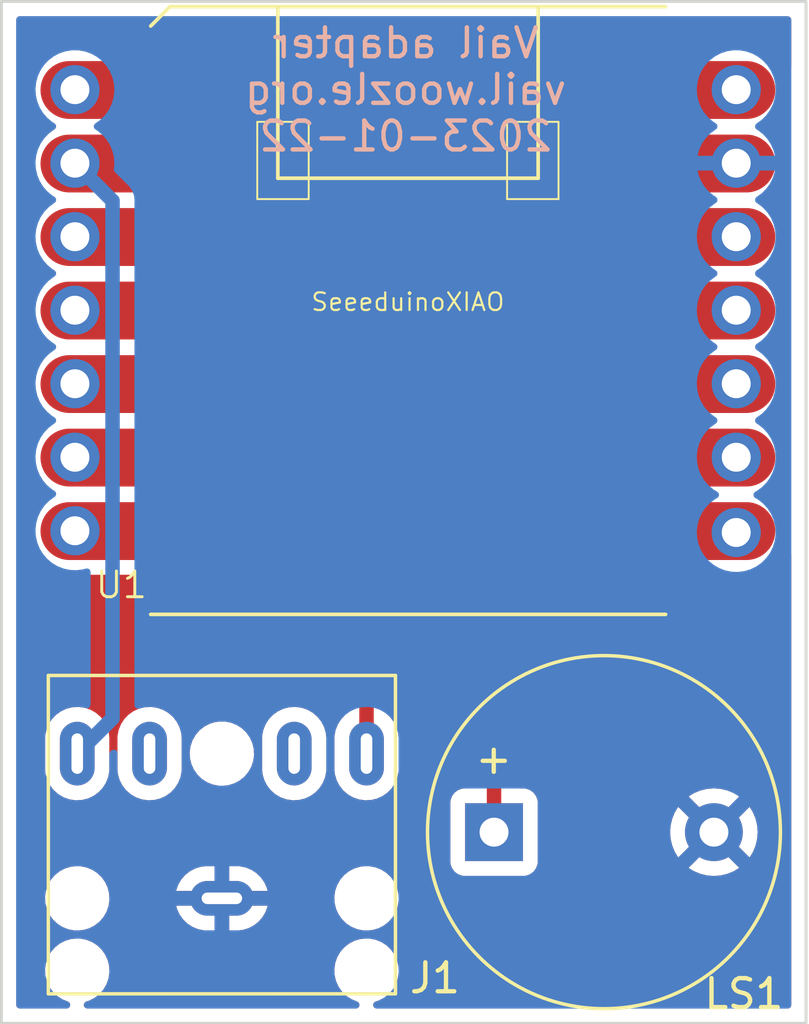
<source format=kicad_pcb>
(kicad_pcb (version 20211014) (generator pcbnew)

  (general
    (thickness 1.6)
  )

  (paper "USLetter")
  (title_block
    (title "Vail Adapter")
    (date "2022-10-02")
    (rev "1")
  )

  (layers
    (0 "F.Cu" signal)
    (31 "B.Cu" signal)
    (32 "B.Adhes" user "B.Adhesive")
    (33 "F.Adhes" user "F.Adhesive")
    (34 "B.Paste" user)
    (35 "F.Paste" user)
    (36 "B.SilkS" user "B.Silkscreen")
    (37 "F.SilkS" user "F.Silkscreen")
    (38 "B.Mask" user)
    (39 "F.Mask" user)
    (40 "Dwgs.User" user "User.Drawings")
    (41 "Cmts.User" user "User.Comments")
    (42 "Eco1.User" user "User.Eco1")
    (43 "Eco2.User" user "User.Eco2")
    (44 "Edge.Cuts" user)
    (45 "Margin" user)
    (46 "B.CrtYd" user "B.Courtyard")
    (47 "F.CrtYd" user "F.Courtyard")
    (48 "B.Fab" user)
    (49 "F.Fab" user)
    (50 "User.1" user)
    (51 "User.2" user)
    (52 "User.3" user)
    (53 "User.4" user)
    (54 "User.5" user)
    (55 "User.6" user)
    (56 "User.7" user)
    (57 "User.8" user)
    (58 "User.9" user)
  )

  (setup
    (stackup
      (layer "F.SilkS" (type "Top Silk Screen"))
      (layer "F.Paste" (type "Top Solder Paste"))
      (layer "F.Mask" (type "Top Solder Mask") (thickness 0.01))
      (layer "F.Cu" (type "copper") (thickness 0.035))
      (layer "dielectric 1" (type "core") (thickness 1.51) (material "FR4") (epsilon_r 4.5) (loss_tangent 0.02))
      (layer "B.Cu" (type "copper") (thickness 0.035))
      (layer "B.Mask" (type "Bottom Solder Mask") (thickness 0.01))
      (layer "B.Paste" (type "Bottom Solder Paste"))
      (layer "B.SilkS" (type "Bottom Silk Screen"))
      (copper_finish "None")
      (dielectric_constraints no)
    )
    (pad_to_mask_clearance 0)
    (pcbplotparams
      (layerselection 0x00010fc_ffffffff)
      (disableapertmacros false)
      (usegerberextensions false)
      (usegerberattributes true)
      (usegerberadvancedattributes true)
      (creategerberjobfile true)
      (svguseinch false)
      (svgprecision 6)
      (excludeedgelayer true)
      (plotframeref false)
      (viasonmask false)
      (mode 1)
      (useauxorigin false)
      (hpglpennumber 1)
      (hpglpenspeed 20)
      (hpglpendiameter 15.000000)
      (dxfpolygonmode true)
      (dxfimperialunits true)
      (dxfusepcbnewfont true)
      (psnegative false)
      (psa4output false)
      (plotreference true)
      (plotvalue true)
      (plotinvisibletext false)
      (sketchpadsonfab false)
      (subtractmaskfromsilk false)
      (outputformat 1)
      (mirror false)
      (drillshape 0)
      (scaleselection 1)
      (outputdirectory "/home/dartcatcher/src/vail-adapter/pcb/export/")
    )
  )

  (net 0 "")
  (net 1 "GND")
  (net 2 "Net-(U1-Pad3)")
  (net 3 "Net-(U1-Pad1)")
  (net 4 "Net-(U1-Pad4)")
  (net 5 "Net-(U1-Pad5)")
  (net 6 "Net-(U1-Pad6)")
  (net 7 "Net-(U1-Pad10)")
  (net 8 "Net-(U1-Pad8)")
  (net 9 "Net-(U1-Pad9)")
  (net 10 "Net-(U1-Pad7)")
  (net 11 "Net-(U1-Pad11)")
  (net 12 "Net-(U1-Pad12)")
  (net 13 "Net-(U1-Pad14)")
  (net 14 "Net-(U1-Pad2)")

  (footprint "Connector_Audio:Jack_3.5mm_CUI_SJ1-3525N_Horizontal" (layer "F.Cu") (at 132.08 111.76))

  (footprint "Buzzer_Beeper:Buzzer_12x9.5RM7.6" (layer "F.Cu") (at 141.488 109.474))

  (footprint "Connector_PinSocket_2.54mm:PinSocket_1x07_P2.54mm_Vertical" (layer "F.Cu") (at 149.86 82.61))

  (footprint "Seeeduino XIAO:Seeeduino XIAO Sides Only" (layer "F.Cu")
    (tedit 5EA16CE1) (tstamp c1030127-718d-4bef-bb56-57fc5c752e58)
    (at 129.619814 101.949458)
    (property "Sheetfile" "pcb.kicad_sch")
    (property "Sheetname" "")
    (path "/09be1eba-cac4-4f6b-8eb4-87d819840140")
    (attr smd)
    (fp_text reference "U1" (at -1.016 -1.016) (layer "F.SilkS")
      (effects (font (size 0.889 0.889) (thickness 0.1016)))
      (tstamp 1a6d6f54-e9da-475b-92ed-03c02a34daef)
    )
    (fp_text value "SeeeduinoXIAO" (at 8.89 -10.795) (layer "F.SilkS")
      (effects (font (size 0.6096 0.6096) (thickness 0.0762)))
      (tstamp 6de68351-6727-4e27-8bf6-68ccb771def8)
    )
    (fp_line (start 12.319 -17.018) (end 14.097 -17.018) (layer "F.SilkS") (width 0.06604) (tstamp 028d8c84-46db-4c8b-9026-751cc56974a5))
    (fp_line (start 3.683 -17.018) (end 5.461 -17.018) (layer "F.SilkS") (width 0.06604) (tstamp 1166df84-f8db-4579-a1ae-f76970cf30ab))
    (fp_line (start 17.79778 -20.99818) (end 0.67056 -20.99818) (layer "F.SilkS") (width 0.127) (tstamp 11b71f88-7252-4754-b67a-ff1138fac81c))
    (fp_line (start 3.683 -14.34846) (end 3.683 -17.018) (layer "F.SilkS") (width 0.06604) (tstamp 143bd764-6201-4e21-a3ce-945ce558f72b))
    (fp_line (start 4.3942 -15.06982) (end 4.3942 -20.955) (layer "F.SilkS") (width 0.127) (tstamp 1daf8af7-8548-4858-a73f-6565feecb605))
    (fp_line (start 13.39342 -20.955) (end 13.39342 -15.06982) (layer "F.SilkS") (width 0.127) (tstamp 3de9e0d5-e578-4809-871a-dd2bb1c5f6ce))
    (fp_line (start 5.461 -14.34846) (end 5.461 -17.018) (layer "F.SilkS") (width 0.06604) (tstamp 4885436f-f456-4dc3-89cd-f947755fcbf4))
    (fp_line (start 0.67056 -20.99818) (end 0 -20.32762) (layer "F.SilkS") (width 0.127) (tstamp 5112ef23-f791-429a-89ef-a3f9f56e1d6b))
    (fp_line (start 12.319 -14.34846) (end 14.097 -14.34846) (layer "F.SilkS") (width 0.06604) (tstamp 56fd37f5-29aa-4820-b69d-5136eb322da1))
    (fp_line (start 3.683 -14.34846) (end 5.461 -14.34846) (layer "F.SilkS") (width 0.06604) (tstamp 82f8a92a-386a-44a0-9029-19795b5bce00))
    (fp_line (start 14.097 -14.34846) (end 14.097 -17.018) (layer "F.SilkS") (width 0.06604) (tstamp d19e743f-fdd6-47a8-9805-22c5886c56f5))
    (fp_line (start 0 0) (end 17.79778 0) (layer "F.SilkS") (width 0.127) (tstamp d1e4a199-ed71-472a-916c-2b8acf1015e9))
    (fp_line (start 13.39342 -15.06982) (end 4.3942 -15.06982) (layer "F.SilkS") (width 0.127) (tstamp df536da3-552b-4f41-9eb2-c9d00d3ab2f6))
    (fp_line (start 12.319 -14.34846) (end 12.319 -17.018) (layer "F.SilkS") (width 0.06604) (tstamp f7533212-be59-488c-a9be-3de59234bea0))
    (fp_line (start 17.65046 0) (end 17.65046 -20.955) (layer "Dwgs.User") (width 0.06604) (tstamp 90394e30-1cac-42dd-a248-74dfcac755cb))
    (fp_line (start 0 -20.955) (end 17.65046 -20.955) (layer "Dwgs.User") (width 0.06604) (tstamp ba671eae-e955-4417-b909-ab6c7a242843))
    (fp_line (start 0 0) (end 17.65046 0) (layer "Dwgs.User") (width 0.06604) (tstamp bca2c02c-f85c-4c11-8989-1979d8ba3401))
    (fp_line (start -0.230316 -4.347776) (end -0.230316 -6.343455) (layer "F.Fab") (width 0.0254) (tstamp 00022192-486b-430c-ad7e-08864b92a260))
    (fp_line (start 17.384839 -11.416596) (end 17.384839 -9.420919) (layer "F.Fab") (width 0.0254) (tstamp 00032bbd-3deb-49ea-8941-a128d6080560))
    (fp_line (start -0.151321 -8.883455) (end -0.151321 -6.887776) (layer "F.Fab") (width 0.0254) (tstamp 000b1199-1ac3-4a53-bc2c-1a53c913c7e9))
    (fp_line (start 17.972595 -16.496596) (end 17.972595 -14.500919) (layer "F.Fab") (width 0.0254) (tstamp 000be5ab-cf8a-4378-89e9-46393ffb3dc4))
    (fp_line (start 17.501679 -11.416596) (end 17.501679 -9.420919) (layer "F.Fab") (width 0.0254) (tstamp 000f9665-bbb5-4443-a5f8-76acd641c139))
    (fp_line (start 17.857279 -4.340919) (end 17.857279 -6.336596) (layer "F.Fab") (width 0.0254) (tstamp 0010cb08-078f-4843-8a96-229f202d576d))
    (fp_line (start 0.08566 -6.887776) (end 0.08566 -8.883455) (layer "F.Fab") (width 0.0254) (tstamp 00118f18-4fe2-42d7-8909-cf020b9bdcfa))
    (fp_line (start 17.987327 -13.956596) (end 17.987327 -11.960919) (layer "F.Fab") (width 0.0254) (tstamp 00136e55-48e8-4d19-852c-5bc662608bef))
    (fp_line (start 17.805971 -9.420919) (end 17.805971 -11.416596) (layer "F.Fab") (width 0.0254) (tstamp 0014da34-14d2-46d9-8fc4-34ab130e7ea5))
    (fp_line (start -0.162244 -19.043455) (end -0.162244 -17.047776) (layer "F.Fab") (width 0.0254) (tstamp 0016b33c-e5e3-4b5b-af6b-c02e51d6bc15))
    (fp_line (start 17.966752 -11.416596) (end 17.966752 -9.420919) (layer "F.Fab") (width 0.0254) (tstamp 001999ea-fd2d-4c7b-b7b7-965564e92537))
    (fp_line (start 17.348771 -8.876596) (end 17.348771 -6.880919) (layer "F.Fab") (width 0.0254) (tstamp 001b0391-2229-40c3-b716-bfcdef45d6ab))
    (fp_line (start 17.45926 -3.796596) (end 17.45926 -1.800919) (layer "F.Fab") (width 0.0254) (tstamp 0020b2b9-5f6b-4fa5-9427-05988c5a67bd))
    (fp_line (start 17.690655 -19.036596) (end 17.690655 -17.040919) (layer "F.Fab") (width 0.0254) (tstamp 002217b7-464b-4770-a3c1-8f2566d0c777))
    (fp_line (start -0.062421 -6.887776) (end -0.062421 -8.883455) (layer "F.Fab") (width 0.0254) (tstamp 00222d6f-8faf-4122-b995-a7d6e25e944f))
    (fp_line (start -0.121857 -3.803455) (end -0.121857 -1.807776) (layer "F.Fab") (width 0.0254) (tstamp 0028de71-8739-4128-b9be-ebe7231c3647))
    (fp_line (start 17.265204 -17.040919) (end 17.265204 -19.036596) (layer "F.Fab") (width 0.0254) (tstamp 002977a5-35c5-48c9-926d-1adce1796e5c))
    (fp_line (start 17.406175 -9.420919) (end 17.406175 -11.416596) (layer "F.Fab") (width 0.0254) (tstamp 002ae38f-f10c-4e95-ace8-d35ee1577a8f))
    (fp_line (start 18.088927 -13.956596) (end 18.088927 -11.960919) (layer "F.Fab") (width 0.0254) (tstamp 002beead-8553-44d9-9adb-9f88008aea8f))
    (fp_line (start 17.345723 -3.796596) (end 17.345723 -1.800919) (layer "F.Fab") (width 0.0254) (tstamp 002de41e-d326-4e46-b8ad-ff4cd804f010))
    (fp_line (start 0.063055 -6.887776) (end 0.063055 -8.883455) (layer "F.Fab") (width 0.0254) (tstamp 0033599d-c0cf-4c63-a20b-4e07d4a9ab98))
    (fp_line (start 17.534444 -6.336596) (end 17.534444 -4.340919) (layer "F.Fab") (width 0.0254) (tstamp 00336d37-1f48-41ca-9b58-73f807e91864))
    (fp_line (start -0.187897 -6.343455) (end -0.187897 -4.347776) (layer "F.Fab") (width 0.0254) (tstamp 00368042-7722-4644-8df4-1058dc44c58f))
    (fp_line (start 17.965991 -11.960919) (end 17.965991 -13.956596) (layer "F.Fab") (width 0.0254) (tstamp 00391d1e-f5c3-4a6e-a33d-dfa4c6104873))
    (fp_line (start 17.393475 -11.960919) (end 17.393475 -13.956596) (layer "F.Fab") (width 0.0254) (tstamp 003a5f62-60d6-431c-906f-ccac67c62495))
    (fp_line (start -0.020257 -8.883455) (end -0.020257 -6.887776) (layer "F.Fab") (width 0.0254) (tstamp 003e6adf-bb20-444d-9cec-14f755bc4104))
    (fp_line (start 17.652047 -9.420919) (end 17.652047 -11.416596) (layer "F.Fab") (width 0.0254) (tstamp 003e79bc-601f-4f57-a4d5-80186ab97fa8))
    (fp_line (start 17.628171 -19.036596) (end 17.628171 -17.040919) (layer "F.Fab") (width 0.0254) (tstamp 003ff79a-0e5c-4c6b-bb25-26ddbdbfec03))
    (fp_line (start 17.409223 -11.416596) (end 17.409223 -9.420919) (layer "F.Fab") (width 0.0254) (tstamp 0043a2e4-160e-4740-a91b-258b8ebc2e09))
    (fp_line (start -0.229045 -3.803455) (end -0.229045 -1.807776) (layer "F.Fab") (width 0.0254) (tstamp 004a5501-a716-4aaf-958a-e16d6ff295c1))
    (fp_line (start 17.637823 -14.500919) (end 17.637823 -16.496596) (layer "F.Fab") (width 0.0254) (tstamp 004b10de-de55-43e9-b5ec-58e0db5ea534))
    (fp_line (start 15.2266 -2.086415) (end 15.222536 -2.0633) (layer "F.Fab") (width 0.0254) (tstamp 004bc7c8-1478-4055-a057-344dc804a6df))
    (fp_line (start 17.272571 -11.960919) (end 17.272571 -13.956596) (layer "F.Fab") (width 0.0254) (tstamp 00508562-ddea-46c1-82ba-4f5659c33596))
    (fp_line (start 17.373408 -13.956596) (end 17.373408 -11.960919) (layer "F.Fab") (width 0.0254) (tstamp 0051dfed-5ebd-4367-b9b1-7bcdd0e3cdec))
    (fp_line (start 0.04756 -17.047776) (end 0.04756 -19.043455) (layer "F.Fab") (width 0.0254) (tstamp 0052d0b1-5227-4040-86bb-013d31238414))
    (fp_line (start 17.424463 -9.420919) (end 17.424463 -11.416596) (layer "F.Fab") (width 0.0254) (tstamp 00536a77-097a-41c7-8049-a7b1f90afea9))
    (fp_line (start -0.166053 -6.343455) (end -0.166053 -4.347776) (layer "F.Fab") (width 0.0254) (tstamp 005603b1-e7a2-4717-bcbb-8304ec5240b9))
    (fp_line (start -0.11754 -14.507776) (end -0.11754 -16.503455) (layer "F.Fab") (width 0.0254) (tstamp 0057349d-a213-42e0-9a19-a6706380b25f))
    (fp_line (start -0.116016 -14.507776) (end -0.116016 -16.503455) (layer "F.Fab") (width 0.0254) (tstamp 0059a8d7-0aa3-4a36-a9fe-7f0dc57b100c))
    (fp_line (start 17.96218 -9.420919) (end 17.96218 -11.416596) (layer "F.Fab") (width 0.0254) (tstamp 005d1b0c-d7cb-4ae7-903e-cc9cc5cc6fc3))
    (fp_line (start -0.23438 -3.803455) (end -0.23438 -1.807776) (layer "F.Fab") (width 0.0254) (tstamp 005e0a1a-386c-4ef7-93f4-1151e717a9dc))
    (fp_line (start 17.586515 -1.800919) (end 17.586515 -3.796596) (layer "F.Fab") (width 0.0254) (tstamp 006031a2-10ca-43f1-a04b-f1543403f86d))
    (fp_line (start 17.904268 -4.340919) (end 17.904268 -6.336596) (layer "F.Fab") (width 0.0254) (tstamp 0067ae2e-398e-497d-a7b8-e232bb880868))
    (fp_line (start -0.108141 -19.043455) (end -0.108141 -17.047776) (layer "F.Fab") (width 0.0254) (tstamp 006ea46c-f3e8-4909-a271-23746636910c))
    (fp_line (start -0.114745 -16.503455) (end -0.114745 -14.507776) (layer "F.Fab") (width 0.0254) (tstamp 0072dc9f-b325-42b8-a045-7f14abebd78e))
    (fp_line (start 17.574068 -1.800919) (end 17.574068 -3.796596) (layer "F.Fab") (width 0.0254) (tstamp 00756cf4-f038-44f9-ac2c-f5b1bad0effc))
    (fp_line (start 0.120967 -17.047776) (end 0.120967 -19.043455) (layer "F.Fab") (width 0.0254) (tstamp 0075ff95-9352-447b-9b62-ae02f6a0b0bd))
    (fp_line (start 17.562384 -13.956596) (end 17.562384 -11.960919) (layer "F.Fab") (width 0.0254) (tstamp 0077410f-f4ca-43e9-9e8c-4a5148cf1c50))
    (fp_line (start 17.794287 -4.340919) (end 17.794287 -6.336596) (layer "F.Fab") (width 0.0254) (tstamp 007951d7-3813-44e9-87e3-a3346f3803dc))
    (fp_line (start -0.209233 -19.043455) (end -0.209233 -17.047776) (layer "F.Fab") (width 0.0254) (tstamp 007a2171-a7ef-490a-a2b1-c0c435acf9c1))
    (fp_line (start 17.762028 -9.420919) (end 17.762028 -11.416596) (layer "F.Fab") (width 0.0254) (tstamp 007afd37-e871-4c3e-b554-c2d3e55ba521))
    (fp_line (start 17.384076 -9.420919) (end 17.384076 -11.416596) (layer "F.Fab") (width 0.0254) (tstamp 007f194c-e8fe-4bc4-b248-680c268fd98b))
    (fp_line (start 17.335816 -8.876596) (end 17.335816 -6.880919) (layer "F.Fab") (width 0.0254) (tstamp 007f2082-e2aa-4a2f-9e2a-b0822b0464b4))
    (fp_line (start 17.591595 -19.036596) (end 17.591595 -17.040919) (layer "F.Fab") (width 0.0254) (tstamp 0080da3c-cf53-4516-9a5b-a93c506316c4))
    (fp_line (start 17.590324 -13.956596) (end 17.590324 -11.960919) (layer "F.Fab") (width 0.0254) (tstamp 00827d84-2ba1-4046-8154-4bb8d72c7851))
    (fp_line (start 17.359692 -4.340919) (end 17.359692 -6.336596) (layer "F.Fab") (width 0.0254) (tstamp 008327cb-471b-4097-8e63-0236d736b977))
    (fp_line (start 17.722151 -11.960919) (end 17.722151 -13.956596) (layer "F.Fab") (width 0.0254) (tstamp 00840e42-6baa-4bc7-99b8-0d9e49b91082))
    (fp_line (start 17.729516 -6.336596) (end 17.729516 -4.340919) (layer "F.Fab") (width 0.0254) (tstamp 0084f4e8-680c-4049-a074-908fba9171ed))
    (fp_line (start 17.474755 -8.876596) (end 17.474755 -6.880919) (layer "F.Fab") (width 0.0254) (tstamp 0085aab1-a006-4dc0-b2a7-8c69cdc73f9c))
    (fp_line (start 0.090487 -13.963455) (end 0.090487 -11.967776) (layer "F.Fab") (width 0.0254) (tstamp 0085bf5c-7bd5-450d-b26a-bfc41deab25d))
    (fp_line (start -0.096457 -6.887776) (end -0.096457 -8.883455) (layer "F.Fab") (width 0.0254) (tstamp 008b8936-c41c-44cc-a6a7-c4e7812865a7))
    (fp_line (start 18.0714 -14.500919) (end 18.0714 -16.496596) (layer "F.Fab") (width 0.0254) (tstamp 008c2bc8-aaaa-4d2a-833e-8836499c0bf8))
    (fp_line (start 17.709959 -1.800919) (end 17.709959 -3.796596) (layer "F.Fab") (width 0.0254) (tstamp 008ed0bb-5b91-472a-8244-882e06ff9a9a))
    (fp_line (start 17.241075 -9.420919) (end 17.241075 -11.416596) (layer "F.Fab") (width 0.0254) (tstamp 008f0219-9322-4d8a-b155-d368ebdc3eb3))
    (fp_line (start 17.498123 -9.420919) (end 17.498123 -11.416596) (layer "F.Fab") (width 0.0254) (tstamp 0091776e-e5c9-452b-85b4-aaffd2783235))
    (fp_line (start -0.04134 -9.427776) (end -0.04134 -11.423455) (layer "F.Fab") (width 0.0254) (tstamp 009189cb-f2b2-489b-b775-f86c6caf4d7c))
    (fp_line (start 2.804476 -13.088171) (end 2.826575 -13.096044) (layer "F.Fab") (width 0.0254) (tstamp 0097f6d9-82ef-4c4b-8875-1bf8ccf7c2e0))
    (fp_line (start -0.134049 -6.343455) (end -0.134049 -4.347776) (layer "F.Fab") (width 0.0254) (tstamp 0099bab8-4a10-43c9-911b-32c741de2654))
    (fp_line (start 0.1009 -8.883455) (end 0.1009 -6.887776) (layer "F.Fab") (width 0.0254) (tstamp 009b1cda-4f4b-47eb-9ead-b4a3e391a131))
    (fp_line (start 17.802668 -6.880919) (end 17.802668 -8.876596) (layer "F.Fab") (width 0.0254) (tstamp 009d012f-f226-4a6d-bcc5-e8ff771db0f6))
    (fp_line (start 0.099884 -8.883455) (end 0.099884 -6.887776) (layer "F.Fab") (width 0.0254) (tstamp 009d3e30-342e-4f5c-a596-1cdc2a23e735))
    (fp_line (start 17.46942 -3.796596) (end 17.46942 -1.800919) (layer "F.Fab") (width 0.0254) (tstamp 009fe53c-4f80-46fe-a2ef-e943c4a4ccac))
    (fp_line (start -0.105601 -19.043455) (end -0.105601 -17.047776) (layer "F.Fab") (width 0.0254) (tstamp 00a0f320-5a63-49cb-b547-a5346f24bc19))
    (fp_line (start 17.305844 -14.500919) (end 17.305844 -16.496596) (layer "F.Fab") (width 0.0254) (tstamp 00a316aa-daaa-479b-a743-23b87eea2dc7))
    (fp_line (start 0.119696 -16.503455) (end 0.119696 -14.507776) (layer "F.Fab") (width 0.0254) (tstamp 00a61f86-66fc-43f5-afdc-5f27b7ae5f23))
    (fp_line (start -0.052008 -6.887776) (end -0.052008 -8.883455) (layer "F.Fab") (width 0.0254) (tstamp 00a82872-1837-4150-b49e-e65cba4a2ae6))
    (fp_line (start 17.490503 -6.336596) (end 17.490503 -4.340919) (layer "F.Fab") (width 0.0254) (tstamp 00ae3c34-496a-494b-9d19-331f50347c9f))
    (fp_line (start 17.35004 -16.496596) (end 17.35004 -14.500919) (layer "F.Fab") (width 0.0254) (tstamp 00b34b11-0158-4ead-9e0a-50d8eb5071ce))
    (fp_line (start -0.156909 -6.343455) (end -0.156909 -4.347776) (layer "F.Fab") (width 0.0254) (tstamp 00b4ae9c-8fd2-494c-bba2-68f4772e7cb3))
    (fp_line (start -0.021781 -16.503455) (end -0.021781 -14.507776) (layer "F.Fab") (width 0.0254) (tstamp 00b63c8a-6d17-468e-84d4-009b76cc10e7))
    (fp_line (start 17.496852 -11.416596) (end 17.496852 -9.420919) (layer "F.Fab") (width 0.0254) (tstamp 00ba9b28-1311-402e-b79f-b407eaa1257c))
    (fp_line (start 17.960403 -8.876596) (end 17.960403 -6.880919) (layer "F.Fab") (width 0.0254) (tstamp 00bb324b-56bd-45b9-a751-b9de2d46291e))
    (fp_line (start 17.511839 -8.876596) (end 17.511839 -6.880919) (layer "F.Fab") (width 0.0254) (tstamp 00be5615-6f90-4c2c-b86a-f4ff53c8628e))
    (fp_line (start 0.011492 -6.887776) (end 0.011492 -8.883455) (layer "F.Fab") (width 0.0254) (tstamp 00be9d03-5f66-4d27-8a07-f8ddd5f4305f))
    (fp_line (start 17.262919 -13.956596) (end 17.262919 -11.960919) (layer "F.Fab") (width 0.0254) (tstamp 00bef977-f22d-402b-a271-a62b26641c36))
    (fp_line (start 0.068135 -17.047776) (end 0.068135 -19.043455) (layer "F.Fab") (width 0.0254) (tstamp 00bfbb9a-c6de-4ff7-aa3c-1672215e6209))
    (fp_line (start 17.669064 -16.496596) (end 17.669064 -14.500919) (layer "F.Fab") (width 0.0254) (tstamp 00c1d6d5-1441-45d0-834a-3df244630f29))
    (fp_line (start 17.234979 -11.960919) (end 17.234979 -13.956596) (layer "F.Fab") (width 0.0254) (tstamp 00c26126-7893-4d38-b60e-07849b34c1ad))
    (fp_line (start 17.721896 -14.500919) (end 17.721896 -16.496596) (layer "F.Fab") (width 0.0254) (tstamp 00c55d4c-e56f-47df-8057-39ec7ce0541a))
    (fp_line (start 17.331499 -16.496596) (end 17.331499 -14.500919) (layer "F.Fab") (width 0.0254) (tstamp 00c759e7-89b0-4121-895a-c8eafa30b96d))
    (fp_line (start 18.004599 -6.336596) (end 18.004599 -4.340919) (layer "F.Fab") (width 0.0254) (tstamp 00cc2b34-abbf-462a-b510-402a213c62de))
    (fp_line (start 17.362995 -11.960919) (end 17.362995 -13.956596) (layer "F.Fab") (width 0.0254) (tstamp 00cd2414-a042-4c6c-8de7-2e4769b894f2))
    (fp_line (start 17.331499 -9.420919) (end 17.331499 -11.416596) (layer "F.Fab") (width 0.0254) (tstamp 00cd809e-07f1-40f7-a5a1-56c925060f25))
    (fp_line (start 17.831116 -19.036596) (end 17.831116 -17.040919) (layer "F.Fab") (width 0.0254) (tstamp 00ce64f0-f367-4f17-b3da-e7e0f8721de6))
    (fp_line (start 17.71326 -14.500919) (end 17.71326 -16.496596) (layer "F.Fab") (width 0.0254) (tstamp 00d27406-3432-411c-83d0-e57fdc527ff7))
    (fp_line (start 17.357915 -11.416596) (end 17.357915 -9.420919) (layer "F.Fab") (width 0.0254) (tstamp 00d32067-9365-4764-ad7c-058099cb6574))
    (fp_line (start -0.053277 -19.043455) (end -0.053277 -17.047776) (layer "F.Fab") (width 0.0254) (tstamp 00d410ef-e88c-4377-90ce-dee372068fcb))
    (fp_line (start -0.238697 -8.883455) (end -0.238697 -6.887776) (layer "F.Fab") (width 0.0254) (tstamp 00d4c5c8-fa17-4ba5-87ad-51e60195a82b))
    (fp_line (start -0.210757 -19.043455) (end -0.210757 -17.047776) (layer "F.Fab") (width 0.0254) (tstamp 00d8283e-79fd-41eb-8c24-574601d7271b))
    (fp_line (start 0.05264 -6.887776) (end 0.05264 -8.883455) (layer "F.Fab") (width 0.0254) (tstamp 00d872b6-6b04-42fd-8371-abb6eeaea7d1))
    (fp_line (start -0.042101 -11.423455) (end -0.042101 -9.427776) (layer "F.Fab") (width 0.0254) (tstamp 00df1525-2d64-4eee-a6a5-7ab04b56b063))
    (fp_line (start 17.391951 -1.800919) (end 17.391951 -3.796596) (layer "F.Fab") (width 0.0254) (tstamp 00df357b-5f78-4831-a977-a8cc01897d3b))
    (fp_line (start 17.422684 -4.340919) (end 17.422684 -6.336596) (layer "F.Fab") (width 0.0254) (tstamp 00df4d2d-30bd-44e7-9d75-5ae8bebe834a))
    (fp_line (start 17.674144 -9.420919) (end 17.674144 -11.416596) (layer "F.Fab") (width 0.0254) (tstamp 00e07d78-ad81-4709-a8d0-549f08668ff4))
    (fp_line (start 17.307368 -14.500919) (end 17.307368 -16.496596) (layer "F.Fab") (width 0.0254) (tstamp 00e47cb9-22da-4ee3-b020-e0b509f87def))
    (fp_line (start 17.840768 -14.500919) (end 17.840768 -16.496596) (layer "F.Fab") (width 0.0254) (tstamp 00e62c07-6017-4b1c-8a60-e01443aeaac4))
    (fp_line (start 18.067844 -3.796596) (end 18.067844 -1.800919) (layer "F.Fab") (width 0.0254) (tstamp 00e7988c-9c95-4f45-b80c-a4217e56bed8))
    (fp_line (start 17.832132 -9.420919) (end 17.832132 -11.416596) (layer "F.Fab") (width 0.0254) (tstamp 00e928b6-8c87-47bf-871f-4ef3d87c59a8))
    (fp_line (start -0.10992 -9.427776) (end -0.10992 -11.423455) (layer "F.Fab") (width 0.0254) (tstamp 00e9e097-12c5-4e4d-a681-8f3d09688b30))
    (fp_line (start 0.004888 -16.503455) (end 0.004888 -14.507776) (layer "F.Fab") (width 0.0254) (tstamp 00eca4c4-7c88-43d1-ad0e-492f68e8f3ce))
    (fp_line (start -0.033465 -9.427776) (end -0.033465 -11.423455) (layer "F.Fab") (width 0.0254) (tstamp 00f02515-8431-4404-8b9f-0df9cad53c4d))
    (fp_line (start 17.709959 -11.960919) (end 17.709959 -13.956596) (layer "F.Fab") (width 0.0254) (tstamp 00f0c61f-4c41-4e0f-ae14-6d2ba0b54ae8))
    (fp_line (start -0.078424 -13.963455) (end -0.078424 -11.967776) (layer "F.Fab") (width 0.0254) (tstamp 00f2c80c-f7cd-4a6e-91a7-f394488fb8d0))
    (fp_line (start 17.734851 -11.416596) (end 17.734851 -9.420919) (layer "F.Fab") (width 0.0254) (tstamp 00f2dd3a-9f85-41de-8b08-f77fe8d4150c))
    (fp_line (start -0.113984 -3.803455) (end -0.113984 -1.807776) (layer "F.Fab") (width 0.0254) (tstamp 00f41e5d-73db-41f7-9a6f-f50498a08806))
    (fp_line (start 17.293399 -14.500919) (end 17.293399 -16.496596) (layer "F.Fab") (width 0.0254) (tstamp 00f5bb41-04ac-4a81-835c-ebaca83b93eb))
    (fp_line (start -0.045149 -11.967776) (end -0.045149 -13.963455) (layer "F.Fab") (width 0.0254) (tstamp 00f6ee93-9673-477c-9cb4-0076a3a2f27a))
    (fp_line (start 18.000788 -17.040919) (end 18.000788 -19.036596) (layer "F.Fab") (width 0.0254) (tstamp 00fa01f5-5068-4bb4-a430-312f5a88d959))
    (fp_line (start -0.187389 -13.963455) (end -0.187389 -11.967776) (layer "F.Fab") (width 0.0254) (tstamp 00fb5d12-0539-4105-a7b0-8dca0f99981d))
    (fp_line (start 17.674907 -17.040919) (end 17.674907 -19.036596) (layer "F.Fab") (width 0.0254) (tstamp 00fc3a53-29ec-4a68-965e-aacf5159d34a))
    (fp_line (start 17.930431 -17.040919) (end 17.930431 -19.036596) (layer "F.Fab") (width 0.0254) (tstamp 00ff04f8-8de0-437c-a1e2-303db335337a))
    (fp_line (start 17.845595 -1.800919) (end 17.845595 -3.796596) (layer "F.Fab") (width 0.0254) (tstamp 00ffc7a3-43e9-4156-8640-47193fc0e51b))
    (fp_line (start 17.467896 -13.956596) (end 17.467896 -11.960919) (layer "F.Fab") (width 0.0254) (tstamp 01046019-7fb1-4b8e-b748-3bcb3a984377))
    (fp_line (start -0.167577 -4.347776) (end -0.167577 -6.343455) (layer "F.Fab") (width 0.0254) (tstamp 01071f4c-d2e3-4044-9b59-3a06f822cdb7))
    (fp_line (start 17.338864 -11.416596) (end 17.338864 -9.420919) (layer "F.Fab") (width 0.0254) (tstamp 010825f6-8d57-4e86-a45e-d11f8ad10e8c))
    (fp_line (start 17.956847 -14.500919) (end 17.956847 -16.496596) (layer "F.Fab") (width 0.0254) (tstamp 010bddf2-5ec9-4646-b350-dad89b0a59d0))
    (fp_line (start 17.270792 -13.956596) (end 17.270792 -11.960919) (layer "F.Fab") (width 0.0254) (tstamp 010c3baa-4de9-4ac7-bded-f64251bbaf7f))
    (fp_line (start 18.059463 -1.800919) (end 18.059463 -3.796596) (layer "F.Fab") (width 0.0254) (tstamp 010ea373-2e56-4555-b131-dce24de53a66))
    (fp_line (start 17.726976 -19.036596) (end 17.726976 -17.040919) (layer "F.Fab") (width 0.0254) (tstamp 011012a2-b4cb-48b6-9ee3-42bb948280be))
    (fp_line (start 17.23574 -8.876596) (end 17.23574 -6.880919) (layer "F.Fab") (width 0.0254) (tstamp 01122562-6be7-4fc2-ad2e-06b0c5d8f4a9))
    (fp_line (start 17.549176 -19.036596) (end 17.549176 -17.040919) (layer "F.Fab") (width 0.0254) (tstamp 0113f95c-8dc7-4d62-a048-592f8f110b80))
    (fp_line (start -0.082233 -11.967776) (end -0.082233 -13.963455) (layer "F.Fab") (width 0.0254) (tstamp 01151db2-ebe7-482b-a585-82286e066fae))
    (fp_line (start -0.233109 -4.347776) (end -0.233109 -6.343455) (layer "F.Fab") (width 0.0254) (tstamp 01170465-2b35-4270-bdd9-b74fee2811ad))
    (fp_line (start 18.02314 -1.800919) (end 18.02314 -3.796596) (layer "F.Fab") (width 0.0254) (tstamp 01186dc9-0ecf-4069-96e6-fee08667ed12))
    (fp_line (start -0.093409 -6.343455) (end -0.093409 -4.347776) (layer "F.Fab") (width 0.0254) (tstamp 011a62cf-9fa6-4377-9b2a-c3539bfc3113))
    (fp_line (start 17.235232 -13.956596) (end 17.235232 -11.960919) (layer "F.Fab") (width 0.0254) (tstamp 011b8e69-0162-40bc-9df2-16cae3755c8f))
    (fp_line (start 17.42116 -16.496596) (end 17.42116 -14.500919) (layer "F.Fab") (width 0.0254) (tstamp 011d66c1-e2c8-4237-b6d1-905c75b94501))
    (fp_line (start 0.119696 -8.883455) (end 0.119696 -6.887776) (layer "F.Fab") (width 0.0254) (tstamp 011dab34-3909-4ba7-a1eb-7a6678303bbd))
    (fp_line (start -0.113221 -4.347776) (end -0.113221 -6.343455) (layer "F.Fab") (width 0.0254) (tstamp 011e49a4-922a-411e-bb75-7cd658c3b0c9))
    (fp_line (start 0.079564 -17.047776) (end 0.079564 -19.043455) (layer "F.Fab") (width 0.0254) (tstamp 011e685b-8986-466f-bb36-128d709f6d21))
    (fp_line (start 0.600011 -20.370096) (end 0.564451 -20.336315) (layer "F.Fab") (width 0.0254) (tstamp 011f83d8-a02d-4cc3-b0dd-23dc7015f7b9))
    (fp_line (start -0.095949 -17.047776) (end -0.095949 -19.043455) (layer "F.Fab") (width 0.0254) (tstamp 01206b31-db29-4aaf-bbe7-b84d28ecb228))
    (fp_line (start -0.023052 -3.803455) (end -0.023052 -1.807776) (layer "F.Fab") (width 0.0254) (tstamp 0125bd8b-6e12-4389-8a51-b4e5ac756ba1))
    (fp_line (start 17.307368 -11.416596) (end 17.307368 -9.420919) (layer "F.Fab") (width 0.0254) (tstamp 012990ed-4bd1-42aa-834c-691236b7f683))
    (fp_line (start 17.413795 -8.876596) (end 17.413795 -6.880919) (layer "F.Fab") (width 0.0254) (tstamp 012a54b8-4e0d-40ff-82d7-02a90e9bd9e9))
    (fp_line (start -0.16326 -8.883455) (end -0.16326 -6.887776) (layer "F.Fab") (width 0.0254) (tstamp 012aead3-4b54-4355-9a7e-ff679be61d41))
    (fp_line (start 17.860327 -13.956596) (end 17.860327 -11.960919) (layer "F.Fab") (width 0.0254) (tstamp 0131299d-cb66-47f6-9f63-185d1053a57a))
    (fp_line (start 17.456975 -6.336596) (end 17.456975 -4.340919) (layer "F.Fab") (width 0.0254) (tstamp 01317e57-9c87-4df7-a045-ed711b145aff))
    (fp_line (start 18.049303 -4.340919) (end 18.049303 -6.336596) (layer "F.Fab") (width 0.0254) (tstamp 0136cbfc-5b23-40bb-99f2-346c5d3a540f))
    (fp_line (start 17.888267 -11.416596) (end 17.888267 -9.420919) (layer "F.Fab") (width 0.0254) (tstamp 0138c21a-3a32-4a36-b511-d82070b7a1d3))
    (fp_line (start 18.072924 -13.956596) (end 18.072924 -11.960919) (layer "F.Fab") (width 0.0254) (tstamp 01390241-2781-4207-8021-122a2ceddfb5))
    (fp_line (start 17.446815 -4.340919) (end 17.446815 -6.336596) (layer "F.Fab") (width 0.0254) (tstamp 013a743b-5502-41a6-8fa6-c2394f36048f))
    (fp_line (start 17.599976 -11.960919) (end 17.599976 -13.956596) (layer "F.Fab") (width 0.0254) (tstamp 013b52f9-dfc6-4966-b2b0-befa64f280bc))
    (fp_line (start -0.010097 -11.967776) (end -0.010097 -13.963455) (layer "F.Fab") (width 0.0254) (tstamp 013ccf91-7747-493a-80e7-d3c6c32847ee))
    (fp_line (start 17.904776 -8.876596) (end 17.904776 -6.880919) (layer "F.Fab") (width 0.0254) (tstamp 013dc9c0-752a-4980-8b33-8e91906cb968))
    (fp_line (start 17.873027 -1.800919) (end 17.873027 -3.796596) (layer "F.Fab") (width 0.0254) (tstamp 013f683c-e644-4aa6-8276-03ca19a1aafe))
    (fp_line (start 17.786412 -8.876596) (end 17.786412 -6.880919) (layer "F.Fab") (width 0.0254) (tstamp 01409669-5bd7-4ce2-a530-91c0abdd0257))
    (fp_line (start 17.462816 -11.416596) (end 17.462816 -9.420919) (layer "F.Fab") (width 0.0254) (tstamp 0141c84f-608b-4036-b8b3-9884d1673d12))
    (fp_line (start 17.987835 -17.040919) (end 17.987835 -19.036596) (layer "F.Fab") (width 0.0254) (tstamp 01420669-6f45-49ec-85b1-d0fdd04b47e5))
    (fp_line (start 18.068352 -11.416596) (end 18.068352 -9.420919) (layer "F.Fab") (width 0.0254) (tstamp 014619b5-19fc-44d9-b77b-0531551bfd40))
    (fp_line (start 17.481104 -16.496596) (end 17.481104 -14.500919) (layer "F.Fab") (width 0.0254) (tstamp 014781b2-98be-4ea7-8e32-11cb48df783d))
    (fp_line (start 17.361471 -6.880919) (end 17.361471 -8.876596) (layer "F.Fab") (width 0.0254) (tstamp 0148cf3e-9109-45a9-8bf6-d498991ff7dc))
    (fp_line (start 18.049048 -11.960919) (end 18.049048 -13.956596) (layer "F.Fab") (width 0.0254) (tstamp 014a0709-a257-43d8-92eb-f813082b5bbb))
    (fp_line (start 17.710467 -1.652583) (end 17.717071 -1.701351) (layer "F.Fab") (width 0.0254) (tstamp 014b1d60-24bb-4125-8bba-3d5c67c8c97e))
    (fp_line (start 17.333531 -9.420919) (end 17.333531 -11.416596) (layer "F.Fab") (width 0.0254) (tstamp 014b5394-6a77-49e6-af6f-86811cd98eac))
    (fp_line (start 17.81994 -6.880919) (end 17.81994 -8.876596) (layer "F.Fab") (width 0.0254) (tstamp 014c5679-8822-4837-9444-d493dc934c8a))
    (fp_line (start 17.381283 -8.876596) (end 17.381283 -6.880919) (layer "F.Fab") (width 0.0254) (tstamp 01504d28-3f4e-47a8-a97d-6394225a9158))
    (fp_line (start 17.760504 -11.960919) (end 17.760504 -13.956596) (layer "F.Fab") (width 0.0254) (tstamp 015074c3-92b9-4af0-ad5b-a5fc263efe72))
    (fp_line (start -0.071312 -16.503455) (end -0.071312 -14.507776) (layer "F.Fab") (width 0.0254) (tstamp 0153841f-67bd-4186-82b7-b77a7bb551cb))
    (fp_line (start -0.167069 -6.343455) (end -0.167069 -4.347776) (layer "F.Fab") (width 0.0254) (tstamp 01539757-9f5f-4007-864a-7f414b976847))
    (fp_line (start 18.084355 -13.956596) (end 18.084355 -11.960919) (layer "F.Fab") (width 0.0254) (tstamp 0155c83a-0e0a-4799-9028-796cb2aa531a))
    (fp_line (start -0.207964 -3.803455) (end -0.207964 -1.807776) (layer "F.Fab") (width 0.0254) (tstamp 0156bc4a-f36f-49dc-b497-8a57665391fe))
    (fp_line (start -0.213044 -14.507776) (end -0.213044 -16.503455) (layer "F.Fab") (width 0.0254) (tstamp 0157435c-536e-4809-b139-d07157703bfc))
    (fp_line (start 0.029527 -9.427776) (end 0.029527 -11.423455) (layer "F.Fab") (width 0.0254) (tstamp 0157e2cb-554a-48e7-a5d3-8972560f44c0))
    (fp_line (start 17.939575 -9.420919) (end 17.939575 -11.416596) (layer "F.Fab") (width 0.0254) (tstamp 015901f1-f942-46bc-a619-70eda68cf572))
    (fp_line (start 17.320068 -1.800919) (end 17.320068 -3.796596) (layer "F.Fab") (width 0.0254) (tstamp 015c8ebc-3221-444d-b9b0-efffc79f73f5))
    (fp_line (start 17.687352 -8.876596) (end 17.687352 -6.880919) (layer "F.Fab") (width 0.0254) (tstamp 015f6ba1-1ed2-4dda-a593-c79080b83bc7))
    (fp_line (start 17.613692 -8.876596) (end 17.613692 -6.880919) (layer "F.Fab") (width 0.0254) (tstamp 0163a31d-33db-4e94-98e2-26684fca65ee))
    (fp_line (start 17.726723 -17.040919) (end 17.726723 -19.036596) (layer "F.Fab") (width 0.0254) (tstamp 01646cb7-4eb6-4ace-ba4b-f2c07e91495f))
    (fp_line (start 0.092772 -16.503455) (end 0.092772 -14.507776) (layer "F.Fab") (width 0.0254) (tstamp 0165a817-9432-4b22-9166-7278ef0a1a2b))
    (fp_line (start 17.364519 -16.496596) (end 17.364519 -14.500919) (layer "F.Fab") (width 0.0254) (tstamp 0165e840-9335-4047-bd53-334b34a2f890))
    (fp_line (start 17.486692 -17.040919) (end 17.486692 -19.036596) (layer "F.Fab") (width 0.0254) (tstamp 016b33e0-16ee-451a-bc26-aa688b7bd105))
    (fp_line (start 17.419891 -17.040919) (end 17.419891 -19.036596) (layer "F.Fab") (width 0.0254) (tstamp 016b4354-4186-4618-ae50-3d253e81bd44))
    (fp_line (start 17.447576 -19.036596) (end 17.447576 -17.040919) (layer "F.Fab") (width 0.0254) (tstamp 016b4c01-efc3-4eb4-8f37-6db8c70e5b6d))
    (fp_line (start 17.615979 -6.880919) (end 17.615979 -8.876596) (layer "F.Fab") (width 0.0254) (tstamp 016ce07e-647f-4c74-9fe7-6baf8d5bb410))
    (fp_line (start 17.816892 -4.340919) (end 17.816892 -6.336596) (layer "F.Fab") (width 0.0254) (tstamp 016d8c7f-5b9d-4b4a-ac9f-66d113f3c66d))
    (fp_line (start 17.87074 -3.796596) (end 17.87074 -1.800919) (layer "F.Fab") (width 0.0254) (tstamp 016da6e3-0dd2-4507-bd85-ad39704c9637))
    (fp_line (start 0.120967 -6.887776) (end 0.120967 -8.883455) (layer "F.Fab") (width 0.0254) (tstamp 016dfb64-c730-4fc2-8e75-a7ea04c9865e))
    (fp_line (start 17.655095 -6.880919) (end 17.655095 -8.876596) (layer "F.Fab") (width 0.0254) (tstamp 016fb892-eaf8-4c10-b6c7-a90ba53ba65f))
    (fp_line (start 0.104964 -9.427776) (end 0.104964 -11.423455) (layer "F.Fab") (width 0.0254) (tstamp 016ff924-8ebf-43b1-95c5-6cf90236e78d))
    (fp_line (start 17.99266 -19.036596) (end 17.99266 -17.040919) (layer "F.Fab") (width 0.0254) (tstamp 01701f77-6dc0-49ca-b8d1-8c922127bb27))
    (fp_line (start -0.102045 -14.507776) (end -0.102045 -16.503455) (layer "F.Fab") (width 0.0254) (tstamp 01712c79-bc4b-4b09-9f4e-f31c21a037b4))
    (fp_line (start -0.093917 -6.343455) (end -0.093917 -4.347776) (layer "F.Fab") (width 0.0254) (tstamp 017366e6-77e6-4a60-85f3-39924eb6151e))
    (fp_line (start 17.256823 -11.416596) (end 17.256823 -9.420919) (layer "F.Fab") (width 0.0254) (tstamp 01739401-9eca-46f3-b2bc-487f689720b6))
    (fp_line (start 17.672875 -4.340919) (end 17.672875 -6.336596) (layer "F.Fab") (width 0.0254) (tstamp 0176bb94-b296-4853-85a3-ba3c5625853f))
    (fp_line (start 17.607596 -19.036596) (end 17.607596 -17.040919) (layer "F.Fab") (width 0.0254) (tstamp 0177ae2b-dfda-48ce-99af-e1ffacd35399))
    (fp_line (start 0.005396 -1.807776) (end 0.005396 -3.803455) (layer "F.Fab") (width 0.0254) (tstamp 0177c4a9-f650-4c7f-966b-7bea597e11de))
    (fp_line (start -0.195264 -11.967776) (end -0.195264 -13.963455) (layer "F.Fab") (width 0.0254) (tstamp 0178b917-b8c4-495f-8d25-a5d5d2991cdc))
    (fp_line (start 0.10598 -6.887776) (end 0.10598 -8.883455) (layer "F.Fab") (width 0.0254) (tstamp 017c0cca-66c4-45be-bef9-f310c90c056c))
    (fp_line (start -0.110173 -11.423455) (end -0.110173 -9.427776) (layer "F.Fab") (width 0.0254) (tstamp 017fee3d-f2f1-4233-b55d-7bf94bf787ff))
    (fp_line (start 0.1136 -17.047776) (end 0.1136 -19.043455) (layer "F.Fab") (width 0.0254) (tstamp 0180283b-dfc8-477d-8484-26466c3a058c))
    (fp_line (start 17.966752 -14.500919) (end 17.966752 -16.496596) (layer "F.Fab") (width 0.0254) (tstamp 0180d948-2731-4d1f-b9fd-812abeb77bb3))
    (fp_line (start -0.060897 -17.047776) (end -0.060897 -19.043455) (layer "F.Fab") (width 0.0254) (tstamp 0189f28b-7b30-4640-bf6c-f983041d2e42))
    (fp_line (start 17.2332 -4.340919) (end 17.2332 -6.336596) (layer "F.Fab") (width 0.0254) (tstamp 018d0ab3-dbb0-4fa9-a9fd-46fd2f483208))
    (fp_line (start 17.307876 -3.796596) (end 17.307876 -1.800919) (layer "F.Fab") (width 0.0254) (tstamp 018e778b-fc8b-4137-9f19-95d5915845ca))
    (fp_line (start 17.455959 -1.800919) (end 17.455959 -3.796596) (layer "F.Fab") (width 0.0254) (tstamp 01909e3e-93a5-4b0f-b321-fded8feb6d5b))
    (fp_line (start -0.075884 -6.887776) (end -0.075884 -8.883455) (layer "F.Fab") (width 0.0254) (tstamp 0192293f-67e5-4c6f-a45b-c838b074ed0c))
    (fp_line (start 17.469928 -8.876596) (end 17.469928 -6.880919) (layer "F.Fab") (width 0.0254) (tstamp 0192afa9-e45a-4c14-a055-c70223d923ea))
    (fp_line (start 17.857532 -9.420919) (end 17.857532 -11.416596) (layer "F.Fab") (width 0.0254) (tstamp 019363c9-76db-4851-ab0f-0dbd4494c463))
    (fp_line (start 18.038888 -8.876596) (end 18.038888 -6.880919) (layer "F.Fab") (width 0.0254) (tstamp 0193d0fa-5f99-4726-8cdb-1305a299d591))
    (fp_line (start 17.800383 -3.796596) (end 17.800383 -1.800919) (layer "F.Fab") (width 0.0254) (tstamp 01985ce5-607c-4a86-b129-03ace2ca1c7a))
    (fp_line (start 17.845087 -1.800919) (end 17.845087 -3.796596) (layer "F.Fab") (width 0.0254) (tstamp 0198a82d-e23f-44b3-b354-c27200b4ae66))
    (fp_line (start 18.041428 -16.496596) (end 18.041428 -14.500919) (layer "F.Fab") (width 0.0254) (tstamp 019d4dfa-cb14-41b5-ad75-a8b915885ea9))
    (fp_line (start 17.822988 -9.420919) (end 17.822988 -11.416596) (layer "F.Fab") (width 0.0254) (tstamp 019df226-946d-4ed7-912b-62166c90c805))
    (fp_line (start 17.915444 -11.960919) (end 17.915444 -13.956596) (layer "F.Fab") (width 0.0254) (tstamp 019e4672-aecd-4b96-8015-ea22970b81cc))
    (fp_line (start 3.356164 -12.99292) (end 3.373944 -12.977172) (layer "F.Fab") (width 0.0254) (tstamp 019e98ab-1192-407a-8899-407d8e956360))
    (fp_line (start -0.06674 -4.347776) (end -0.06674 -6.343455) (layer "F.Fab") (width 0.0254) (tstamp 019f2b22-d177-4cd9-ae6d-8c57f8cabaed))
    (fp_line (start 17.30178 -14.500919) (end 17.30178 -16.496596) (layer "F.Fab") (width 0.0254) (tstamp 01a024aa-1050-41f3-9a31-8b49060a44eb))
    (fp_line (start 18.017044 -6.880919) (end 18.017044 -8.876596) (layer "F.Fab") (width 0.0254) (tstamp 01a2d24b-8d59-428e-882e-be9ab117fee6))
    (fp_line (start 17.244884 -17.040919) (end 17.244884 -19.036596) (layer "F.Fab") (width 0.0254) (tstamp 01a5b3a8-1b1f-4fa6-a97b-3c2a40a8a436))
    (fp_line (start 17.394491 -9.420919) (end 17.394491 -11.416596) (layer "F.Fab") (width 0.0254) (tstamp 01a8f1d0-33ff-4e1f-b0eb-ee02ee643424))
    (fp_line (start 17.920524 -6.880919) (end 17.920524 -8.876596) (layer "F.Fab") (width 0.0254) (tstamp 01a9a42b-7fba-4d3f-b6e0-0174e49a606f))
    (fp_line (start 0.066103 -6.343455) (end 0.066103 -4.347776) (layer "F.Fab") (width 0.0254) (tstamp 01aa1aef-f95b-4273-a23b-9f4f7ff08eb1))
    (fp_line (start 17.393983 -11.960919) (end 17.393983 -13.956596) (layer "F.Fab") (width 0.0254) (tstamp 01aa2626-29b9-4895-b2fb-c50b37b158f2))
    (fp_line (start -0.040324 -6.887776) (end -0.040324 -8.883455) (layer "F.Fab") (width 0.0254) (tstamp 01aa4b3b-210a-4a1e-ae3c-cb3f671ef633))
    (fp_line (start -0.158688 -16.503455) (end -0.158688 -14.507776) (layer "F.Fab") (width 0.0254) (tstamp 01aaeeda-ff0d-4781-b05b-903bb0a70c56))
    (fp_line (start -0.000953 -17.047776) (end -0.000953 -19.043455) (layer "F.Fab") (width 0.0254) (tstamp 01ac9e78-b30f-46ac-b503-33c4d8f43cdb))
    (fp_line (start 0.046544 -3.803455) (end 0.046544 -1.807776) (layer "F.Fab") (width 0.0254) (tstamp 01ae3833-4226-49cc-9a8f-ff1cc757d1bf))
    (fp_line (start 17.704371 -11.416596) (end 17.704371 -9.420919) (layer "F.Fab") (width 0.0254) (tstamp 01ae9a0d-8a82-48ee-9c86-281bd0e360bb))
    (fp_line (start -0.071565 -13.963455) (end -0.071565 -11.967776) (layer "F.Fab") (width 0.0254) (tstamp 01aee8e4-11df-4fdc-8eb9-5b233cd015ab))
    (fp_line (start 17.502187 -13.956596) (end 17.502187 -11.960919) (layer "F.Fab") (width 0.0254) (tstamp 01b05156-53c6-4146-87c9-117fdbee5b97))
    (fp_line (start 18.005868 -17.040919) (end 18.005868 -19.036596) (layer "F.Fab") (width 0.0254) (tstamp 01b12e4a-7e78-4b1f-ac19-ac34fc83849e))
    (fp_line (start 18.064288 -4.340919) (end 18.064288 -6.336596) (layer "F.Fab") (width 0.0254) (tstamp 01b19fdd-213f-4687-9f08-87b44352e742))
    (fp_line (start 17.877344 -14.500919) (end 17.877344 -16.496596) (layer "F.Fab") (width 0.0254) (tstamp 01b71fdd-7b41-4224-a26e-0e9a18a8d324))
    (fp_line (start 17.839752 -13.956596) (end 17.839752 -11.960919) (layer "F.Fab") (width 0.0254) (tstamp 01b75c4c-34e6-4f4e-852f-a62212a768ca))
    (fp_line (start -0.064961 -6.343455) (end -0.064961 -4.347776) (layer "F.Fab") (width 0.0254) (tstamp 01b77784-75c1-4158-bb50-1fb9ba6c583b))
    (fp_line (start 18.051588 -9.420919) (end 18.051588 -11.416596) (layer "F.Fab") (width 0.0254) (tstamp 01b80887-7e11-441f-89bd-e2e49157163e))
    (fp_line (start 17.576863 -3.796596) (end 17.576863 -1.800919) (layer "F.Fab") (width 0.0254) (tstamp 01b9ef6d-5a57-4139-8f36-65d0e86d6035))
    (fp_line (start 17.486947 -19.036596) (end 17.486947 -17.040919) (layer "F.Fab") (width 0.0254) (tstamp 01bd62d8-e492-4711-80ff-ec08b2178863))
    (fp_line (start 17.571528 -6.336596) (end 17.571528 -4.340919) (layer "F.Fab") (width 0.0254) (tstamp 01bde6d1-d78a-41c9-8a12-e5979a107112))
    (fp_line (start 18.084608 -9.420919) (end 18.084608 -11.416596) (layer "F.Fab") (width 0.0254) (tstamp 01bfa03c-fa48-4cd2-b787-abbc0112f173))
    (fp_line (start 17.451132 -11.960919) (end 17.451132 -13.956596) (layer "F.Fab") (width 0.0254) (tstamp 01bfc16a-0b09-4296-bc0c-ce934c981c3a))
    (fp_line (start 17.611407 -3.796596) (end 17.611407 -1.800919) (layer "F.Fab") (width 0.0254) (tstamp 01c44ecd-8688-4d8c-bec3-d79ecc1b713a))
    (fp_line (start 17.392459 -1.800919) (end 17.392459 -3.796596) (layer "F.Fab") (width 0.0254) (tstamp 01c4dcbb-55fc-45b5-8538-eed9385fd02d))
    (fp_line (start 17.426495 -1.800919) (end 17.426495 -3.796596) (layer "F.Fab") (width 0.0254) (tstamp 01c54f9d-621c-421c-b84a-af90600d0559))
    (fp_line (start 17.856263 -4.340919) (end 17.856263 -6.336596) (layer "F.Fab") (width 0.0254) (tstamp 01c94ae9-4875-47dd-994e-f2a9fea5c41d))
    (fp_line (start 17.660428 -1.800919) (end 17.660428 -3.796596) (layer "F.Fab") (width 0.0254) (tstamp 01c97a81-aef3-46db-91c4-a19e972ed566))
    (fp_line (start 17.230152 -11.960919) (end 17.230152 -13.956596) (layer "F.Fab") (width 0.0254) (tstamp 01cc9643-c091-425a-a608-6a03bff4ec40))
    (fp_line (start 17.631219 -13.956596) (end 17.631219 -11.960919) (layer "F.Fab") (width 0.0254) (tstamp 01cea40a-41e1-4774-a25c-776872ac6488))
    (fp_line (start 17.593119 -1.800919) (end 17.593119 -3.796596) (layer "F.Fab") (width 0.0254) (tstamp 01d10b32-414a-4cf6-9dd6-d9fb754aac43))
    (fp_line (start 17.630203 -4.340919) (end 17.630203 -6.336596) (layer "F.Fab") (width 0.0254) (tstamp 01d1cb77-cc24-4e17-8eb4-aefbecabe51e))
    (fp_line (start 17.729516 -11.960919) (end 17.729516 -13.956596) (layer "F.Fab") (width 0.0254) (tstamp 01d53305-6942-4a9d-9b41-6c13fb959431))
    (fp_line (start 18.024411 -8.876596) (end 18.024411 -6.880919) (layer "F.Fab") (width 0.0254) (tstamp 01d6ce14-ee13-4d94-a9a7-bd93d6bc97ae))
    (fp_line (start 0.00692 -1.807776) (end 0.00692 -3.803455) (layer "F.Fab") (width 0.0254) (tstamp 01d894bc-afdb-4cd7-a28c-2fd3fdcb980f))
    (fp_line (start 17.965483 -1.800919) (end 17.965483 -3.796596) (layer "F.Fab") (width 0.0254) (tstamp 01d8c5d2-f2e8-4cbc-a8fb-76b63f34d30f))
    (fp_line (start 17.306352 -4.340919) (end 17.306352 -6.336596) (layer "F.Fab") (width 0.0254) (tstamp 01dc0633-b7c2-4c33-8e83-c6cceb22abdc))
    (fp_line (start 17.437924 -4.340919) (end 17.437924 -6.336596) (layer "F.Fab") (width 0.0254) (tstamp 01dd64c7-8e92-45b0-a3f1-e4d0a3986119))
    (fp_line (start 17.812575 -11.960919) (end 17.812575 -13.956596) (layer "F.Fab") (width 0.0254) (tstamp 01df0430-5cfc-4519-9a86-cb99b971a6d3))
    (fp_line (start 17.955576 -16.496596) (end 17.955576 -14.500919) (layer "F.Fab") (width 0.0254) (tstamp 01e1cc29-301c-446c-86e6-08337accd4d9))
    (fp_line (start 17.824767 -17.040919) (end 17.824767 -19.036596) (layer "F.Fab") (width 0.0254) (tstamp 01e2c39e-e8ae-42a2-8087-f24d7bc484f7))
    (fp_line (start -0.17596 -13.963455) (end -0.17596 -11.967776) (layer "F.Fab") (width 0.0254) (tstamp 01e3dccc-bbfd-45a9-b331-b0c235064bba))
    (fp_line (start 17.950751 -3.796596) (end 17.950751 -1.800919) (layer "F.Fab") (width 0.0254) (tstamp 01e557da-bc20-403b-9aa6-d95f59a14ff9))
    (fp_line (start -0.106364 -6.887776) (end -0.106364 -8.883455) (layer "F.Fab") (width 0.0254) (tstamp 01ea74fb-06c5-4e73-9cd1-7a61bd135883))
    (fp_line (start 17.319052 -6.880919) (end 17.319052 -8.876596) (layer "F.Fab") (width 0.0254) (tstamp 01eb5e05-1dc8-4ec5-8e46-275d1cefdedd))
    (fp_line (start 17.267236 -14.500919) (end 17.267236 -16.496596) (layer "F.Fab") (width 0.0254) (tstamp 01ebcf21-5e8a-4e21-84fe-928cf4301704))
    (fp_line (start 17.538763 -4.340919) (end 17.538763 -6.336596) (layer "F.Fab") (width 0.0254) (tstamp 01ef3070-fe77-4b92-838d-8ff1e5eed0b4))
    (fp_line (start 17.962943 -19.036596) (end 17.962943 -17.040919) (layer "F.Fab") (width 0.0254) (tstamp 01f24ac7-8e0e-4fcc-b696-c453ee10d225))
    (fp_line (start 17.333531 -19.036596) (end 17.333531 -17.040919) (layer "F.Fab") (width 0.0254) (tstamp 01f459d2-7d80-435b-840c-f27b6323f122))
    (fp_line (start 17.689131 -16.496596) (end 17.689131 -14.500919) (layer "F.Fab") (width 0.0254) (tstamp 01f4d72b-9621-4d34-bd09-fd4f6cb932c7))
    (fp_line (start 17.966499 -16.496596) (end 17.966499 -14.500919) (layer "F.Fab") (width 0.0254) (tstamp 01f4e2ad-84cd-4024-9555-050cd6801341))
    (fp_line (start -0.202121 -11.423455) (end -0.202121 -9.427776) (layer "F.Fab") (width 0.0254) (tstamp 01f7115b-46c5-4dfd-9577-e691c29e9fe9))
    (fp_line (start 17.687352 -3.796596) (end 17.687352 -1.800919) (layer "F.Fab") (width 0.0254) (tstamp 01f78020-593d-4393-86e0-f8d24e5bfa79))
    (fp_line (start -0.100521 -13.963455) (end -0.100521 -11.967776) (layer "F.Fab") (width 0.0254) (tstamp 01f8dfd1-157d-4b80-8b64-3ad01da16b50))
    (fp_line (start 17.659412 -8.876596) (end 17.659412 -6.880919) (layer "F.Fab") (width 0.0254) (tstamp 01fef0d6-782b-431e-91ed-204090402027))
    (fp_line (start 18.022632 -11.960919) (end 18.022632 -13.956596) (layer "F.Fab") (width 0.0254) (tstamp 0200184b-b296-4c50-aaaf-e8e28999abef))
    (fp_line (start 17.866423 -8.876596) (end 17.866423 -6.880919) (layer "F.Fab") (width 0.0254) (tstamp 02005fc3-dedc-447c-9714-a0e22bf5fd25))
    (fp_line (start 0.035368 -11.967776) (end 0.035368 -13.963455) (layer "F.Fab") (width 0.0254) (tstamp 0200a96c-3942-4138-ac0e-08d087f45a31))
    (fp_line (start 17.579911 -11.416596) (end 17.579911 -9.420919) (layer "F.Fab") (width 0.0254) (tstamp 0202c03c-64a2-4f84-9bba-e29bab54ec3a))
    (fp_line (start 17.887504 -16.496596) (end 17.887504 -14.500919) (layer "F.Fab") (width 0.0254) (tstamp 0203d8c0-7037-431e-96b5-e440722c9f88))
    (fp_line (start 17.686083 -9.420919) (end 17.686083 -11.416596) (layer "F.Fab") (width 0.0254) (tstamp 0205c134-7822-45ff-ac56-8429bf08c61a))
    (fp_line (start 17.565179 -1.800919) (end 17.565179 -3.796596) (layer "F.Fab") (width 0.0254) (tstamp 02085967-7ffc-4633-aa3b-eb4e1907e66a))
    (fp_line (start 17.804955 -19.036596) (end 17.804955 -17.040919) (layer "F.Fab") (width 0.0254) (tstamp 02099e6c-25df-48de-8490-047a111b5551))
    (fp_line (start 17.438179 -1.800919) (end 17.438179 -3.796596) (layer "F.Fab") (width 0.0254) (tstamp 0211db01-1f07-4760-8d07-7a59ff335c09))
    (fp_line (start 16.813339 -20.581932) (end 16.771936 -20.608348) (layer "F.Fab") (width 0.0254) (tstamp 0218d1c0-1aa0-43fb-b398-284d7cad22b4))
    (fp_line (start 17.866931 -1.800919) (end 17.866931 -3.796596) (layer "F.Fab") (width 0.0254) (tstamp 0218e0ce-8b34-43dc-85f1-9145093d9df8))
    (fp_line (start 17.948464 -1.800919) (end 17.948464 -3.796596) (layer "F.Fab") (width 0.0254) (tstamp 021b1664-9bc5-4b2a-bc8c-1941671fa236))
    (fp_line (start 17.536223 -13.956596) (end 17.536223 -11.960919) (layer "F.Fab") (width 0.0254) (tstamp 021b251f-34c5-4915-ad45-01d9693642f6))
    (fp_line (start 17.811559 -19.036596) (end 17.811559 -17.040919) (layer "F.Fab") (width 0.0254) (tstamp 021d3d87-9eeb-4ee6-92c0-33e6dfcf9048))
    (fp_line (start 17.717071 -11.960919) (end 17.717071 -13.956596) (layer "F.Fab") (width 0.0254) (tstamp 0220cada-9ce3-404b-b73d-2ac68975abf1))
    (fp_line (start 17.850167 -11.960919) (end 17.850167 -13.956596) (layer "F.Fab") (width 0.0254) (tstamp 02212078-567c-48ac-a3bd-b5571c7bc1b8))
    (fp_line (start 17.429288 -14.500919) (end 17.429288 -16.496596) (layer "F.Fab") (width 0.0254) (tstamp 0222962b-97bd-40d9-85eb-fa38f06a5a39))
    (fp_line (start 17.943131 -1.800919) (end 17.943131 -3.796596) (layer "F.Fab") (width 0.0254) (tstamp 0223529b-64d5-44d1-a921-a000cf7d5bb5))
    (fp_line (start 0.097344 -11.967776) (end 0.097344 -13.963455) (layer "F.Fab") (width 0.0254) (tstamp 02236b3f-6f51-4b4f-bbd0-0988410bfb93))
    (fp_line (start -0.177484 -13.963455) (end -0.177484 -11.967776) (layer "F.Fab") (width 0.0254) (tstamp 02268636-3160-45ef-b2e5-361961da6142))
    (fp_line (start 17.309908 -13.956596) (end 17.309908 -11.960919) (layer "F.Fab") (width 0.0254) (tstamp 022a4d66-ab1c-4591-be63-011eec87592f))
    (fp_line (start 17.326672 -6.880919) (end 17.326672 -8.876596) (layer "F.Fab") (width 0.0254) (tstamp 022b75bf-2a20-4c59-a403-a3077a40f757))
    (fp_line (start 17.611915 -17.040919) (end 17.611915 -19.036596) (layer "F.Fab") (width 0.0254) (tstamp 022ba82c-aef4-4b31-8225-d6917d14d70e))
    (fp_line (start -0.199836 -14.507776) (end -0.199836 -16.503455) (layer "F.Fab") (width 0.0254) (tstamp 02302a9d-9441-40bc-91d1-bfc038587ac3))
    (fp_line (start 17.494059 -6.880919) (end 17.494059 -8.876596) (layer "F.Fab") (width 0.0254) (tstamp 02314953-e140-4f58-aaa7-7bc698a0f5dc))
    (fp_line (start 17.336579 -6.880919) (end 17.336579 -8.876596) (layer "F.Fab") (width 0.0254) (tstamp 0233734b-5453-4f1d-92a6-2506328088b3))
    (fp_line (start 17.472976 -19.036596) (end 17.472976 -17.040919) (layer "F.Fab") (width 0.0254) (tstamp 02337d2d-6573-4f08-a8b5-8ee9d009fcd3))
    (fp_line (start 0.044259 -4.347776) (end 0.044259 -6.343455) (layer "F.Fab") (width 0.0254) (tstamp 0237083b-63dc-4910-8b0e-219951fd4bb5))
    (fp_line (start 17.9317 -11.416596) (end 17.9317 -9.420919) (layer "F.Fab") (width 0.0254) (tstamp 023985ad-c6ef-4713-a09a-612956ae0ec8))
    (fp_line (start 17.865915 -8.876596) (end 17.865915 -6.880919) (layer "F.Fab") (width 0.0254) (tstamp 023e387b-4ceb-47b9-8156-60a07cd35f98))
    (fp_line (start 17.377219 -3.796596) (end 17.377219 -1.800919) (layer "F.Fab") (width 0.0254) (tstamp 023f68b0-20cc-4b71-8bda-b5e53f0adcd2))
    (fp_line (start -0.221172 -8.883455) (end -0.221172 -6.887776) (layer "F.Fab") (width 0.0254) (tstamp 0245e3df-849c-4f5a-9337-dc9c350c2fc7))
    (fp_line (start 18.006631 -9.420919) (end 18.006631 -11.416596) (layer "F.Fab") (width 0.0254) (tstamp 02485741-788b-4b58-981b-d5f957b1d1a5))
    (fp_line (start 0.030288 -1.807776) (end 0.030288 -3.803455) (layer "F.Fab") (width 0.0254) (tstamp 02493a93-1efb-42eb-8649-545ba9d7a734))
    (fp_line (start 18.090451 -19.036596) (end 18.090451 -17.040919) (layer "F.Fab") (width 0.0254) (tstamp 02498dc4-f342-4f39-9d5f-4ec9b46ef5dc))
    (fp_line (start 17.463324 -4.340919) (end 17.463324 -6.336596) (layer "F.Fab") (width 0.0254) (tstamp 024ac7b6-102b-4bfe-ab79-a2566ee3cc66))
    (fp_line (start 0.024447 -6.343455) (end 0.024447 -4.347776) (layer "F.Fab") (width 0.0254) (tstamp 024ae5cf-14b6-4e53-b8bc-31f89750cb09))
    (fp_line (start 17.465356 -14.500919) (end 17.465356 -16.496596) (layer "F.Fab") (width 0.0254) (tstamp 024bc042-b87e-41f2-9f00-fe34fc011a37))
    (fp_line (start 17.292636 -6.880919) (end 17.292636 -8.876596) (layer "F.Fab") (width 0.0254) (tstamp 024ea8a4-bc30-4138-8ffa-0e9becb23eba))
    (fp_line (start 17.288827 -11.416596) (end 17.288827 -9.420919) (layer "F.Fab") (width 0.0254) (tstamp 024fbc84-b12d-46bf-813c-f344a2687f09))
    (fp_line (start 17.76914 -6.880919) (end 17.76914 -8.876596) (layer "F.Fab") (width 0.0254) (tstamp 025019b9-6a0e-4d0b-9655-9e632049a47c))
    (fp_line (start -0.163513 -9.427776) (end -0.163513 -11.423455) (layer "F.Fab") (width 0.0254) (tstamp 02521466-2be3-41df-9b4b-254f2fce52c1))
    (fp_line (start 17.586768 -13.956596) (end 17.586768 -11.960919) (layer "F.Fab") (width 0.0254) (tstamp 025223e5-6174-40e9-9d7d-802e18c8ce43))
    (fp_line (start 17.640871 -17.040919) (end 17.640871 -19.036596) (layer "F.Fab") (width 0.0254) (tstamp 02542007-54ca-475f-a53e-1eaf6f4650c1))
    (fp_line (start 14.219744 -2.469447) (end 14.232699 -2.489004) (layer "F.Fab") (width 0.0254) (tstamp 0258ea77-3fc9-4fec-ac92-80337824cabd))
    (fp_line (start 17.719103 -1.800919) (end 17.719103 -3.796596) (layer "F.Fab") (width 0.0254) (tstamp 0259265b-d234-44bc-b315-fe7606f16000))
    (fp_line (start 17.283492 -6.336596) (end 17.283492 -4.340919) (layer "F.Fab") (width 0.0254) (tstamp 025a5ea9-541e-4b10-ae83-fe4b03eefffa))
    (fp_line (start -0.13786 -9.427776) (end -0.13786 -11.423455) (layer "F.Fab") (width 0.0254) (tstamp 025a9356-513b-4eb9-8e3f-040ec0af767a))
    (fp_line (start 0.096075 -3.803455) (end 0.096075 -1.807776) (layer "F.Fab") (width 0.0254) (tstamp 025e234f-e350-4006-acad-29afdd12e4c6))
    (fp_line (start 17.654587 -16.496596) (end 17.654587 -14.500919) (layer "F.Fab") (width 0.0254) (tstamp 025f1f0b-e8b3-417f-b837-b47a2695f548))
    (fp_line (start 17.933732 -4.340919) (end 17.933732 -6.336596) (layer "F.Fab") (width 0.0254) (tstamp 025fa454-54fe-466e-8609-ed4e063e80f2))
    (fp_line (start 17.918747 -17.040919) (end 17.918747 -19.036596) (layer "F.Fab") (width 0.0254) (tstamp 026273e4-5590-4ea2-b7ac-2ede61232411))
    (fp_line (start 17.631219 -3.796596) (end 17.631219 -1.800919) (layer "F.Fab") (width 0.0254) (tstamp 02646548-cf0a-4325-ac99-83855d0a5e23))
    (fp_line (start -0.086044 -17.047776) (end -0.086044 -19.043455) (layer "F.Fab") (width 0.0254) (tstamp 02667dad-8e93-4108-b48d-cef69c1c1eab))
    (fp_line (start 18.073179 -16.496596) (end 18.073179 -14.500919) (layer "F.Fab") (width 0.0254) (tstamp 026807cf-1183-43bd-99c8-b7910a313d38))
    (fp_line (start 17.949227 -17.040919) (end 17.949227 -19.036596) (layer "F.Fab") (width 0.0254) (tstamp 026da98a-fa57-40da-9dc0-48e0c1962d7c))
    (fp_line (start 17.624868 -17.040919) (end 17.624868 -19.036596) (layer "F.Fab") (width 0.0254) (tstamp 026ea614-da13-497d-a3b4-36489d614cb4))
    (fp_line (start 17.876328 -8.876596) (end 17.876328 -6.880919) (layer "F.Fab") (width 0.0254) (tstamp 026f417a-e5c7-4d77-b5ad-4b7336d2d0e3))
    (fp_line (start -0.037021 -13.963455) (end -0.037021 -11.967776) (layer "F.Fab") (width 0.0254) (tstamp 026f4274-19ad-4ee3-a0c2-1bc29068647c))
    (fp_line (start -0.060897 -13.963455) (end -0.060897 -11.967776) (layer "F.Fab") (width 0.0254) (tstamp 02704eb0-55b5-446f-b2f5-53bfa9d3bffc))
    (fp_line (start 17.345468 -6.880919) (end 17.345468 -8.876596) (layer "F.Fab") (width 0.0254) (tstamp 0272be9d-5c16-482e-b945-bfc4c006366b))
    (fp_line (start 18.081052 -19.036596) (end 18.081052 -17.040919) (layer "F.Fab") (width 0.0254) (tstamp 02737e75-da42-4302-81ed-298f13cf1124))
    (fp_line (start 17.668811 -14.500919) (end 17.668811 -16.496596) (layer "F.Fab") (width 0.0254) (tstamp 0273e99c-f73f-4593-88a9-c63a12c214e9))
    (fp_line (start 17.968784 -14.500919) (end 17.968784 -16.496596) (layer "F.Fab") (width 0.0254) (tstamp 02784941-4f9a-42ea-9156-e5d002fa821f))
    (fp_line (start 17.327688 -8.876596) (end 17.327688 -6.880919) (layer "F.Fab") (width 0.0254) (tstamp 0278f177-fc8a-4eb3-88d2-d8e4a415693c))
    (fp_line (start 18.05616 -6.336596) (end 18.05616 -4.340919) (layer "F.Fab") (width 0.0254) (tstamp 0279b71e-60ba-447c-b282-a95025f80c39))
    (fp_line (start 17.732056 -11.960919) (end 17.732056 -13.956596) (layer "F.Fab") (width 0.0254) (tstamp 027aee47-71f0-43fa-9d5e-d4f02dbbbd7d))
    (fp_line (start 17.778031 -6.336596) (end 17.778031 -4.340919) (layer "F.Fab") (width 0.0254) (tstamp 027da234-0091-492b-9aac-a70aaa201ffa))
    (fp_line (start 0.035115 -17.047776) (end 0.035115 -19.043455) (layer "F.Fab") (width 0.0254) (tstamp 027e36e8-e73d-4d4f-92f9-a7e6ff0248c9))
    (fp_line (start 17.632996 -6.880919) (end 17.632996 -8.876596) (layer "F.Fab") (width 0.0254) (tstamp 027eabdf-a44b-4689-8894-4185bc376a57))
    (fp_line (start -0.044388 -17.047776) (end -0.044388 -19.043455) (layer "F.Fab") (width 0.0254) (tstamp 02804735-2e5e-414a-a1db-82d3468875f9))
    (fp_line (start 6.239064 -16.180367) (end 6.243636 -16.163348) (layer "F.Fab") (width 0.0254) (tstamp 0281e154-1a9f-47d1-b2e3-e46d1c9645b7))
    (fp_line (start -0.185104 -11.967776) (end -0.185104 -13.963455) (layer "F.Fab") (width 0.0254) (tstamp 0286223e-f6d1-4e11-8d7e-b5b8e467ceac))
    (fp_line (start 18.08918 -6.880919) (end 18.08918 -8.876596) (layer "F.Fab") (width 0.0254) (tstamp 0288cd39-964b-4542-8d82-15798f5b6cf1))
    (fp_line (start 18.055907 -8.876596) (end 18.055907 -6.880919) (layer "F.Fab") (width 0.0254) (tstamp 028b84d6-89df-4849-ac58-4affef436064))
    (fp_line (start 17.761012 -1.800919) (end 17.761012 -3.796596) (layer "F.Fab") (width 0.0254) (tstamp 028de34b-a504-4325-824a-0e0e9f83ef1b))
    (fp_line (start 17.743487 -9.420919) (end 17.743487 -11.416596) (layer "F.Fab") (width 0.0254) (tstamp 028e2763-8be3-4532-a22b-fea9350ed3f1))
    (fp_line (start 17.930431 -9.420919) (end 17.930431 -11.416596) (layer "F.Fab") (width 0.0254) (tstamp 028e40e2-05bf-46c2-bfe2-228b46d99a19))
    (fp_line (start 17.700815 -14.500919) (end 17.700815 -16.496596) (layer "F.Fab") (width 0.0254) (tstamp 0294d7d8-9fb7-43c9-9ca4-7f9e756492f3))
    (fp_line (start 17.739168 -6.336596) (end 17.739168 -4.340919) (layer "F.Fab") (width 0.0254) (tstamp 0297aaf0-13a7-4781-ab37-ecbbed3c9367))
    (fp_line (start -0.062421 -13.963455) (end -0.062421 -11.967776) (layer "F.Fab") (width 0.0254) (tstamp 02996f2b-f485-46ac-a309-ff22f22ac01e))
    (fp_line (start 17.25606 -6.880919) (end 17.25606 -8.876596) (layer "F.Fab") (width 0.0254) (tstamp 0299dc5a-2808-4ad3-a0dd-4cfd226e65a4))
    (fp_line (start 16.04194 -20.885208) (end 15.993427 -20.892828) (layer "F.Fab") (width 0.0254) (tstamp 029a55d9-f15e-4215-ba9a-ff7e664a9c99))
    (fp_line (start -0.093409 -13.963455) (end -0.093409 -11.967776) (layer "F.Fab") (width 0.0254) (tstamp 02a1b22a-0317-4cb4-bba0-5b188e1a1bca))
    (fp_line (start 17.748312 -13.956596) (end 17.748312 -11.960919) (layer "F.Fab") (width 0.0254) (tstamp 02a1dbf5-6b59-4348-83c0-1766e8f5790b))
    (fp_line (start 17.2459 -17.040919) (end 17.2459 -19.036596) (layer "F.Fab") (width 0.0254) (tstamp 02a24cc7-5d6c-4c4e-abdf-da8a57443cfb))
    (fp_line (start 0.09582 -11.423455) (end 0.09582 -9.427776) (layer "F.Fab") (width 0.0254) (tstamp 02a35b8b-dd59-40cb-8f21-fcdcecd01206))
    (fp_line (start -0.013653 -16.503455) (end -0.013653 -14.507776) (layer "F.Fab") (width 0.0254) (tstamp 02a43c5a-243c-42aa-a63a-b6d37fdd4c65))
    (fp_line (start 17.881155 -11.960919) (end 17.881155 -13.956596) (layer "F.Fab") (width 0.0254) (tstamp 02a71368-d4e7-4e00-823d-2f4332b9032a))
    (fp_line (start -0.080709 -11.423455) (end -0.080709 -9.427776) (layer "F.Fab") (width 0.0254) (tstamp 02a7d1da-6adf-4bc8-883b-de58f1c6d657))
    (fp_line (start -0.184341 -13.963455) (end -0.184341 -11.967776) (layer "F.Fab") (width 0.0254) (tstamp 02aac552-d3c4-45fa-9c47-63a64e559992))
    (fp_line (start -0.205932 -9.427776) (end -0.205932 -11.423455) (layer "F.Fab") (width 0.0254) (tstamp 02ad108f-4c33-44d2-a27c-f77044f98633))
    (fp_line (start 17.234216 -3.796596) (end 17.234216 -1.800919) (layer "F.Fab") (width 0.0254) (tstamp 02ad4fef-a870-4442-8abf-1513ca10b07c))
    (fp_line (start 0.062039 -3.803455) (end 0.062039 -1.807776) (layer "F.Fab") (width 0.0254) (tstamp 02adade6-ac63-47e1-97dd-b714fb5631c1))
    (fp_line (start 0.017588 -6.887776) (end 0.017588 -8.883455) (layer "F.Fab") (width 0.0254) (tstamp 02ae1104-ad40-400c-abd9-86ee79be30ea))
    (fp_line (start -0.00324 -19.043455) (end -0.00324 -17.047776) (layer "F.Fab") (width 0.0254) (tstamp 02af8538-bf32-4c98-87f6-f4993ea40efd))
    (fp_line (start 17.63198 -6.880919) (end 17.63198 -8.876596) (layer "F.Fab") (width 0.0254) (tstamp 02b0eaae-7212-4862-a51f-27e2c8a4445f))
    (fp_line (start 0.015303 -8.883455) (end 0.015303 -6.887776) (layer "F.Fab") (width 0.0254) (tstamp 02b13a76-aa20-4493-8af0-26b80beb6c2f))
    (fp_line (start 17.415827 -3.796596) (end 17.415827 -1.800919) (layer "F.Fab") (width 0.0254) (tstamp 02b14959-7316-4470-ac0c-cd226d20e5cc))
    (fp_line (start 17.552479 -19.036596) (end 17.552479 -17.040919) (layer "F.Fab") (width 0.0254) (tstamp 02b4489b-2e9f-4c23-9fc4-98a1edbeb7db))
    (fp_line (start 0.010223 -1.807776) (end 0.010223 -3.803455) (layer "F.Fab") (width 0.0254) (tstamp 02b539e0-762c-4284-9108-d09fa2a00efc))
    (fp_line (start 18.00536 -11.416596) (end 18.00536 -9.420919) (layer "F.Fab") (width 0.0254) (tstamp 02b5b93a-90d4-46cb-96f5-0d9dfaef8ade))
    (fp_line (start 17.365535 -6.336596) (end 17.365535 -4.340919) (layer "F.Fab") (width 0.0254) (tstamp 02b66a6f-7ef3-4137-823e-aa2c73f761ab))
    (fp_line (start 17.8682 -11.416596) (end 17.8682 -9.420919) (layer "F.Fab") (width 0.0254) (tstamp 02b825be-b726-42ec-bed7-8f271860ef0a))
    (fp_line (start 17.791239 -3.796596) (end 17.791239 -1.800919) (layer "F.Fab") (width 0.0254) (tstamp 02b9605c-bbc1-4b41-8e57-852fb1163cf2))
    (fp_line (start 17.648999 -6.336596) (end 17.648999 -4.340919) (layer "F.Fab") (width 0.0254) (tstamp 02baa7d5-bea9-466a-9f23-3ec9ab7a1560))
    (fp_line (start 17.666524 -9.420919) (end 17.666524 -11.416596) (layer "F.Fab") (width 0.0254) (tstamp 02be7cbd-ef70-4442-bdbf-4df9baf8cdb7))
    (fp_line (start 18.087403 -14.500919) (end 18.087403 -16.496596) (layer "F.Fab") (width 0.0254) (tstamp 02c1a6fe-fae4-4bb0-83b1-638147784a89))
    (fp_line (start 17.730787 -17.040919) (end 17.730787 -19.036596) (layer "F.Fab") (width 0.0254) (tstamp 02c1de87-a6bb-4b71-880b-a3aaa57ea841))
    (fp_line (start 17.345468 -1.800919) (end 17.345468 -3.796596) (layer "F.Fab") (width 0.0254) (tstamp 02c206ba-c25c-4e6e-a9ed-1166e0a8190b))
    (fp_line (start -0.162244 -4.347776) (end -0.162244 -6.343455) (layer "F.Fab") (width 0.0254) (tstamp 02c60ba9-71a6-460c-b551-13160a134785))
    (fp_line (start 17.839752 -11.416596) (end 17.839752 -9.420919) (layer "F.Fab") (width 0.0254) (tstamp 02c6e1f1-b9c1-4b6c-ba53-7b893be36231))
    (fp_line (start 0.040703 -19.043455) (end 0.040703 -17.047776) (layer "F.Fab") (width 0.0254) (tstamp 02c7dbdc-1ea0-45b3-8b81-9b6d49ffd7af))
    (fp_line (start -0.144972 -3.803455) (end -0.144972 -1.807776) (layer "F.Fab") (width 0.0254) (tstamp 02c98196-42e1-40e4-b20d-5082c87382f2))
    (fp_line (start 17.497615 -11.960919) (end 17.497615 -13.956596) (layer "F.Fab") (width 0.0254) (tstamp 02cb4958-8a6b-4eb8-9103-45ca87e67dcf))
    (fp_line (start 17.741455 -1.800919) (end 17.741455 -3.796596) (layer "F.Fab") (width 0.0254) (tstamp 02cb6131-d42b-4db0-b954-db106955f607))
    (fp_line (start 17.899188 -14.500919) (end 17.899188 -16.496596) (layer "F.Fab") (width 0.0254) (tstamp 02cb7d2a-54cb-4e46-b5b0-bc95d3b561b1))
    (fp_line (start 17.516664 -19.036596) (end 17.516664 -17.040919) (layer "F.Fab") (width 0.0254) (tstamp 02cd2602-7214-4afa-9b69-fd568bff63f8))
    (fp_line (start 17.821464 -6.336596) (end 17.821464 -4.340919) (layer "F.Fab") (width 0.0254) (tstamp 02cdac5a-4ed8-49a5-ab3e-ca999f40ca4e))
    (fp_line (start 17.437416 -13.956596) (end 17.437416 -11.960919) (layer "F.Fab") (width 0.0254) (tstamp 02cf1cee-70b2-4d41-996f-228ef323ff47))
    (fp_line (start 17.933987 -19.036596) (end 17.933987 -17.040919) (layer "F.Fab") (width 0.0254) (tstamp 02cf58e4-28d6-4aa4-8a81-1f659ea88114))
    (fp_line (start 17.620043 -9.420919) (end 17.620043 -11.416596) (layer "F.Fab") (width 0.0254) (tstamp 02cfd9b1-7fdc-474e-b8c8-cbc176b214ae))
    (fp_line (start 17.893347 -8.876596) (end 17.893347 -6.880919) (layer "F.Fab") (width 0.0254) (tstamp 02d17836-bc6e-46d2-8f3d-95f88b633134))
    (fp_line (start -0.086297 -16.503455) (end -0.086297 -14.507776) (layer "F.Fab") (width 0.0254) (tstamp 02d2a1dd-8948-47bd-b296-dc4062f61b00))
    (fp_line (start 17.448339 -4.340919) (end 17.448339 -6.336596) (layer "F.Fab") (width 0.0254) (tstamp 02d4ea6c-b857-42a3-aef7-e50e78654b89))
    (fp_line (start -0.140145 -19.043455) (end -0.140145 -17.047776) (layer "F.Fab") (width 0.0254) (tstamp 02d7cf1c-2c0c-407b-8f6e-bf1baebfe8d1))
    (fp_line (start 17.446052 -11.960919) (end 17.446052 -13.956596) (layer "F.Fab") (width 0.0254) (tstamp 02d89d91-6ce2-475e-8430-16c4c6e3996c))
    (fp_line (start 17.964212 -13.956596) (end 17.964212 -11.960919) (layer "F.Fab") (width 0.0254) (tstamp 02d8a287-85cf-4e56-91e1-cb29f35f6f7f))
    (fp_line (start 18.013743 -11.416596) (end 18.013743 -9.420919) (layer "F.Fab") (width 0.0254) (tstamp 02d8e2a4-d5bf-4e4c-bb80-3ad7bb5b3ac2))
    (fp_line (start -0.215329 -9.427776) (end -0.215329 -11.423455) (layer "F.Fab") (width 0.0254) (tstamp 02e048b6-0d7f-4bf5-b089-5cd3d0122d8f))
    (fp_line (start 17.301272 -11.416596) (end 17.301272 -9.420919) (layer "F.Fab") (width 0.0254) (tstamp 02e06965-1e12-453d-a19f-4e29bfc27a4e))
    (fp_line (start 17.66754 -19.036596) (end 17.66754 -17.040919) (layer "F.Fab") (width 0.0254) (tstamp 02e0f50d-494e-4f2b-ab87-a18e1616a4be))
    (fp_line (start 17.962943 -6.880919) (end 17.962943 -8.876596) (layer "F.Fab") (width 0.0254) (tstamp 02e3ae68-3eba-4777-ae39-7dfbb2012346))
    (fp_line (start 17.600484 -11.960919) (end 17.600484 -13.956596) (layer "F.Fab") (width 0.0254) (tstamp 02e55b0d-0bf7-459f-8e4f-87d2f86c0f5a))
    (fp_line (start -0.144464 -9.427776) (end -0.144464 -11.423455) (layer "F.Fab") (width 0.0254) (tstamp 02e6cc98-542a-4c1d-8806-209233ad16a2))
    (fp_line (start 17.625884 -3.796596) (end 17.625884 -1.800919) (layer "F.Fab") (width 0.0254) (tstamp 02e6fc5b-e799-45b4-ba8b-dc961b6ed7fd))
    (fp_line (start 17.446307 -14.500919) (end 17.446307 -16.496596) (layer "F.Fab") (width 0.0254) (tstamp 02e99a58-e592-4138-934b-ce47645c4a5a))
    (fp_line (start 0.001079 -17.047776) (end 0.001079 -19.043455) (layer "F.Fab") (width 0.0254) (tstamp 02ea9554-191a-4113-a95a-d6d081ed52c8))
    (fp_line (start 17.816639 -1.800919) (end 17.816639 -3.796596) (layer "F.Fab") (width 0.0254) (tstamp 02eb3609-d531-430d-a7d9-c1da037bff99))
    (fp_line (start 18.007139 -19.036596) (end 18.007139 -17.040919) (layer "F.Fab") (width 0.0254) (tstamp 02eca83e-eede-4f2d-9083-21adfd19e153))
    (fp_line (start 17.660428 -9.420919) (end 17.660428 -11.416596) (layer "F.Fab") (width 0.0254) (tstamp 02ee0572-0620-41cb-a646-086f22c45a91))
    (fp_line (start 18.031776 -13.956596) (end 18.031776 -11.960919) (layer "F.Fab") (width 0.0254) (tstamp 02f0663f-19b8-487c-82d6-3a6ce1748c6b))
    (fp_line (start 17.989104 -6.880919) (end 17.989104 -8.876596) (layer "F.Fab") (width 0.0254) (tstamp 02f16b3c-d8bb-4793-a6fa-e8196e24bd85))
    (fp_line (start 17.700815 -4.340919) (end 17.700815 -6.336596) (layer "F.Fab") (width 0.0254) (tstamp 02f38fa2-fa67-4631-9009-e48cd9b6f3c3))
    (fp_line (start 17.511839 -14.500919) (end 17.511839 -16.496596) (layer "F.Fab") (width 0.0254) (tstamp 02f5b16c-32b5-4f89-a20e-d5927d3bc659))
    (fp_line (start 18.042444 -1.800919) (end 18.042444 -3.796596) (layer "F.Fab") (width 0.0254) (tstamp 02f6ae03-9ad6-414e-ae61-ca19a178a3e1))
    (fp_line (start 0.095059 -6.887776) (end 0.095059 -8.883455) (layer "F.Fab") (width 0.0254) (tstamp 02f6e82f-08af-4b22-998d-390f4926cb47))
    (fp_line (start 17.241075 -11.960919) (end 17.241075 -13.956596) (layer "F.Fab") (width 0.0254) (tstamp 02f969d5-89d0-4061-bb92-74f2c86a0195))
    (fp_line (start 17.744503 -11.960919) (end 17.744503 -13.956596) (layer "F.Fab") (width 0.0254) (tstamp 02f9f97e-9a50-4faf-90f5-73e70a7898c2))
    (fp_line (start 17.877599 -11.960919) (end 17.877599 -13.956596) (layer "F.Fab") (width 0.0254) (tstamp 02fa7e40-8776-4b75-b9b6-d59fdb9f03c3))
    (fp_line (start 17.24082 -13.956596) (end 17.24082 -11.960919) (layer "F.Fab") (width 0.0254) (tstamp 02ff3cd3-3692-497c-bd16-4cb3efe24903))
    (fp_line (start 17.715292 -8.876596) (end 17.715292 -6.880919) (layer "F.Fab") (width 0.0254) (tstamp 03014261-b94c-43f2-8e4c-4bef9f5db3f9))
    (fp_line (start -0.029401 -17.047776) (end -0.029401 -19.043455) (layer "F.Fab") (width 0.0254) (tstamp 0302cb6c-dcc9-4876-82d6-860ee3b6041f))
    (fp_line (start 18.01044 -16.496596) (end 18.01044 -14.500919) (layer "F.Fab") (width 0.0254) (tstamp 03037131-33eb-4315-b77a-56f413f6ebda))
    (fp_line (start -0.179769 -11.967776) (end -0.179769 -13.963455) (layer "F.Fab") (width 0.0254) (tstamp 0303e0a1-dd73-4ce2-8a60-dd87ad12ea92))
    (fp_line (start 0.078548 -3.803455) (end 0.078548 -1.807776) (layer "F.Fab") (width 0.0254) (tstamp 0304f8dc-eafa-43cb-a4ce-0bad55a1c6b8))
    (fp_line (start 17.496599 -1.800919) (end 17.496599 -3.796596) (layer "F.Fab") (width 0.0254) (tstamp 030603e5-d3f6-4000-9886-4180ede601b4))
    (fp_line (start 11.89666 -16.344959) (end 11.910884 -16.334799) (layer "F.Fab") (width 0.0254) (tstamp 030fe58b-db77-4598-a277-c1ae890814bf))
    (fp_line (start 18.047016 -9.420919) (end 18.047016 -11.416596) (layer "F.Fab") (width 0.0254) (tstamp 0310d35f-1896-4422-9a4c-2bbab031755f))
    (fp_line (start 18.058447 -11.960919) (end 18.058447 -13.956596) (layer "F.Fab") (width 0.0254) (tstamp 03117302-44c8-4f6d-acea-744bfe6d39ab))
    (fp_line (start -0.087313 -11.967776) (end -0.087313 -13.963455) (layer "F.Fab") (width 0.0254) (tstamp 0312be57-5539-4794-b761-b45d8f75949b))
    (fp_line (start 17.767363 -17.040919) (end 17.767363 -19.036596) (layer "F.Fab") (width 0.0254) (tstamp 0312efa6-a5e0-406a-ba38-fa80716e21e6))
    (fp_line (start 17.471452 -19.036596) (end 17.471452 -17.040919) (layer "F.Fab") (width 0.0254) (tstamp 03133070-c576-4f20-aab2-b4e1145242ff))
    (fp_line (start 0.042988 -6.887776) (end 0.042988 -8.883455) (layer "F.Fab") (width 0.0254) (tstamp 03161837-d5fa-4372-adf1-0cb0e7c5a772))
    (fp_line (start 17.652808 -14.500919) (end 17.652808 -16.496596) (layer "F.Fab") (width 0.0254) (tstamp 031653f1-4294-451d-8912-69962f408685))
    (fp_line (start 18.071655 -19.036596) (end 18.071655 -17.040919) (layer "F.Fab") (width 0.0254) (tstamp 0318fd28-8917-48e7-bc13-46d7679026c1))
    (fp_line (start 17.241583 -6.880919) (end 17.241583 -8.876596) (layer "F.Fab") (width 0.0254) (tstamp 03196773-b225-4fdf-8377-13efcff123d1))
    (fp_line (start -0.085028 -14.507776) (end -0.085028 -16.503455) (layer "F.Fab") (width 0.0254) (tstamp 0319ae19-70d9-4fa2-8c91-0386c53028fd))
    (fp_line (start 17.972087 -6.880919) (end 17.972087 -8.876596) (layer "F.Fab") (width 0.0254) (tstamp 031bd65b-fbb0-4320-b606-f39fbbd44e16))
    (fp_line (start 17.605819 -14.500919) (end 17.605819 -16.496596) (layer "F.Fab") (width 0.0254) (tstamp 031c7c26-9fbf-4740-b37f-4f5c207f7bff))
    (fp_line (start 17.404143 -1.800919) (end 17.404143 -3.796596) (layer "F.Fab") (width 0.0254) (tstamp 031d37fd-362d-44bf-a997-7447740f63a8))
    (fp_line (start 18.090451 -16.496596) (end 18.090451 -14.500919) (layer "F.Fab") (width 0.0254) (tstamp 03298ace-e313-475d-a1b9-36b261017209))
    (fp_line (start -0.128716 -1.807776) (end -0.128716 -3.803455) (layer "F.Fab") (width 0.0254) (tstamp 032a90e0-75b6-4c36-a5fa-58ec9224f4a1))
    (fp_line (start 17.556796 -14.500919) (end 17.556796 -16.496596) (layer "F.Fab") (width 0.0254) (tstamp 032c0ee4-a0e0-4228-a9ab-a1473bac4ef9))
    (fp_line (start 17.52276 -8.876596) (end 17.52276 -6.880919) (layer "F.Fab") (width 0.0254) (tstamp 032c5e34-a05f-4844-9df4-1ba6452cc1e6))
    (fp_line (start 0.02978 -16.503455) (end 0.02978 -14.507776) (layer "F.Fab") (width 0.0254) (tstamp 032eb5ab-c80c-45ae-b303-bc662287f454))
    (fp_line (start -0.013908 -3.803455) (end -0.013908 -1.807776) (layer "F.Fab") (width 0.0254) (tstamp 033067b7-7494-40a1-91a5-ffeaced6f0c1))
    (fp_line (start 0.092772 -8.883455) (end 0.092772 -6.887776) (layer "F.Fab") (width 0.0254) (tstamp 0331ffb4-3549-4128-b4e7-37d0a8dfd8a6))
    (fp_line (start 17.295431 -9.420919) (end 17.295431 -11.416596) (layer "F.Fab") (width 0.0254) (tstamp 03348ff8-5447-4b88-b046-40b08425e28a))
    (fp_line (start -0.134557 -9.427776) (end -0.134557 -11.423455) (layer "F.Fab") (width 0.0254) (tstamp 0335eebf-d7cb-4204-a0d9-c6c0df14bb50))
    (fp_line (start 17.570004 -16.496596) (end 17.570004 -14.500919) (layer "F.Fab") (width 0.0254) (tstamp 03372c56-003f-4466-8ffd-032bc8bc624d))
    (fp_line (start 17.832387 -13.956596) (end 17.832387 -11.960919) (layer "F.Fab") (width 0.0254) (tstamp 033b8977-9b9a-4df2-b0a4-9f4a4b0999c9))
    (fp_line (start 17.967515 -6.880919) (end 17.967515 -8.876596) (layer "F.Fab") (width 0.0254) (tstamp 033f3d08-e253-4544-a685-4c61b58aa391))
    (fp_line (start 17.377219 -17.040919) (end 17.377219 -19.036596) (layer "F.Fab") (width 0.0254) (tstamp 0346329b-54d5-43d4-b697-e8bbffd409b9))
    (fp_line (start 17.756187 -11.416596) (end 17.756187 -9.420919) (layer "F.Fab") (width 0.0254) (tstamp 03469f4e-7f37-435e-a41b-4fcd8e55723d))
    (fp_line (start -0.039308 -11.967776) (end -0.039308 -13.963455) (layer "F.Fab") (width 0.0254) (tstamp 03484d81-e30e-4c28-af54-274e038b342e))
    (fp_line (start 17.397539 -1.800919) (end 17.397539 -3.796596) (layer "F.Fab") (width 0.0254) (tstamp 0349e3d4-19a6-4c44-be36-2c8f1e5a7f26))
    (fp_line (start -0.083249 -4.347776) (end -0.083249 -6.343455) (layer "F.Fab") (width 0.0254) (tstamp 034cef71-2e19-42b8-bf1e-257388280077))
    (fp_line (start 17.388903 -11.416596) (end 17.388903 -9.420919) (layer "F.Fab") (width 0.0254) (tstamp 034fb443-c304-4e39-a33e-7f74a02f1cf1))
    (fp_line (start 17.245139 -6.880919) (end 17.245139 -8.876596) (layer "F.Fab") (width 0.0254) (tstamp 03506f00-59cb-4617-8025-c0a0684db1a9))
    (fp_line (start 0.023431 -6.343455) (end 0.023431 -4.347776) (layer "F.Fab") (width 0.0254) (tstamp 0350bef0-ecee-4858-b0d3-43633b1d377c))
    (fp_line (start -0.14802 -3.803455) (end -0.14802 -1.807776) (layer "F.Fab") (width 0.0254) (tstamp 0351678d-fd07-49d1-8c9f-8991c19092ef))
    (fp_line (start -0.136589 -4.347776) (end -0.136589 -6.343455) (layer "F.Fab") (width 0.0254) (tstamp 03546a60-0c92-4788-928a-50496661be9b))
    (fp_line (start -0.109157 -8.883455) (end -0.109157 -6.887776) (layer "F.Fab") (width 0.0254) (tstamp 03547d93-b6e2-4af3-867a-bb78c83376b9))
    (fp_line (start 0.030796 -4.347776) (end 0.030796 -6.343455) (layer "F.Fab") (width 0.0254) (tstamp 035a2be7-e46f-46de-8bd0-f69fb47c2860))
    (fp_line (start 17.316512 -6.880919) (end 17.316512 -8.876596) (layer "F.Fab") (width 0.0254) (tstamp 035ab72d-1a55-4c9f-afe3-4be0831d89c8))
    (fp_line (start -0.098236 -1.807776) (end -0.098236 -3.803455) (layer "F.Fab") (width 0.0254) (tstamp 035c5b52-7c5d-47b7-a9fa-61fea8369167))
    (fp_line (start 17.282223 -13.956596) (end 17.282223 -11.960919) (layer "F.Fab") (width 0.0254) (tstamp 035ccbb1-925b-4af3-8c62-275ebacdd687))
    (fp_line (start 17.978436 -6.880919) (end 17.978436 -8.876596) (layer "F.Fab") (width 0.0254) (tstamp 035efcc9-fa36-4a2a-a9a3-5e0ade2fe691))
    (fp_line (start 17.553748 -8.876596) (end 17.553748 -6.880919) (layer "F.Fab") (width 0.0254) (tstamp 035f609a-5a48-46d5-a485-8e714e770f27))
    (fp_line (start 0.037655 -13.963455) (end 0.037655 -11.967776) (layer "F.Fab") (width 0.0254) (tstamp 03609871-748d-43a6-b351-62c3ea64ef3c))
    (fp_line (start -0.033212 -11.423455) (end -0.033212 -9.427776) (layer "F.Fab") (width 0.0254) (tstamp 0361ba1f-db61-4e2e-8adf-affaea544023))
    (fp_line (start 17.665255 -14.500919) (end 17.665255 -16.496596) (layer "F.Fab") (width 0.0254) (tstamp 0361f00e-e62a-4808-9da0-639c740327a8))
    (fp_line (start 17.399063 -6.880919) (end 17.399063 -8.876596) (layer "F.Fab") (width 0.0254) (tstamp 0369226b-b89f-4407-a38a-e38eab6d0de9))
    (fp_line (start 0.031051 -13.963455) (end 0.031051 -11.967776) (layer "F.Fab") (width 0.0254) (tstamp 036c31bf-fbc3-4ab5-baf4-b7ce7f33658d))
    (fp_line (start 18.075972 -16.496596) (end 18.075972 -14.500919) (layer "F.Fab") (width 0.0254) (tstamp 036e11c3-aef5-430a-b38e-4ebaf5983eee))
    (fp_line (start 17.755171 -6.880919) (end 17.755171 -8.876596) (layer "F.Fab") (width 0.0254) (tstamp 036f19e0-7520-45a5-8054-43248773f103))
    (fp_line (start 17.719864 -17.040919) (end 17.719864 -19.036596) (layer "F.Fab") (width 0.0254) (tstamp 036ffb48-ccc5-467e-b7f0-c46fd08c34f6))
    (fp_line (start 0.003111 -9.427776) (end 0.003111 -11.423455) (layer "F.Fab") (width 0.0254) (tstamp 03702df6-3bbc-4958-968f-b33db45f8460))
    (fp_line (start 17.919255 -14.500919) (end 17.919255 -16.496596) (layer "F.Fab") (width 0.0254) (tstamp 03717d6b-6e4c-40f8-a049-ac222433d757))
    (fp_line (start 17.297208 -13.956596) (end 17.297208 -11.960919) (layer "F.Fab") (width 0.0254) (tstamp 03730867-6f16-4942-ac46-dbeb039244f2))
    (fp_line (start 17.541303 -14.500919) (end 17.541303 -16.496596) (layer "F.Fab") (width 0.0254) (tstamp 0376bf97-22af-4533-8bb0-f95872454c7a))
    (fp_line (start 17.241583 -16.496596) (end 17.241583 -14.500919) (layer "F.Fab") (width 0.0254) (tstamp 0377496c-1ca7-4769-8f23-0af23151b735))
    (fp_line (start -0.094933 -9.427776) (end -0.094933 -11.423455) (layer "F.Fab") (width 0.0254) (tstamp 03775b54-9d3d-4a4a-bbfa-1dbcab505942))
    (fp_line (start 17.628932 -9.420919) (end 17.628932 -11.416596) (layer "F.Fab") (width 0.0254) (tstamp 037a4a4f-7c96-4cff-b377-dd31092dcd4c))
    (fp_line (start 17.328959 -9.420919) (end 17.328959 -11.416596) (layer "F.Fab") (width 0.0254) (tstamp 037c2959-d64a-4e49-9d25-c212be6e5946))
    (fp_line (start 17.704879 -17.040919) (end 17.704879 -19.036596) (layer "F.Fab") (width 0.0254) (tstamp 037d0850-8621-4e1f-92df-e96f497ddb0a))
    (fp_line (start 0.054927 -4.347776) (end 0.054927 -6.343455) (layer "F.Fab") (width 0.0254) (tstamp 037da4bc-cf41-462d-9190-3d856f760de2))
    (fp_line (start 0.098107 -13.963455) (end 0.098107 -11.967776) (layer "F.Fab") (width 0.0254) (tstamp 037f77f0-ef1f-4258-98f7-1ce4b60dcc33))
    (fp_line (start 17.250472 -16.496596) (end 17.250472 -14.500919) (layer "F.Fab") (width 0.0254) (tstamp 038168ab-234a-42da-ad73-03596ac16017))
    (fp_line (start 1.593404 -20.876319) (end 1.545399 -20.866412) (layer "F.Fab") (width 0.0254) (tstamp 03875a78-4007-4677-9ae1-1222088b2a36))
    (fp_line (start 17.845848 -3.796596) (end 17.845848 -1.800919) (layer "F.Fab") (width 0.0254) (tstamp 0389471c-59cb-4160-9ffe-b59828f54dff))
    (fp_line (start 17.975135 -19.036596) (end 17.975135 -17.040919) (layer "F.Fab") (width 0.0254) (tstamp 0389a852-2ff5-4260-91c5-ae3071e1c56a))
    (fp_line (start 17.248695 -4.340919) (end 17.248695 -6.336596) (layer "F.Fab") (width 0.0254) (tstamp 0391e35d-f250-4cdf-8eb2-2e71b4b903c3))
    (fp_line (start 17.716816 -3.796596) (end 17.716816 -1.800919) (layer "F.Fab") (width 0.0254) (tstamp 03940e89-0fb7-4d7b-b6f3-1e8e220e7a93))
    (fp_line (start 17.813336 -8.876596) (end 17.813336 -6.880919) (layer "F.Fab") (width 0.0254) (tstamp 03942659-e1db-4df6-a75d-324296cf36fa))
    (fp_line (start -0.1277 -19.043455) (end -0.1277 -17.047776) (layer "F.Fab") (width 0.0254) (tstamp 0394c34d-ed6c-4412-a94e-c78c197fcfe9))
    (fp_line (start 17.812828 -11.416596) (end 17.812828 -9.420919) (layer "F.Fab") (width 0.0254) (tstamp 0395dc4c-8966-4d76-acec-ac8a4149ead5))
    (fp_line (start -0.099252 -19.043455) (end -0.099252 -17.047776) (layer "F.Fab") (width 0.0254) (tstamp 039ae7c2-b02c-47e5-9439-ea014d4bb3b2))
    (fp_line (start 17.956084 -6.336596) (end 17.956084 -4.340919) (layer "F.Fab") (width 0.0254) (tstamp 039b80bb-a6d0-4c3f-842c-3a22427aad47))
    (fp_line (start 0.051624 -6.343455) (end 0.051624 -4.347776) (layer "F.Fab") (width 0.0254) (tstamp 03a11741-aadc-4ab4-b0ad-839dd491251a))
    (fp_line (start -0.035497 -9.427776) (end -0.035497 -11.423455) (layer "F.Fab") (width 0.0254) (tstamp 03a19dc8-07fd-48f0-8b38-461cd91978d0))
    (fp_line (start 17.542827 -17.040919) (end 17.542827 -19.036596) (layer "F.Fab") (width 0.0254) (tstamp 03a235f0-ef9c-4f32-a155-ffae4fb00b17))
    (fp_line (start 17.757456 -11.960919) (end 17.757456 -13.956596) (layer "F.Fab") (width 0.0254) (tstamp 03a727b2-89b4-41ba-8596-e2d23ba868db))
    (fp_line (start 17.899443 -1.800919) (end 17.899443 -3.796596) (layer "F.Fab") (width 0.0254) (tstamp 03a848f6-a8ad-4340-b04b-68bba08b9ce0))
    (fp_line (start 17.667795 -4.340919) (end 17.667795 -6.336596) (layer "F.Fab") (width 0.0254) (tstamp 03a9fbfe-7900-4e59-9480-e10895b6c92e))
    (fp_line (start 17.264696 -17.040919) (end 17.264696 -19.036596) (layer "F.Fab") (width 0.0254) (tstamp 03aa2cf0-7081-41aa-b8e1-339a6c941dcc))
    (fp_line (start 17.620043 -6.336596) (end 17.620043 -4.340919) (layer "F.Fab") (width 0.0254) (tstamp 03ad870b-98b3-4602-b012-531e7792cf18))
    (fp_line (start 17.800891 -11.416596) (end 17.800891 -9.420919) (layer "F.Fab") (width 0.0254) (tstamp 03ae5268-926b-4588-9bc7-13105db8678c))
    (fp_line (start 17.320323 -4.340919) (end 17.320323 -6.336596) (layer "F.Fab") (width 0.0254) (tstamp 03af2b9a-41a9-4565-a8be-524cb4abffaa))
    (fp_line (start 17.231931 -3.796596) (end 17.231931 -1.800919) (layer "F.Fab") (width 0.0254) (tstamp 03afdad0-c7a7-4953-be54-16b785e10928))
    (fp_line (start 17.825783 -8.876596) (end 17.825783 -6.880919) (layer "F.Fab") (width 0.0254) (tstamp 03b0a51a-ee6a-43ca-93eb-2bbb9ef048e1))
    (fp_line (start -0.144972 -17.047776) (end -0.144972 -19.043455) (layer "F.Fab") (width 0.0254) (tstamp 03b67098-c90a-432d-8f92-9f0542ef1500))
    (fp_line (start 0.013524 -14.507776) (end 0.013524 -16.503455) (layer "F.Fab") (width 0.0254) (tstamp 03b68fec-ee69-4d76-9618-ba8e848f6758))
    (fp_line (start 0.124776 -11.967776) (end 0.124776 -13.963455) (layer "F.Fab") (width 0.0254) (tstamp 03b77cdd-9d63-4e03-8965-5a8d509220a0))
    (fp_line (start 17.428019 -16.496596) (end 17.428019 -14.500919) (layer "F.Fab") (width 0.0254) (tstamp 03b82a1b-7a32-4785-bd9b-87fac6d1d7b8))
    (fp_line (start 17.359439 -6.880919) (end 17.359439 -8.876596) (layer "F.Fab") (width 0.0254) (tstamp 03b998fe-3658-40f1-9579-4908107379c4))
    (fp_line (start -0.194756 -19.043455) (end -0.194756 -17.047776) (layer "F.Fab") (width 0.0254) (tstamp 03bbd0eb-f647-4b7e-9e57-a0b009258348))
    (fp_line (start -0.190945 -6.887776) (end -0.190945 -8.883455) (layer "F.Fab") (width 0.0254) (tstamp 03bc13a9-f469-4de4-bd58-08fb6a14a06d))
    (fp_line (start -0.090361 -14.507776) (end -0.090361 -16.503455) (layer "F.Fab") (width 0.0254) (tstamp 03bfe265-48be-45a0-91c1-926b857ebf18))
    (fp_line (start 17.428527 -11.960919) (end 17.428527 -13.956596) (layer "F.Fab") (width 0.0254) (tstamp 03ca2309-81af-4d01-9a65-e86eae0699c9))
    (fp_line (start 17.750852 -4.340919) (end 17.750852 -6.336596) (layer "F.Fab") (width 0.0254) (tstamp 03ca8aa0-8077-4a6d-aa22-d03843bc529a))
    (fp_line (start 17.985548 -11.960919) (end 17.985548 -13.956596) (layer "F.Fab") (width 0.0254) (tstamp 03cac5aa-59f5-49a3-927e-27fb5900678b))
    (fp_line (start 18.066828 -13.956596) (end 18.066828 -11.960919) (layer "F.Fab") (width 0.0254) (tstamp 03cbdc79-9a6c-4d86-94a0-526521067d60))
    (fp_line (start 17.804192 -8.876596) (end 17.804192 -6.880919) (layer "F.Fab") (width 0.0254) (tstamp 03ce03ec-8b43-4d8c-b97d-2a8d8a1af2da))
    (fp_line (start 17.756187 -8.876596) (end 17.756187 -6.880919) (layer "F.Fab") (width 0.0254) (tstamp 03ced7a4-266f-4acc-abbc-033857125544))
    (fp_line (start 17.986564 -16.496596) (end 17.986564 -14.500919) (layer "F.Fab") (width 0.0254) (tstamp 03cfe8e8-4994-4e7f-a7c7-7404f7a017e7))
    (fp_line (start 17.838228 -11.416596) (end 17.838228 -9.420919) (layer "F.Fab") (width 0.0254) (tstamp 03d0bd49-902c-4e96-8dde-53d655f974ce))
    (fp_line (start 18.086387 -3.796596) (end 18.086387 -1.800919) (layer "F.Fab") (width 0.0254) (tstamp 03d7dda1-2092-463e-b763-4f2228bdf971))
    (fp_line (start 17.266728 -3.796596) (end 17.266728 -1.800919) (layer "F.Fab") (width 0.0254) (tstamp 03db6a38-3639-43e9-9bbf-111aa47b1f52))
    (fp_line (start 0.095059 -17.047776) (end 0.095059 -19.043455) (layer "F.Fab") (width 0.0254) (tstamp 03dbfc05-982d-4bb8-a605-e7a0a062d704))
    (fp_line (start 17.597183 -14.500919) (end 17.597183 -16.496596) (layer "F.Fab") (width 0.0254) (tstamp 03dc5cd9-92f7-49b4-92f3-7e2816037ba2))
    (fp_line (start 0.107759 -11.967776) (end 0.107759 -13.963455) (layer "F.Fab") (width 0.0254) (tstamp 03dc8ef2-66fe-4502-83d8-efc567e146a2))
    (fp_line (start 17.516411 -4.340919) (end 17.516411 -6.336596) (layer "F.Fab") (width 0.0254) (tstamp 03def552-3bb3-44b6-ae52-8391bb0e59ea))
    (fp_line (start 18.068099 -9.420919) (end 18.068099 -11.416596) (layer "F.Fab") (width 0.0254) (tstamp 03df950d-68ec-4875-8c71-57db432c3e2f))
    (fp_line (start 17.995455 -9.420919) (end 17.995455 -11.416596) (layer "F.Fab") (width 0.0254) (tstamp 03e21d81-75bb-43b8-9023-537ce86f30ec))
    (fp_line (start -0.04388 -14.507776) (end -0.04388 -16.503455) (layer "F.Fab") (width 0.0254) (tstamp 03e523a7-4122-485c-b019-b1b09941b120))
    (fp_line (start -0.199328 -6.343455) (end -0.199328 -4.347776) (layer "F.Fab") (width 0.0254) (tstamp 03e92eac-cc92-484d-815d-8206f2237d10))
    (fp_line (start 17.269015 -9.420919) (end 17.269015 -11.416596) (layer "F.Fab") (width 0.0254) (tstamp 03ebf5ed-acd1-4d68-80b6-c0fe2e51903e))
    (fp_line (start 17.252504 -19.036596) (end 17.252504 -17.040919) (layer "F.Fab") (width 0.0254) (tstamp 03ee1778-ad91-4d63-b58a-576d848249c9))
    (fp_line (start 17.60658 -19.036596) (end 17.60658 -17.040919) (layer "F.Fab") (width 0.0254) (tstamp 03f70d30-9bde-48bd-8bfe-362bcf80a1f5))
    (fp_line (start -0.23184 -6.343455) (end -0.23184 -4.347776) (layer "F.Fab") (width 0.0254) (tstamp 03f7452f-d8d2-4f65-91cb-971a1bdb0149))
    (fp_line (start 17.362487 -1.800919) (end 17.362487 -3.796596) (layer "F.Fab") (width 0.0254) (tstamp 03f82a24-eb66-4dc1-9720-6de8c0dc3799))
    (fp_line (start -0.083504 -3.803455) (end -0.083504 -1.807776) (layer "F.Fab") (width 0.0254) (tstamp 03f92874-cbf9-4b54-ae31-1fddd5d4e9d1))
    (fp_line (start -0.177992 -17.047776) (end -0.177992 -19.043455) (layer "F.Fab") (width 0.0254) (tstamp 03f9f35e-ebaa-4fc3-bedd-5a7926fb45d2))
    (fp_line (start -0.230316 -8.883455) (end -0.230316 -6.887776) (layer "F.Fab") (width 0.0254) (tstamp 03fca63f-78bd-4f46-9265-4831edd4f8dc))
    (fp_line (start 17.496852 -3.796596) (end 17.496852 -1.800919) (layer "F.Fab") (width 0.0254) (tstamp 03fe51ca-a36d-487d-b0da-5d271fc2d264))
    (fp_line (start -0.062929 -13.963455) (end -0.062929 -11.967776) (layer "F.Fab") (width 0.0254) (tstamp 03ffad87-116c-4f35-8dc5-9bb9b8639bc8))
    (fp_line (start 17.955068 -16.496596) (end 17.955068 -14.500919) (layer "F.Fab") (width 0.0254) (tstamp 04004ded-a6f7-4c03-a0c6-9ab2a5ca5d72))
    (fp_line (start -0.004764 -8.883455) (end -0.004764 -6.887776) (layer "F.Fab") (width 0.0254) (tstamp 04011feb-9789-4f8f-a08e-7dd6464a58ed))
    (fp_line (start -0.022797 -8.883455) (end -0.022797 -6.887776) (layer "F.Fab") (width 0.0254) (tstamp 04069540-cb12-423f-8e80-1c830c592058))
    (fp_line (start 17.521744 -3.796596) (end 17.521744 -1.800919) (layer "F.Fab") (width 0.0254) (tstamp 0406e095-f42c-41c4-a1fd-d8d1f93cfae2))
    (fp_line (start 17.462816 -17.040919) (end 17.462816 -19.036596) (layer "F.Fab") (width 0.0254) (tstamp 040962f4-7f4f-41ea-ada9-4bae1dce154b))
    (fp_line (start 18.064288 -17.040919) (end 18.064288 -19.036596) (layer "F.Fab") (width 0.0254) (tstamp 0411e4c2-826f-4f85-a329-dbe5c4c1a5aa))
    (fp_line (start 17.712752 -11.416596) (end 17.712752 -9.420919) (layer "F.Fab") (width 0.0254) (tstamp 04132e90-9105-44f1-b738-1a7d0c83152c))
    (fp_line (start -0.131509 -6.887776) (end -0.131509 -8.883455) (layer "F.Fab") (width 0.0254) (tstamp 0414eb0e-f4a1-4a3f-be1f-0927bd6404a3))
    (fp_line (start 17.286795 -14.500919) (end 17.286795 -16.496596) (layer "F.Fab") (width 0.0254) (tstamp 04154f77-1be8-4f0f-8d0e-0132f5dcc839))
    (fp_line (start 0.074231 -1.807776) (end 0.074231 -3.803455) (layer "F.Fab") (width 0.0254) (tstamp 0415991d-56f4-48c1-9016-06fd4a19f661))
    (fp_line (start 17.632235 -11.416596) (end 17.632235 -9.420919) (layer "F.Fab") (width 0.0254) (tstamp 0415c5df-e1ff-4e89-840d-16cf189ce998))
    (fp_line (start 17.447323 -17.040919) (end 17.447323 -19.036596) (layer "F.Fab") (width 0.0254) (tstamp 0417c74a-7ef0-4e1a-9bd2-2b44c6e1cc1c))
    (fp_line (start 17.782856 -14.500919) (end 17.782856 -16.496596) (layer "F.Fab") (width 0.0254) (tstamp 041ab01a-d80b-48eb-bb07-570f419a2ff3))
    (fp_line (start 17.36528 -8.876596) (end 17.36528 -6.880919) (layer "F.Fab") (width 0.0254) (tstamp 04210448-e30a-472a-b0cf-28f3d25847f8))
    (fp_line (start 17.600231 -8.876596) (end 17.600231 -6.880919) (layer "F.Fab") (width 0.0254) (tstamp 04238206-e5d2-4b5e-87dd-ba0e371ddd12))
    (fp_line (start -0.229045 -9.427776) (end -0.229045 -11.423455) (layer "F.Fab") (width 0.0254) (tstamp 0424051d-1ce1-4c98-991e-01a7f29a2519))
    (fp_line (start -0.119317 -16.503455) (end -0.119317 -14.507776) (layer "F.Fab") (width 0.0254) (tstamp 04262448-feb8-4ae8-9f0e-dce8d5de11cd))
    (fp_line (start 17.835943 -16.496596) (end 17.835943 -14.500919) (layer "F.Fab") (width 0.0254) (tstamp 04267163-3b2b-407d-b228-57b321836b1f))
    (fp_line (start 18.047524 -16.496596) (end 18.047524 -14.500919) (layer "F.Fab") (width 0.0254) (tstamp 0427441a-9a4a-47e0-84c5-b26cac926fa0))
    (fp_line (start -0.180785 -16.503455) (end -0.180785 -14.507776) (layer "F.Fab") (width 0.0254) (tstamp 04298b52-9774-4ee6-9928-e5addcd46e63))
    (fp_line (start 17.877599 -16.496596) (end 17.877599 -14.500919) (layer "F.Fab") (width 0.0254) (tstamp 04298ea7-d3f8-4b11-aa4e-7dab109cce56))
    (fp_line (start 18.069115 -11.960919) (end 18.069115 -13.956596) (layer "F.Fab") (width 0.0254) (tstamp 0429ecae-5393-456a-8839-39fc20e02e72))
    (fp_line (start 17.570512 -19.036596) (end 17.570512 -17.040919) (layer "F.Fab") (width 0.0254) (tstamp 042b2861-a29d-4d12-9318-c5b69a937522))
    (fp_line (start -0.236665 -4.347776) (end -0.236665 -6.343455) (layer "F.Fab") (width 0.0254) (tstamp 042d6679-deaa-4ba5-a2a3-f7687146bcda))
    (fp_line (start 17.968276 -11.416596) (end 17.968276 -9.420919) (layer "F.Fab") (width 0.0254) (tstamp 042e40a9-d98c-43ba-82c2-beaa5fd3967a))
    (fp_line (start 17.783619 -9.420919) (end 17.783619 -11.416596) (layer "F.Fab") (width 0.0254) (tstamp 042e7bac-0313-4373-9b9f-7f48ee16d5ae))
    (fp_line (start 17.483136 -19.036596) (end 17.483136 -17.040919) (layer "F.Fab") (width 0.0254) (tstamp 042ea832-0705-45d5-bed2-683ee77ce8b5))
    (fp_line (start 17.26368 -17.040919) (end 17.26368 -19.036596) (layer "F.Fab") (width 0.0254) (tstamp 0435aeee-8a76-4614-a3d7-c4f37d7c301c))
    (fp_line (start 17.745011 -9.420919) (end 17.745011 -11.416596) (layer "F.Fab") (width 0.0254) (tstamp 04375f72-6b3f-46c0-9f2f-6b3ad4ff7820))
    (fp_line (start 17.770411 -3.796596) (end 17.770411 -1.800919) (layer "F.Fab") (width 0.0254) (tstamp 0437b932-92bf-4e57-9644-2357f05d0199))
    (fp_line (start 17.816131 -6.336596) (end 17.816131 -4.340919) (layer "F.Fab") (width 0.0254) (tstamp 0437d8bb-caab-4d39-9d38-525e93532d9b))
    (fp_line (start 17.526824 -3.796596) (end 17.526824 -1.800919) (layer "F.Fab") (width 0.0254) (tstamp 04390bc6-7227-484f-914b-a009a7479274))
    (fp_line (start -0.023052 -9.427776) (end -0.023052 -11.423455) (layer "F.Fab") (width 0.0254) (tstamp 04396081-9c1b-4c25-88a1-e96d9119f4ee))
    (fp_line (start 17.338103 -11.960919) (end 17.338103 -13.956596) (layer "F.Fab") (width 0.0254) (tstamp 043a9527-8eb4-4c9e-b559-64625225ed01))
    (fp_line (start 0.007428 -9.427776) (end 0.007428 -11.423455) (layer "F.Fab") (width 0.0254) (tstamp 043aba01-dbab-436b-b6f3-b7718dd1471c))
    (fp_line (start 17.764315 -17.040919) (end 17.764315 -19.036596) (layer "F.Fab") (width 0.0254) (tstamp 043ad634-4b97-4d9c-b1bc-e9bf999566e8))
    (fp_line (start 17.236248 -17.040919) (end 17.236248 -19.036596) (layer "F.Fab") (width 0.0254) (tstamp 043d2692-4855-4c93-b36a-cb9f643645b3))
    (fp_line (start 17.889791 -8.876596) (end 17.889791 -6.880919) (layer "F.Fab") (width 0.0254) (tstamp 043d4ff1-98fa-481f-99dd-ee3970ce8de5))
    (fp_line (start 17.252759 -3.796596) (end 17.252759 -1.800919) (layer "F.Fab") (width 0.0254) (tstamp 043d9870-485f-4015-a38c-516df887b347))
    (fp_line (start 0.098868 -8.883455) (end 0.098868 -6.887776) (layer "F.Fab") (width 0.0254) (tstamp 043f8b30-69bb-46c0-bbeb-f9f88141f455))
    (fp_line (start 0.095312 -4.347776) (end 0.095312 -6.343455) (layer "F.Fab") (width 0.0254) (tstamp 043f97ef-7cc8-4961-8613-7398aa8da3c4))
    (fp_line (start 17.827052 -11.960919) (end 17.827052 -13.956596) (layer "F.Fab") (width 0.0254) (tstamp 0442a7d1-c202-437f-b7a8-936c77da56bc))
    (fp_line (start 17.857532 -11.960919) (end 17.857532 -13.956596) (layer "F.Fab") (width 0.0254) (tstamp 044b07dd-9bfa-4135-affd-75fc3203d64a))
    (fp_line (start 17.240059 -9.420919) (end 17.240059 -11.416596) (layer "F.Fab") (width 0.0254) (tstamp 044c9bb3-f4eb-4343-9673-cf67a6e5c2fb))
    (fp_line (start -0.138876 -17.047776) (end -0.138876 -19.043455) (layer "F.Fab") (width 0.0254) (tstamp 044e68c9-8fb0-49b6-9bb8-800f14610dc8))
    (fp_line (start 17.967768 -13.956596) (end 17.967768 -11.960919) (layer "F.Fab") (width 0.0254) (tstamp 044ff2aa-99fe-4674-b0ae-dd28a4245801))
    (fp_line (start 17.420652 -6.336596) (end 17.420652 -4.340919) (layer "F.Fab") (width 0.0254) (tstamp 04528070-8779-49fc-ba6b-b92058c1ec08))
    (fp_line (start 17.424971 -11.960919) (end 17.424971 -13.956596) (layer "F.Fab") (width 0.0254) (tstamp 04547141-5eb2-4bfb-a6c1-973dcff25c27))
    (fp_line (start -0.010097 -11.423455) (end -0.010097 -9.427776) (layer "F.Fab") (width 0.0254) (tstamp 04575e04-825e-4a07-8505-12506ecb824f))
    (fp_line (start -0.09468 -16.503455) (end -0.09468 -14.507776) (layer "F.Fab") (width 0.0254) (tstamp 0457d837-06f6-46ff-bb7d-6bd7f783d31d))
    (fp_line (start 17.419891 -13.956596) (end 17.419891 -11.960919) (layer "F.Fab") (width 0.0254) (tstamp 0458f757-9283-4f68-9aa3-d592c3b60c72))
    (fp_line (start 17.354612 -9.420919) (end 17.354612 -11.416596) (layer "F.Fab") (width 0.0254) (tstamp 045a22ae-0925-4ea4-90ca-0c7b3ee3ff18))
    (fp_line (start 0.085915 -4.347776) (end 0.085915 -6.343455) (layer "F.Fab") (width 0.0254) (tstamp 045db19c-5631-4f6f-af98-14b52b92ee95))
    (fp_line (start 17.872519 -1.800919) (end 17.872519 -3.796596) (layer "F.Fab") (width 0.0254) (tstamp 045f93c5-551f-44fd-9a57-09963a625fde))
    (fp_line (start 17.646712 -3.796596) (end 17.646712 -1.800919) (layer "F.Fab") (width 0.0254) (tstamp 04606cd9-34bb-4172-b47b-697aa94f6872))
    (fp_line (start 17.946179 -13.956596) (end 17.946179 -11.960919) (layer "F.Fab") (width 0.0254) (tstamp 0460f207-9179-4649-bf8a-62693fc642a2))
    (fp_line (start 17.276635 -1.800919) (end 17.276635 -3.796596) (layer "F.Fab") (width 0.0254) (tstamp 046154b5-1696-40bf-b313-674460afa451))
    (fp_line (start 18.067336 -3.796596) (end 18.067336 -1.800919) (layer "F.Fab") (width 0.0254) (tstamp 04696bd0-0229-4622-aea3-64e7b4948e7a))
    (fp_line (start 17.41608 -19.036596) (end 17.41608 -17.040919) (layer "F.Fab") (width 0.0254) (tstamp 046a445d-0056-4f02-8a03-49ea84168c33))
    (fp_line (start 17.994947 -6.880919) (end 17.994947 -8.876596) (layer "F.Fab") (width 0.0254) (tstamp 046db4f1-9b37-44e8-8566-826bc05f949f))
    (fp_line (start 17.290351 -4.340919) (end 17.290351 -6.336596) (layer "F.Fab") (width 0.0254) (tstamp 046e0a14-b477-4365-98cc-bb165a639f0c))
    (fp_line (start 18.06124 -8.876596) (end 18.06124 -6.880919) (layer "F.Fab") (width 0.0254) (tstamp 046e113f-fc74-49bd-8207-56d16c215923))
    (fp_line (start 17.559083 -6.880919) (end 17.559083 -8.876596) (layer "F.Fab") (width 0.0254) (tstamp 046ead4d-f349-48c4-b7f1-cd69fd286f33))
    (fp_line (start 17.8682 -3.796596) (end 17.8682 -1.800919) (layer "F.Fab") (width 0.0254) (tstamp 0477bdad-a498-41e2-adc6-5e6241bab405))
    (fp_line (start 17.996216 -14.500919) (end 17.996216 -16.496596) (layer "F.Fab") (width 0.0254) (tstamp 0478828d-bc45-4a12-b461-4f8754777bbc))
    (fp_line (start 17.85804 -19.036596) (end 17.85804 -17.040919) (layer "F.Fab") (width 0.0254) (tstamp 04795c67-78e9-4fa2-9a7a-835a4c0398e6))
    (fp_line (start 17.747804 -4.340919) (end 17.747804 -6.336596) (layer "F.Fab") (width 0.0254) (tstamp 047ccf85-dc49-46b9-aee7-81f540fb7d57))
    (fp_line (start 17.798604 -1.800919) (end 17.798604 -3.796596) (layer "F.Fab") (width 0.0254) (tstamp 047d2da0-bcc7-433c-b45f-3888f671ab20))
    (fp_line (start 17.627916 -8.876596) (end 17.627916 -6.880919) (layer "F.Fab") (width 0.0254) (tstamp 047ed2de-cd06-4c3d-a484-8370518d488a))
    (fp_line (start 17.778031 -6.880919) (end 17.778031 -8.876596) (layer "F.Fab") (width 0.0254) (tstamp 0481d0b8-7480-4cb3-a644-9a2b8f996b36))
    (fp_line (start 0.088963 -13.963455) (end 0.088963 -11.967776) (layer "F.Fab") (width 0.0254) (tstamp 04859666-197b-45c1-a38c-dbe44f627540))
    (fp_line (start 0.082359 -1.807776) (end 0.082359 -3.803455) (layer "F.Fab") (width 0.0254) (tstamp 0486160e-51b6-49a1-8956-fa574d46ce28))
    (fp_line (start 17.557559 -9.420919) (end 17.557559 -11.416596) (layer "F.Fab") (width 0.0254) (tstamp 048666e4-ecb2-48d3-b16d-89c96cce6907))
    (fp_line (start 17.463832 -13.956596) (end 17.463832 -11.960919) (layer "F.Fab") (width 0.0254) (tstamp 04869821-fb6e-45b2-9946-5989a4f37f80))
    (fp_line (start 17.976151 -6.880919) (end 17.976151 -8.876596) (layer "F.Fab") (width 0.0254) (tstamp 048a9e34-5f98-4c86-8e86-c476f4153780))
    (fp_line (start -0.23692 -13.963455) (end -0.23692 -11.967776) (layer "F.Fab") (width 0.0254) (tstamp 048e9cce-7470-4c4a-8ebf-7e4635f14f3a))
    (fp_line (start -0.223204 -16.503455) (end -0.223204 -14.507776) (layer "F.Fab") (width 0.0254) (tstamp 048f647b-5049-46a0-ab75-7d79bb9e9221))
    (fp_line (start 17.872519 -19.036596) (end 17.872519 -17.040919) (layer "F.Fab") (width 0.0254) (tstamp 0490ee53-4101-45ea-8f04-b2127ab5ee29))
    (fp_line (start 0.122491 -14.507776) (end 0.122491 -16.503455) (layer "F.Fab") (width 0.0254) (tstamp 0490f0b7-010f-4b9a-b487-0f1d5dd0fff0))
    (fp_line (start 17.650523 -9.420919) (end 17.650523 -11.416596) (layer "F.Fab") (width 0.0254) (tstamp 0491d1df-197c-43b0-a9d1-8709348f522a))
    (fp_line (start 0.083375 -19.043455) (end 0.083375 -17.047776) (layer "F.Fab") (width 0.0254) (tstamp 0494753d-1455-4519-bd0f-c9f34cceadae))
    (fp_line (start 17.803431 -11.416596) (end 17.803431 -9.420919) (layer "F.Fab") (width 0.0254) (tstamp 04954f51-3534-4c21-88f4-5353d5f9c00d))
    (fp_line (start 0.072707 -19.043455) (end 0.072707 -17.047776) (layer "F.Fab") (width 0.0254) (tstamp 0498f32a-10ff-4e51-9749-9576d1e96a63))
    (fp_line (start -0.095188 -8.883455) (end -0.095188 -6.887776) (layer "F.Fab") (width 0.0254) (tstamp 0499b78a-d94c-452c-aafb-4a2aaa678304))
    (fp_line (start 17.492535 -9.420919) (end 17.492535 -11.416596) (layer "F.Fab") (width 0.0254) (tstamp 049a2ff9-7352-4287-b19c-24635d0fa094))
    (fp_line (start -0.177484 -14.507776) (end -0.177484 -16.503455) (layer "F.Fab") (width 0.0254) (tstamp 049d0eb0-bc74-4c03-85db-546201237ae5))
    (fp_line (start 17.402364 -3.796596) (end 17.402364 -1.800919) (layer "F.Fab") (width 0.0254) (tstamp 049ebccf-0df3-4d05-ae1c-a1a3e07db686))
    (fp_line (start -0.215837 -13.963455) (end -0.215837 -11.967776) (layer "F.Fab") (width 0.0254) (tstamp 049fae5f-f7eb-47a6-b677-63892452c1ca))
    (fp_line (start 0.111568 -14.507776) (end 0.111568 -16.503455) (layer "F.Fab") (width 0.0254) (tstamp 04a2f2b9-ec9d-4f73-a932-5b54f64a3f13))
    (fp_line (start 17.525047 -1.800919) (end 17.525047 -3.796596) (layer "F.Fab") (width 0.0254) (tstamp 04a34473-94a0-4822-b374-6c61ba65dd59))
    (fp_line (start -0.215076 -4.347776) (end -0.215076 -6.343455) (layer "F.Fab") (width 0.0254) (tstamp 04a3716e-3753-4d97-b39e-0abc374ac1ea))
    (fp_line (start 17.397031 -9.420919) (end 17.397031 -11.416596) (layer "F.Fab") (width 0.0254) (tstamp 04a3eb7c-3225-4855-85b5-87f4e5c9a9dd))
    (fp_line (start -0.142432 -17.047776) (end -0.142432 -19.043455) (layer "F.Fab") (width 0.0254) (tstamp 04a66a4d-f057-4d6b-bd94-a7e2105c98b6))
    (fp_line (start 17.554003 -11.960919) (end 17.554003 -13.956596) (layer "F.Fab") (width 0.0254) (tstamp 04a6a420-3a2f-4343-a241-165d4f98b966))
    (fp_line (start 18.04854 -1.800919) (end 18.04854 -3.796596) (layer "F.Fab") (width 0.0254) (tstamp 04a6b28d-a19c-4707-8947-9f0f200877ba))
    (fp_line (start 17.924843 -8.876596) (end 17.924843 -6.880919) (layer "F.Fab") (width 0.0254) (tstamp 04a71d7a-04fb-44fa-aefc-278e6d3bb87b))
    (fp_line (start 17.359184 -17.040919) (end 17.359184 -19.036596) (layer "F.Fab") (width 0.0254) (tstamp 04a9654e-cba2-4867-9f90-3ed41e05883e))
    (fp_line (start 17.826036 -6.336596) (end 17.826036 -4.340919) (layer "F.Fab") (width 0.0254) (tstamp 04ace025-4904-4497-bb95-83f848e72902))
    (fp_line (start 17.304575 -6.880919) (end 17.304575 -8.876596) (layer "F.Fab") (width 0.0254) (tstamp 04ace0c4-c87e-4e03-8234-d6f4f4bc5c7d))
    (fp_line (start 17.499647 -11.960919) (end 17.499647 -13.956596) (layer "F.Fab") (width 0.0254) (tstamp 04ad3794-dfaf-4e2b-b031-cfaf8408b73e))
    (fp_line (start 18.047779 -3.796596) (end 18.047779 -1.800919) (layer "F.Fab") (width 0.0254) (tstamp 04ad85a3-a832-4276-a044-609a723e4f94))
    (fp_line (start 17.933987 -9.420919) (end 17.933987 -11.416596) (layer "F.Fab") (width 0.0254) (tstamp 04afb9f7-44b4-48e1-99ca-c275e539c1e0))
    (fp_line (start 17.346992 -9.420919) (end 17.346992 -11.416596) (layer "F.Fab") (width 0.0254) (tstamp 04b31632-9f03-4f8a-a2f9-ceefdbd1dc68))
    (fp_line (start 17.602516 -16.496596) (end 17.602516 -14.500919) (layer "F.Fab") (width 0.0254) (tstamp 04b5f06e-e99e-4a25-b7f8-66324ab62817))
    (fp_line (start -0.142432 -13.963455) (end -0.142432 -11.967776) (layer "F.Fab") (width 0.0254) (tstamp 04b6d2ef-3e0c-4abb-9a5a-24a8253f9c25))
    (fp_line (start 0.028003 -6.887776) (end 0.028003 -8.883455) (layer "F.Fab") (width 0.0254) (tstamp 04b70e9a-d0d7-494e-b651-1b3d903b1ac5))
    (fp_line (start 17.33988 -11.416596) (end 17.33988 -9.420919) (layer "F.Fab") (width 0.0254) (tstamp 04b7b188-4938-4d47-a4f1-27e632fc73ac))
    (fp_line (start 17.524539 -9.420919) (end 17.524539 -11.416596) (layer "F.Fab") (width 0.0254) (tstamp 04b919dd-dd8b-4d62-9a45-faacea60753f))
    (fp_line (start 17.620296 -11.416596) (end 17.620296 -9.420919) (layer "F.Fab") (width 0.0254) (tstamp 04bc14f1-f17e-4040-9a1d-a451d4eaf03f))
    (fp_line (start 18.070131 -6.336596) (end 18.070131 -4.340919) (layer "F.Fab") (width 0.0254) (tstamp 04bd1800-f9d6-4cef-b124-887707e6d87b))
    (fp_line (start 17.719356 -8.876596) (end 17.719356 -6.880919) (layer "F.Fab") (width 0.0254) (tstamp 04bd43be-fc95-4e85-ae54-4ac06bd6f0f8))
    (fp_line (start 17.895632 -11.960919) (end 17.895632 -13.956596) (layer "F.Fab") (width 0.0254) (tstamp 04bdcd9a-0a94-467f-b689-5c0a3ace5cd8))
    (fp_line (start 17.722659 -16.496596) (end 17.722659 -14.500919) (layer "F.Fab") (width 0.0254) (tstamp 04bea2da-189d-44d2-aa62-0626801fb117))
    (fp_line (start 17.533936 -9.420919) (end 17.533936 -11.416596) (layer "F.Fab") (width 0.0254) (tstamp 04c04301-d3e3-4730-bf8a-462bae1bd53f))
    (fp_line (start 17.38814 -9.420919) (end 17.38814 -11.416596) (layer "F.Fab") (width 0.0254) (tstamp 04c36c6b-e050-4ad7-ae8d-8c15abbb9ec4))
    (fp_line (start -0.214821 -9.427776) (end -0.214821 -11.423455) (layer "F.Fab") (width 0.0254) (tstamp 04c370b1-2eaa-4136-86e3-2a1f13c0f9c3))
    (fp_line (start 17.795556 -6.880919) (end 17.795556 -8.876596) (layer "F.Fab") (width 0.0254) (tstamp 04c3eda2-66bd-47e3-90f5-f365d9ab3d19))
    (fp_line (start 18.033047 -16.496596) (end 18.033047 -14.500919) (layer "F.Fab") (width 0.0254) (tstamp 04c72cbb-aad4-416f-b1b3-88276b530373))
    (fp_line (start 0.026224 -4.347776) (end 0.026224 -6.343455) (layer "F.Fab") (width 0.0254) (tstamp 04c87548-e702-48a2-bb82-a8d38faf6da3))
    (fp_line (start 17.878615 -16.496596) (end 17.878615 -14.500919) (layer "F.Fab") (width 0.0254) (tstamp 04cda43b-59ba-4e64-89ca-8bb800f30150))
    (fp_line (start 17.257584 -9.420919) (end 17.257584 -11.416596) (layer "F.Fab") (width 0.0254) (tstamp 04cfbbb7-a8b4-49ca-8270-ac9342001f82))
    (fp_line (start 17.669572 -11.960919) (end 17.669572 -13.956596) (layer "F.Fab") (width 0.0254) (tstamp 04d18962-7d16-4ebb-ae70-cf51f57914e9))
    (fp_line (start 17.403888 -3.796596) (end 17.403888 -1.800919) (layer "F.Fab") (width 0.0254) (tstamp 04d47198-64bd-4c66-9679-4300ea3c0abb))
    (fp_line (start 0.00946 -3.803455) (end 0.00946 -1.807776) (layer "F.Fab") (width 0.0254) (tstamp 04d52265-4172-4718-b659-c3cd2f68f29e))
    (fp_line (start -0.069533 -13.963455) (end -0.069533 -11.967776) (layer "F.Fab") (width 0.0254) (tstamp 04d623c6-8836-4563-b279-e8a8fbe40ab5))
    (fp_line (start -0.024068 -3.803455) (end -0.024068 -1.807776) (layer "F.Fab") (width 0.0254) (tstamp 04d8a345-fc2b-4c88-ac9d-094fd94adc39))
    (fp_line (start 17.934495 -6.880919) (end 17.934495 -8.876596) (layer "F.Fab") (width 0.0254) (tstamp 04dab9c4-e924-4ad8-9b3b-9e46126412a0))
    (fp_line (start -0.221425 -17.047776) (end -0.221425 -19.043455) (layer "F.Fab") (width 0.0254) (tstamp 04db1cf1-c497-4d39-b975-6c8eed26754f))
    (fp_line (start 17.394999 -16.496596) (end 17.394999 -14.500919) (layer "F.Fab") (width 0.0254) (tstamp 04db34c5-f1c1-4d56-89a5-d40334e514ff))
    (fp_line (start 17.84788 -17.040919) (end 17.84788 -19.036596) (layer "F.Fab") (width 0.0254) (tstamp 04e47ac6-c51c-4621-8069-a367667f8d22))
    (fp_line (start 17.914428 -14.500919) (end 17.914428 -16.496596) (layer "F.Fab") (width 0.0254) (tstamp 04e82445-9591-47a0-b6e9-2c2b24a47c06))
    (fp_line (start 0.056959 -13.963455) (end 0.056959 -11.967776) (layer "F.Fab") (width 0.0254) (tstamp 04ed4a38-e88a-4250-b0cd-2d9952acbe14))
    (fp_line (start 17.938812 -13.956596) (end 17.938812 -11.960919) (layer "F.Fab") (width 0.0254) (tstamp 04ed9655-4e9d-4faf-ab80-db68b7c1dbb9))
    (fp_line (start 17.393983 -6.880919) (end 17.393983 -8.876596) (layer "F.Fab") (width 0.0254) (tstamp 04f12edd-588c-4a8a-a9cc-993cc9c702c1))
    (fp_line (start 0.096583 -6.887776) (end 0.096583 -8.883455) (layer "F.Fab") (width 0.0254) (tstamp 04f27770-4669-4253-a5f0-27333e3db391))
    (fp_line (start 17.594643 -6.336596) (end 17.594643 -4.340919) (layer "F.Fab") (width 0.0254) (tstamp 04f6aff6-ed60-4860-8d4e-6054c7d55bbe))
    (fp_line (start 0.087692 -19.043455) (end 0.087692 -17.047776) (layer "F.Fab") (width 0.0254) (tstamp 04f70141-349b-426e-95a6-b7f3ef258e43))
    (fp_line (start 17.989612 -9.420919) (end 17.989612 -11.416596) (layer "F.Fab") (width 0.0254) (tstamp 04f7cd1b-8991-49b9-99dd-60529d285790))
    (fp_line (start 17.98504 -11.960919) (end 17.98504 -13.956596) (layer "F.Fab") (width 0.0254) (tstamp 04f9044a-7d62-4d90-bd09-e5a935dfeacd))
    (fp_line (start -0.123889 -17.047776) (end -0.123889 -19.043455) (layer "F.Fab") (width 0.0254) (tstamp 04f95b62-ee6d-4a0b-9d58-3e85688f4099))
    (fp_line (start 17.648236 -14.500919) (end 17.648236 -16.496596) (layer "F.Fab") (width 0.0254) (tstamp 04f9cae9-56e7-445a-9009-093dd7ca8b66))
    (fp_line (start 17.467388 -8.876596) (end 17.467388 -6.880919) (layer "F.Fab") (width 0.0254) (tstamp 04fa4741-f986-497b-8daa-0ecf81f23b4d))
    (fp_line (start 17.917223 -14.500919) (end 17.917223 -16.496596) (layer "F.Fab") (width 0.0254) (tstamp 04fa843b-b6e6-41d5-8ae2-38cb74130398))
    (fp_line (start 17.472723 -4.340919) (end 17.472723 -6.336596) (layer "F.Fab") (width 0.0254) (tstamp 04fc44e0-b6f2-4f10-b305-13f37b482575))
    (fp_line (start -0.208217 -19.043455) (end -0.208217 -17.047776) (layer "F.Fab") (width 0.0254) (tstamp 04fe70c3-9fc3-479a-8607-6e84c597572a))
    (fp_line (start 0.043243 -16.503455) (end 0.043243 -14.507776) (layer "F.Fab") (width 0.0254) (tstamp 04feeec1-438a-499c-a454-e8c1a01f0ff9))
    (fp_line (start 17.923572 -6.880919) (end 17.923572 -8.876596) (layer "F.Fab") (width 0.0254) (tstamp 04ffbc37-ee8a-4571-ab42-b91face99c98))
    (fp_line (start -0.045404 -6.343455) (end -0.045404 -4.347776) (layer "F.Fab") (width 0.0254) (tstamp 05040a4e-c1a4-4a40-8820-46cd0b34ad36))
    (fp_line (start 17.939575 -16.496596) (end 17.939575 -14.500919) (layer "F.Fab") (width 0.0254) (tstamp 05044643-f9de-45d9-ae8c-28c73f36a9ec))
    (fp_line (start 18.084355 -8.876596) (end 18.084355 -6.880919) (layer "F.Fab") (width 0.0254) (tstamp 05052556-5b0b-42fb-b04b-df9735816611))
    (fp_line (start -0.198312 -19.043455) (end -0.198312 -17.047776) (layer "F.Fab") (width 0.0254) (tstamp 0505540b-a5f2-4d7c-ba6d-8b6d61bc6191))
    (fp_line (start 18.075972 -19.036596) (end 18.075972 -17.040919) (layer "F.Fab") (width 0.0254) (tstamp 050a5418-3b4e-4830-8d65-77e7b90f9ca3))
    (fp_line (start 17.273587 -16.496596) (end 17.273587 -14.500919) (layer "F.Fab") (width 0.0254) (tstamp 050ae2ee-132a-4b65-bdf5-c58b572e1461))
    (fp_line (start -0.201105 -8.883455) (end -0.201105 -6.887776) (layer "F.Fab") (width 0.0254) (tstamp 05104720-8005-4f7d-a2a0-558bdd041e2f))
    (fp_line (start 17.453672 -11.960919) (end 17.453672 -13.956596) (layer "F.Fab") (width 0.0254) (tstamp 05113bd4-e3f4-47f0-8646-8793ef791d03))
    (fp_line (start 17.583467 -16.496596) (end 17.583467 -14.500919) (layer "F.Fab") (width 0.0254) (tstamp 051b3c95-f8eb-43c8-83f4-893d3a45f87a))
    (fp_line (start 17.767108 -11.960919) (end 17.767108 -13.956596) (layer "F.Fab") (width 0.0254) (tstamp 051c6a8f-85cb-469c-805a-c8acc7d28d63))
    (fp_line (start 0.007175 -14.507776) (end 0.007175 -16.503455) (layer "F.Fab") (width 0.0254) (tstamp 051d0d93-47fd-4bdb-9ac6-3ce2286316af))
    (fp_line (start 17.918492 -16.496596) (end 17.918492 -14.500919) (layer "F.Fab") (width 0.0254) (tstamp 051ef54a-7bb2-44af-a051-bec8548a1fb0))
    (fp_line (start -0.028893 -9.427776) (end -0.028893 -11.423455) (layer "F.Fab") (width 0.0254) (tstamp 051f8e0b-ab76-4c7c-b716-911c35cad72e))
    (fp_line (start 17.603532 -19.036596) (end 17.603532 -17.040919) (layer "F.Fab") (width 0.0254) (tstamp 05247b04-174f-429c-af70-f9031a545a69))
    (fp_line (start 17.422176 -16.496596) (end 17.422176 -14.500919) (layer "F.Fab") (width 0.0254) (tstamp 052649fc-b933-4aa2-82e3-a605667290a4))
    (fp_line (start 17.252759 -13.956596) (end 17.252759 -11.960919) (layer "F.Fab") (width 0.0254) (tstamp 0526aa70-f60d-4daa-b3f0-20f00380e73e))
    (fp_line (start 17.401603 -1.800919) (end 17.401603 -3.796596) (layer "F.Fab") (width 0.0254) (tstamp 0529babb-2016-4a75-bc9d-5f42008841ba))
    (fp_line (start 0.093788 -19.043455) (end 0.093788 -17.047776) (layer "F.Fab") (width 0.0254) (tstamp 053238ca-f407-43f5-aaa9-384dabc43fd1))
    (fp_line (start 17.72342 -11.416596) (end 17.72342 -9.420919) (layer "F.Fab") (width 0.0254) (tstamp 053587ae-04ad-427c-a62e-69d05050e1f7))
    (fp_line (start 17.645696 -8.876596) (end 17.645696 -6.880919) (layer "F.Fab") (width 0.0254) (tstamp 0538226e-b288-4017-949a-23cf1edf919d))
    (fp_line (start 17.648744 -3.796596) (end 17.648744 -1.800919) (layer "F.Fab") (width 0.0254) (tstamp 053a7e60-990f-468b-84ee-a5f30be07a41))
    (fp_line (start 17.615216 -4.340919) (end 17.615216 -6.336596) (layer "F.Fab") (width 0.0254) (tstamp 053c69c8-f4da-4e87-9d3a-a2ab2aa44d36))
    (fp_line (start 18.069876 -17.040919) (end 18.069876 -19.036596) (layer "F.Fab") (width 0.0254) (tstamp 053ee084-c0b8-438e-b6b1-260b4c82f534))
    (fp_line (start 18.003328 -13.956596) (end 18.003328 -11.960919) (layer "F.Fab") (width 0.0254) (tstamp 0541a402-611a-4880-8575-79288543051a))
    (fp_line (start 0.11106 -17.047776) (end 0.11106 -19.043455) (layer "F.Fab") (width 0.0254) (tstamp 0542d766-6c2b-4306-9ec0-60711bae740a))
    (fp_line (start 0.044259 -1.807776) (end 0.044259 -3.803455) (layer "F.Fab") (width 0.0254) (tstamp 0546a54f-ca51-44ab-a67b-e9178f997c98))
    (fp_line (start 0.122744 -19.043455) (end 0.122744 -17.047776) (layer "F.Fab") (width 0.0254) (tstamp 054b82b6-3b20-4771-b168-c1fb76ef02d1))
    (fp_line (start 17.939067 -6.880919) (end 17.939067 -8.876596) (layer "F.Fab") (width 0.0254) (tstamp 054d7488-4a1b-417e-893f-f62b4e633231))
    (fp_line (start 17.813083 -11.960919) (end 17.813083 -13.956596) (layer "F.Fab") (width 0.0254) (tstamp 054eaecd-f238-440c-b83b-2c8b1c7a6a6d))
    (fp_line (start 18.0206 -6.880919) (end 18.0206 -8.876596) (layer "F.Fab") (width 0.0254) (tstamp 05535369-edb8-4777-81b5-cf4dabeb3641))
    (fp_line (start 17.612423 -17.040919) (end 17.612423 -19.036596) (layer "F.Fab") (width 0.0254) (tstamp 0553b705-1337-45a9-a81b-2e7f114a6f1b))
    (fp_line (start 17.702084 -6.880919) (end 17.702084 -8.876596) (layer "F.Fab") (width 0.0254) (tstamp 05557667-0361-4519-8b48-1d20098b235c))
    (fp_line (start 18.022379 -8.876596) (end 18.022379 -6.880919) (layer "F.Fab") (width 0.0254) (tstamp 05562436-ab77-4c13-ba97-13be04305c6e))
    (fp_line (start 17.669064 -6.880919) (end 17.669064 -8.876596) (layer "F.Fab") (width 0.0254) (tstamp 0556ad52-7bcf-45e0-a5a2-e7e35e0a93fd))
    (fp_line (start 0.086931 -14.507776) (end 0.086931 -16.503455) (layer "F.Fab") (width 0.0254) (tstamp 0558620d-0e5d-4b00-b439-7e04f49c9137))
    (fp_line (start 17.448339 -3.796596) (end 17.448339 -1.800919) (layer "F.Fab") (width 0.0254) (tstamp 055a401d-a316-4d1c-8236-60c37660c1c3))
    (fp_line (start 17.26876 -13.956596) (end 17.26876 -11.960919) (layer "F.Fab") (width 0.0254) (tstamp 055ca288-cd92-4e18-961d-c6514f0e9b13))
    (fp_line (start -0.00578 -11.423455) (end -0.00578 -9.427776) (layer "F.Fab") (width 0.0254) (tstamp 055ef63c-636c-4ed1-a78a-3bbabed30163))
    (fp_line (start 17.30178 -17.040919) (end 17.30178 -19.036596) (layer "F.Fab") (width 0.0254) (tstamp 055fc918-d6c7-4e29-94e1-4cfd52496210))
    (fp_line (start 17.576608 -11.960919) (end 17.576608 -13.956596) (layer "F.Fab") (width 0.0254) (tstamp 0563c23a-93af-4b61-8bd8-c63aa87584e3))
    (fp_line (start 18.009679 -13.956596) (end 18.009679 -11.960919) (layer "F.Fab") (width 0.0254) (tstamp 0563c7c6-bcd6-4df1-955a-3334fb69cd18))
    (fp_line (start -0.178245 -1.807776) (end -0.178245 -3.803455) (layer "F.Fab") (width 0.0254) (tstamp 0564cc95-4788-4ca1-a266-6a3481f76d58))
    (fp_line (start 17.382807 -11.416596) (end 17.382807 -9.420919) (layer "F.Fab") (width 0.0254) (tstamp 056837a6-2b6c-4410-9e48-d37fbd88be18))
    (fp_line (start 17.408715 -14.500919) (end 17.408715 -16.496596) (layer "F.Fab") (width 0.0254) (tstamp 0569f1b6-7474-4240-ba51-5e58c59ed6ce))
    (fp_line (start 17.632235 -19.510052) (end 17.616487 -19.556535) (layer "F.Fab") (width 0.0254) (tstamp 056e8331-1197-4ba7-839a-c4711b0d2487))
    (fp_line (start 17.659412 -11.416596) (end 17.659412 -9.420919) (layer "F.Fab") (width 0.0254) (tstamp 056e94a8-4f68-4e0e-aa12-ceb6424d5964))
    (fp_line (start 17.963196 -14.500919) (end 17.963196 -16.496596) (layer "F.Fab") (width 0.0254) (tstamp 0571f147-2044-46d6-b5c3-adb4ed096660))
    (fp_line (start 0.049847 -16.503455) (end 0.049847 -14.507776) (layer "F.Fab") (width 0.0254) (tstamp 0572e595-ee0b-4cd1-ad06-9849d1bf10fb))
    (fp_line (start 18.045239 -3.796596) (end 18.045239 -1.800919) (layer "F.Fab") (width 0.0254) (tstamp 0574a1df-beaf-4770-96bf-ce5d50655e4f))
    (fp_line (start 17.661444 -9.420919) (end 17.661444 -11.416596) (layer "F.Fab") (width 0.0254) (tstamp 05750d7d-40e3-4431-8764-15dd9242b4b9))
    (fp_line (start 17.714023 -9.420919) (end 17.714023 -11.416596) (layer "F.Fab") (width 0.0254) (tstamp 05755e20-1dbb-4431-8656-6cb2255aa424))
    (fp_line (start 17.244123 -6.336596) (end 17.244123 -4.340919) (layer "F.Fab") (width 0.0254) (tstamp 05797ded-360d-49f6-b5ae-e104a3b6fc95))
    (fp_line (start 17.229136 -11.960919) (end 17.229136 -13.956596) (layer "F.Fab") (width 0.0254) (tstamp 057ac85f-30e8-463b-a845-83f690f3ee3f))
    (fp_line (start -0.065216 -11.967776) (end -0.065216 -13.963455) (layer "F.Fab") (width 0.0254) (tstamp 057c4997-bd61-4f41-80bf-0407e1061468))
    (fp_line (start -0.215329 -3.803455) (end -0.215329 -1.807776) (layer "F.Fab") (width 0.0254) (tstamp 0580707f-09b3-4c48-94bc-7e5e278bd842))
    (fp_line (start -0.041848 -14.507776) (end -0.041848 -16.503455) (layer "F.Fab") (width 0.0254) (tstamp 0586cfaa-99ed-40cc-9468-545ba32921e6))
    (fp_line (start 17.565179 -11.960919) (end 17.565179 -13.956596) (layer "F.Fab") (width 0.0254) (tstamp 058908ab-9043-4cba-a2b8-47661616c676))
    (fp_line (start 17.511076 -6.336596) (end 17.511076 -4.340919) (layer "F.Fab") (width 0.0254) (tstamp 05893076-9386-45cc-8153-5812f211e6ad))
    (fp_line (start -0.025845 -9.427776) (end -0.025845 -11.423455) (layer "F.Fab") (width 0.0254) (tstamp 058bac13-4eb9-4b6c-8bcd-7b57d3620dbc))
    (fp_line (start 18.086132 -6.880919) (end 18.086132 -8.876596) (layer "F.Fab") (width 0.0254) (tstamp 058d57ee-ffb1-4adf-83bb-9effb0797529))
    (fp_line (start 17.514887 -8.876596) (end 17.514887 -6.880919) (layer "F.Fab") (width 0.0254) (tstamp 058e0550-970f-47f1-876a-bbb08ad3a123))
    (fp_line (start -0.147765 -11.967776) (end -0.147765 -13.963455) (layer "F.Fab") (width 0.0254) (tstamp 058e5701-c3f7-4bd3-a892-f42913fc39e8))
    (fp_line (start 17.8047 -8.876596) (end 17.8047 -6.880919) (layer "F.Fab") (width 0.0254) (tstamp 058f9c35-a852-4c44-b5ee-6410a7d8d88c))
    (fp_line (start 17.902744 -3.796596) (end 17.902744 -1.800919) (layer "F.Fab") (width 0.0254) (tstamp 059130a2-47c6-46be-9ffe-4dc8f345107b))
    (fp_line (start 0.012255 -11.423455) (end 0.012255 -9.427776) (layer "F.Fab") (width 0.0254) (tstamp 05917136-4653-4d98-a879-f574f11c27ed))
    (fp_line (start 17.459007 -9.420919) (end 17.459007 -11.416596) (layer "F.Fab") (width 0.0254) (tstamp 0591af85-87b5-4521-92fd-000fb905d6f4))
    (fp_line (start 17.423447 -9.420919) (end 17.423447 -11.416596) (layer "F.Fab") (width 0.0254) (tstamp 059289a8-d4bc-4b46-a968-e27caa9fda5c))
    (fp_line (start 17.651792 -17.040919) (end 17.651792 -19.036596) (layer "F.Fab") (width 0.0254) (tstamp 0594d67e-68ed-4810-822f-5dcbb14da24d))
    (fp_line (start -0.207709 -4.347776) (end -0.207709 -6.343455) (layer "F.Fab") (width 0.0254) (tstamp 059861d2-dc51-48e3-9396-ba5e778aa849))
    (fp_line (start 17.625123 -6.880919) (end 17.625123 -8.876596) (layer "F.Fab") (width 0.0254) (tstamp 0598e362-bf9b-46ec-88dc-cc6d53e0ddbe))
    (fp_line (start 17.561623 -6.336596) (end 17.561623 -4.340919) (layer "F.Fab") (width 0.0254) (tstamp 0598f5b1-699d-4fa6-9f48-3a7bff2f33f6))
    (fp_line (start 17.579656 -6.880919) (end 17.579656 -8.876596) (layer "F.Fab") (width 0.0254) (tstamp 059ca4a7-243d-4943-9131-6248bc23a2dc))
    (fp_line (start 17.987327 -17.040919) (end 17.987327 -19.036596) (layer "F.Fab") (width 0.0254) (tstamp 059dc45f-c30e-4afd-8916-ab5c29568f8e))
    (fp_line (start 17.658143 -6.336596) (end 17.658143 -4.340919) (layer "F.Fab") (width 0.0254) (tstamp 059dddda-3c00-40e8-a659-3c4e503d0bbe))
    (fp_line (start 17.693195 -3.796596) (end 17.693195 -1.800919) (layer "F.Fab") (width 0.0254) (tstamp 059e5d2c-82fa-431f-8466-12ed693def58))
    (fp_line (start 18.011456 -6.880919) (end 18.011456 -8.876596) (layer "F.Fab") (width 0.0254) (tstamp 059f78de-c735-4e62-b6cd-bc455b2a3241))
    (fp_line (start 18.063272 -17.040919) (end 18.063272 -19.036596) (layer "F.Fab") (width 0.0254) (tstamp 05a19b30-9f3d-4005-bfc1-aded0707d672))
    (fp_line (start 17.777268 -3.796596) (end 17.777268 -1.800919) (layer "F.Fab") (width 0.0254) (tstamp 05a2f690-6d70-4cc1-b11e-f1e13ec29ecb))
    (fp_line (start -0.20644 -13.963455) (end -0.20644 -11.967776) (layer "F.Fab") (width 0.0254) (tstamp 05a4000a-c459-46f9-9c08-5cb89913e187))
    (fp_line (start 17.691416 -11.416596) (end 17.691416 -9.420919) (layer "F.Fab") (width 0.0254) (tstamp 05a5e1c1-0268-4ea9-a4b8-b80a02915afe))
    (fp_line (start -0.230569 -17.047776) (end -0.230569 -19.043455) (layer "F.Fab") (width 0.0254) (tstamp 05a78046-7417-4bbe-abdb-9983e1254d2e))
    (fp_line (start 17.986056 -6.336596) (end 17.986056 -4.340919) (layer "F.Fab") (width 0.0254) (tstamp 05a7cb84-ce74-4c87-8b82-388199a2e644))
    (fp_line (start 18.000027 -16.496596) (end 18.000027 -14.500919) (layer "F.Fab") (width 0.0254) (tstamp 05ac6767-7fc3-4861-aa93-6cbfd7eea4b4))
    (fp_line (start 17.234979 -19.036596) (end 17.234979 -17.040919) (layer "F.Fab") (width 0.0254) (tstamp 05acdf38-45a8-40a5-a082-979b1b0ff79d))
    (fp_line (start 17.656872 -13.956596) (end 17.656872 -11.960919) (layer "F.Fab") (width 0.0254) (tstamp 05ad732b-0901-4f69-914b-eb71a1822391))
    (fp_line (start 17.375187 -3.796596) (end 17.375187 -1.800919) (layer "F.Fab") (width 0.0254) (tstamp 05b48630-bbe2-412d-8fe3-999d8a409b33))
    (fp_line (start 17.765076 -11.960919) (end 17.765076 -13.956596) (layer "F.Fab") (width 0.0254) (tstamp 05b85b65-ea64-45b3-bf96-779052d15a28))
    (fp_line (start 3.547172 -12.626907) (end 3.548951 -12.603539) (layer "F.Fab") (width 0.0254) (tstamp 05bd142d-dfd2-40b7-bd87-f21ccaf0f5af))
    (fp_line (start 0.09836 -16.503455) (end 0.09836 -14.507776) (layer "F.Fab") (width 0.0254) (tstamp 05c088d4-3f7e-4b1b-b8b6-425471028096))
    (fp_line (start 0.10852 -9.427776) (end 0.10852 -11.423455) (layer "F.Fab") (width 0.0254) (tstamp 05c0a907-17d9-45c2-ad8c-26188154a17b))
    (fp_line (start 17.655603 -11.960919) (end 17.655603 -13.956596) (layer "F.Fab") (width 0.0254) (tstamp 05c5a786-0cf3-4a26-bd5b-d9bb36f8ef8a))
    (fp_line (start 18.009679 -19.036596) (end 18.009679 -17.040919) (layer "F.Fab") (width 0.0254) (tstamp 05c66cbb-f303-4db3-8cd7-be232c1ac3cd))
    (fp_line (start 18.08664 -11.960919) (end 18.08664 -13.956596) (layer "F.Fab") (width 0.0254) (tstamp 05c77877-4d7a-4796-9cf0-b4a3b1130add))
    (fp_line (start 0.068388 -11.967776) (end 0.068388 -13.963455) (layer "F.Fab") (width 0.0254) (tstamp 05cbc4b6-b3b3-4109-85ab-0087dc91af9f))
    (fp_line (start 17.915444 -1.800919) (end 17.915444 -3.796596) (layer "F.Fab") (width 0.0254) (tstamp 05cc9fe8-0b61-49a5-b2f8-9fc713775db0))
    (fp_line (start -0.011113 -1.807776) (end -0.011113 -3.803455) (layer "F.Fab") (width 0.0254) (tstamp 05cf2676-1340-45de-b57b-196a1b7549f4))
    (fp_line (start -0.024321 -17.047776) (end -0.024321 -19.043455) (layer "F.Fab") (width 0.0254) (tstamp 05d13d56-ef11-4562-a61a-e522dabf50f4))
    (fp_line (start 17.238535 -16.496596) (end 17.238535 -14.500919) (layer "F.Fab") (width 0.0254) (tstamp 05d2e3a2-ef4d-4418-9a9a-93a82c70271f))
    (fp_line (start 17.577879 -13.956596) (end 17.577879 -11.960919) (layer "F.Fab") (width 0.0254) (tstamp 05d3627a-4782-4c62-b05a-298f98dad7bd))
    (fp_line (start 17.727231 -11.416596) (end 17.727231 -9.420919) (layer "F.Fab") (width 0.0254) (tstamp 05d3ed63-263b-4166-875e-bb021f5595e2))
    (fp_line (start 18.061748 -8.876596) (end 18.061748 -6.880919) (layer "F.Fab") (width 0.0254) (tstamp 05da6562-0fc9-4ac4-b230-23b6ee13db1e))
    (fp_line (start 0.115887 -19.043455) (end 0.115887 -17.047776) (layer "F.Fab") (width 0.0254) (tstamp 05db0acb-b314-4070-bb16-602a5a92e43b))
    (fp_line (start 17.978944 -1.800919) (end 17.978944 -3.796596) (layer "F.Fab") (width 0.0254) (tstamp 05e13c8d-0e96-4a2f-9777-b047557df1a5))
    (fp_line (start 17.576608 -19.036596) (end 17.576608 -17.040919) (layer "F.Fab") (width 0.0254) (tstamp 05e2aadb-401c-4362-bf73-006048b780b5))
    (fp_line (start 17.723167 -6.880919) (end 17.723167 -8.876596) (layer "F.Fab") (width 0.0254) (tstamp 05e64581-d85c-4d59-b9be-744ce27f7b33))
    (fp_line (start 17.968531 -9.420919) (end 17.968531 -11.416596) (layer "F.Fab") (width 0.0254) (tstamp 05e84ebb-5552-45a7-b3eb-e69d8e974145))
    (fp_line (start 17.329467 -19.036596) (end 17.329467 -17.040919) (layer "F.Fab") (width 0.0254) (tstamp 05e9b19d-7af3-4a5e-a4ba-9c58e19c3e65))
    (fp_line (start 17.624615 -1.800919) (end 17.624615 -3.796596) (layer "F.Fab") (width 0.0254) (tstamp 05ea6958-b330-497a-bc25-54c4211e3f67))
    (fp_line (start -0.164529 -6.343455) (end -0.164529 -4.347776) (layer "F.Fab") (width 0.0254) (tstamp 05eb2263-483d-4cad-b50c-71adbe72bbc3))
    (fp_line (start 17.271555 -6.336596) (end 17.271555 -4.340919) (layer "F.Fab") (width 0.0254) (tstamp 05ece7fa-6c7e-4b3b-9d37-9570e733e904))
    (fp_line (start 17.952783 -4.340919) (end 17.952783 -6.336596) (layer "F.Fab") (width 0.0254) (tstamp 05ed5dc2-71dd-4214-a105-2576b0dc80c3))
    (fp_line (start 18.037872 -3.796596) (end 18.037872 -1.800919) (layer "F.Fab") (width 0.0254) (tstamp 05ed7fc4-e96b-46c1-aa7a-8cadb7c3569e))
    (fp_line (start -0.079693 -1.807776) (end -0.079693 -3.803455) (layer "F.Fab") (width 0.0254) (tstamp 05ee6c13-f2ba-4a80-911f-1a5ab9131a42))
    (fp_line (start 17.835435 -16.496596) (end 17.835435 -14.500919) (layer "F.Fab") (width 0.0254) (tstamp 05ee8d78-44bb-4287-bed2-fed0920d6fc7))
    (fp_line (start -0.06928 -19.043455) (end -0.06928 -17.047776) (layer "F.Fab") (width 0.0254) (tstamp 05efb6f1-6987-4e9a-af06-1a2b51542a00))
    (fp_line (start -0.057849 -6.887776) (end -0.057849 -8.883455) (layer "F.Fab") (width 0.0254) (tstamp 05efdccf-4a6c-46dd-8e88-77a29c49e010))
    (fp_line (start 0.005143 -3.803455) (end 0.005143 -1.807776) (layer "F.Fab") (width 0.0254) (tstamp 05f122db-f50d-4d2f-9d3d-fc9c7a9e2760))
    (fp_line (start 17.624107 -6.336596) (end 17.624107 -4.340919) (layer "F.Fab") (width 0.0254) (tstamp 05f1ff51-e24a-4cc6-8dc8-d25b89a63110))
    (fp_line (start -0.161481 -6.343455) (end -0.161481 -4.347776) (layer "F.Fab") (width 0.0254) (tstamp 05f384a6-42a8-4f28-8948-dcd5043f695e))
    (fp_line (start 17.362232 -3.796596) (end 17.362232 -1.800919) (layer "F.Fab") (width 0.0254) (tstamp 05f5666d-d9d7-4579-82eb-ebe87010dfd1))
    (fp_line (start 17.640363 -8.876596) (end 17.640363 -6.880919) (layer "F.Fab") (width 0.0254) (tstamp 05f6550f-866c-4ece-9952-cad35eb2d630))
    (fp_line (start 17.983263 -14.500919) (end 17.983263 -16.496596) (layer "F.Fab") (width 0.0254) (tstamp 05f77598-4dc2-4d04-89ba-e1c1b0685e64))
    (fp_line (start 17.294923 -4.340919) (end 17.294923 -6.336596) (layer "F.Fab") (width 0.0254) (tstamp 05f96d44-b667-4a94-93db-87d849515d7d))
    (fp_line (start -0.200597 -1.807776) (end -0.200597 -3.803455) (layer "F.Fab") (width 0.0254) (tstamp 05fa26c1-d661-4fa5-9e22-ee66a805d55c))
    (fp_line (start 17.905539 -16.496596) (end 17.905539 -14.500919) (layer "F.Fab") (width 0.0254) (tstamp 05fade93-6279-4ee3-89a3-44c1ae37ed2d))
    (fp_line (start 17.247679 -4.340919) (end 17.247679 -6.336596) (layer "F.Fab") (width 0.0254) (tstamp 05fb0a5d-d91c-4968-9734-9e053f6acc79))
    (fp_line (start -0.147257 -1.807776) (end -0.147257 -3.803455) (layer "F.Fab") (width 0.0254) (tstamp 05fc0a4b-6595-4d25-b99f-4395540504a3))
    (fp_line (start 0.006412 -11.967776) (end 0.006412 -13.963455) (layer "F.Fab") (width 0.0254) (tstamp 05fc2da6-0fe5-4f48-a3d0-a549c363b0fd))
    (fp_line (start 17.434368 -13.956596) (end 17.434368 -11.960919) (layer "F.Fab") (width 0.0254) (tstamp 05fc5ffa-b597-4c89-a1e4-9043c60bb41f))
    (fp_line (start 17.337848 -13.956596) (end 17.337848 -11.960919) (layer "F.Fab") (width 0.0254) (tstamp 05fcdc72-9c79-4e81-8038-838094e4e234))
    (fp_line (start 17.882932 -19.036596) (end 17.882932 -17.040919) (layer "F.Fab") (width 0.0254) (tstamp 0600217a-c234-4f3f-8cb1-528a48edf656))
    (fp_line (start -0.016448 -17.047776) (end -0.016448 -19.043455) (layer "F.Fab") (width 0.0254) (tstamp 0604fb5a-b0b3-4496-a5d7-af65e1547d6f))
    (fp_line (start -0.007304 -16.503455) (end -0.007304 -14.507776) (layer "F.Fab") (width 0.0254) (tstamp 0606c7fe-f514-41a6-9c31-36b1fab467a9))
    (fp_line (start -0.168085 -11.423455) (end -0.168085 -9.427776) (layer "F.Fab") (width 0.0254) (tstamp 060b48f3-5a9a-4d80-bced-9192f7ce14ef))
    (fp_line (start -0.092393 -17.047776) (end -0.092393 -19.043455) (layer "F.Fab") (width 0.0254) (tstamp 060b748e-8f95-46e2-acdb-41cc892ac98f))
    (fp_line (start -0.046928 -6.887776) (end -0.046928 -8.883455) (layer "F.Fab") (width 0.0254) (tstamp 060db5f8-d004-4a1c-a062-457b9ead9397))
    (fp_line (start 17.897664 -11.960919) (end 17.897664 -13.956596) (layer "F.Fab") (width 0.0254) (tstamp 060e2d57-0052-4928-b32d-d0c07a04845d))
    (fp_line (start 17.626647 -1.800919) (end 17.626647 -3.796596) (layer "F.Fab") (width 0.0254) (tstamp 060f8afd-f6ef-491f-b156-bd8eeeaaecd2))
    (fp_line (start 17.938559 -11.960919) (end 17.938559 -13.956596) (layer "F.Fab") (width 0.0254) (tstamp 0613d432-12f3-4a53-a357-134bd211f71d))
    (fp_line (start 0.082359 -16.503455) (end 0.082359 -14.507776) (layer "F.Fab") (width 0.0254) (tstamp 06148abf-e16f-49d1-bda1-837aaedb87e5))
    (fp_line (start 18.069368 -3.796596) (end 18.069368 -1.800919) (layer "F.Fab") (width 0.0254) (tstamp 0614fa2b-d54e-49bf-9047-e44cb5ea36e7))
    (fp_line (start 17.654079 -6.880919) (end 17.654079 -8.876596) (layer "F.Fab") (width 0.0254) (tstamp 0615eec8-572e-402a-aa35-f79d585dfdc5))
    (fp_line (start 17.333784 -17.040919) (end 17.333784 -19.036596) (layer "F.Fab") (width 0.0254) (tstamp 06178efd-871b-4bc7-90ea-673fdcb93e4e))
    (fp_line (start 0.001079 -14.507776) (end 0.001079 -16.503455) (layer "F.Fab") (width 0.0254) (tstamp 061966b8-9ec8-4206-8116-f9c3413e0d2b))
    (fp_line (start -0.111697 -16.503455) (end -0.111697 -14.507776) (layer "F.Fab") (width 0.0254) (tstamp 06197087-9eae-41c2-9d6b-a419862cb7c6))
    (fp_line (start 17.787175 -19.036596) (end 17.787175 -17.040919) (layer "F.Fab") (width 0.0254) (tstamp 061a51c6-81c2-4c9c-851e-18d0de0453d5))
    (fp_line (start 17.9571 -9.420919) (end 17.9571 -11.416596) (layer "F.Fab") (width 0.0254) (tstamp 061d95fd-4983-4500-85c0-73feac8eb1da))
    (fp_line (start 17.29416 -1.800919) (end 17.29416 -3.796596) (layer "F.Fab") (width 0.0254) (tstamp 061e5311-0653-4251-b5a7-69c7e78eb1d4))
    (fp_line (start -0.046673 -4.347776) (end -0.046673 -6.343455) (layer "F.Fab") (width 0.0254) (tstamp 0625fd1c-83fb-471b-8aa1-68c0ae9d7ec6))
    (fp_line (start 17.545112 -11.960919) (end 17.545112 -13.956596) (layer "F.Fab") (width 0.0254) (tstamp 0627310c-e783-44ac-92ee-d285fed11898))
    (fp_line (start -0.189421 -17.047776) (end -0.189421 -19.043455) (layer "F.Fab") (width 0.0254) (tstamp 0628270b-1988-4b4e-96c9-7fc2df4e0831))
    (fp_line (start 17.959387 -11.416596) (end 17.959387 -9.420919) (layer "F.Fab") (width 0.0254) (tstamp 0628cad5-485a-4058-b2af-88f4589461bd))
    (fp_line (start 17.254028 -19.036596) (end 17.254028 -17.040919) (layer "F.Fab") (width 0.0254) (tstamp 0629d0d7-466e-45c5-a36c-6c09b604100b))
    (fp_line (start -0.035497 -6.343455) (end -0.035497 -4.347776) (layer "F.Fab") (width 0.0254) (tstamp 062b20f9-a771-4548-88b1-5b511663bcc0))
    (fp_line (start 17.519204 -14.500919) (end 17.519204 -16.496596) (layer "F.Fab") (width 0.0254) (tstamp 062e4e93-a813-42d4-bbe4-9356362d1a8c))
    (fp_line (start 0.012255 -8.883455) (end 0.012255 -6.887776) (layer "F.Fab") (width 0.0254) (tstamp 062ffe83-0bb9-472c-a5e9-f638996351bc))
    (fp_line (start -0.073597 -16.503455) (end -0.073597 -14.507776) (layer "F.Fab") (width 0.0254) (tstamp 06304c59-165e-4002-9077-97cc080a7799))
    (fp_line (start 17.79454 -1.800919) (end 17.79454 -3.796596) (layer "F.Fab") (width 0.0254) (tstamp 06360005-bd62-4556-8ed1-303e8a7da188))
    (fp_line (start 17.699799 -14.500919) (end 17.699799 -16.496596) (layer "F.Fab") (width 0.0254) (tstamp 063792a8-67ca-40f6-acc2-5212936bdafd))
    (fp_line (start -0.020257 -19.043455) (end -0.020257 -17.047776) (layer "F.Fab") (width 0.0254) (tstamp 0637a1bf-b7c7-4dab-80f1-f75e4cb089d2))
    (fp_line (start -0.203137 -4.347776) (end -0.203137 -6.343455) (layer "F.Fab") (width 0.0254) (tstamp 06393761-ab4a-4605-be6f-5b23650d87b0))
    (fp_line (start -0.128208 -4.347776) (end -0.128208 -6.343455) (layer "F.Fab") (width 0.0254) (tstamp 0639f4ee-5d29-4fa8-85e9-fad0b1b8af12))
    (fp_line (start 17.98504 -19.036596) (end 17.98504 -17.040919) (layer "F.Fab") (width 0.0254) (tstamp 063b6c85-60c8-461d-a302-98e8ac23bdef))
    (fp_line (start 17.921795 -8.876596) (end 17.921795 -6.880919) (layer "F.Fab") (width 0.0254) (tstamp 0644353f-2e54-4253-bced-afdf3f0b5659))
    (fp_line (start 17.682527 -16.496596) (end 17.682527 -14.500919) (layer "F.Fab") (width 0.0254) (tstamp 06473a52-f51f-4483-8773-74b284773a9e))
    (fp_line (start 17.324132 -19.036596) (end 17.324132 -17.040919) (layer "F.Fab") (width 0.0254) (tstamp 0647cc4f-9388-49aa-af0f-32b66552c49f))
    (fp_line (start 17.461292 -3.796596) (end 17.461292 -1.800919) (layer "F.Fab") (width 0.0254) (tstamp 06496b44-c568-4df7-9104-62c9c72ccf8c))
    (fp_line (start -0.0896 -4.347776) (end -0.0896 -6.343455) (layer "F.Fab") (width 0.0254) (tstamp 064b3dfe-e8a6-4632-9558-45bb9d9a5646))
    (fp_line (start 0.037655 -9.427776) (end 0.037655 -11.423455) (layer "F.Fab") (width 0.0254) (tstamp 064c3d06-2bd3-4d3b-8961-1df14e628b4a))
    (fp_line (start 18.063527 -16.496596) (end 18.063527 -14.500919) (layer "F.Fab") (width 0.0254) (tstamp 064e1362-3aee-43b3-8640-907eaa82005f))
    (fp_line (start -0.013908 -6.887776) (end -0.013908 -8.883455) (layer "F.Fab") (width 0.0254) (tstamp 064e6f02-8bc9-4415-8ff1-1279fdfe79b5))
    (fp_line (start 0.11614 -6.343455) (end 0.11614 -4.347776) (layer "F.Fab") (width 0.0254) (tstamp 064e91bf-68a8-4334-b03d-5a0778ec8868))
    (fp_line (start 17.708435 -6.880919) (end 17.708435 -8.876596) (layer "F.Fab") (width 0.0254) (tstamp 06505465-841a-419d-a2be-77ce249f3eb3))
    (fp_line (start 17.315496 -19.036596) (end 17.315496 -17.040919) (layer "F.Fab") (width 0.0254) (tstamp 065160ac-b482-4fde-964e-ce659d70274b))
    (fp_line (start 17.81486 -11.416596) (end 17.81486 -9.420919) (layer "F.Fab") (width 0.0254) (tstamp 06539a5a-359d-42af-bc5c-62758e44ec09))
    (fp_line (start 17.488979 -9.420919) (end 17.488979 -11.416596) (layer "F.Fab") (width 0.0254) (tstamp 0656172b-8450-4520-8e07-0478fa08155e))
    (fp_line (start 17.676176 -16.496596) (end 17.676176 -14.500919) (layer "F.Fab") (width 0.0254) (tstamp 065892ea-a41f-4c63-98d0-5c70012940d5))
    (fp_line (start 17.247424 -11.416596) (end 17.247424 -9.420919) (layer "F.Fab") (width 0.0254) (tstamp 065a68df-0e29-4afc-9310-5cd1bffc317d))
    (fp_line (start -0.236412 -17.047776) (end -0.236412 -19.043455) (layer "F.Fab") (width 0.0254) (tstamp 065a6f3c-1ea0-46d0-b53d-dba515591f84))
    (fp_line (start 14.75416 -1.62896) (end 14.730792 -1.62642) (layer "F.Fab") (width 0.0254) (tstamp 065b78fb-a6d6-4856-b6f1-6b3843bfe3e3))
    (fp_line (start 17.612931 -4.340919) (end 17.612931 -6.336596) (layer "F.Fab") (width 0.0254) (tstamp 065f1964-de9f-4991-b945-edd05183d941))
    (fp_line (start -0.039561 -3.803455) (end -0.039561 -1.807776) (layer "F.Fab") (width 0.0254) (tstamp 0661363e-5785-4936-a0d1-0eda5fa446ea))
    (fp_line (start -0.105093 -4.347776) (end -0.105093 -6.343455) (layer "F.Fab") (width 0.0254) (tstamp 06620519-8b7e-457d-a7fe-089dcb0c6e6f))
    (fp_line (start 18.008155 -11.960919) (end 18.008155 -13.956596) (layer "F.Fab") (width 0.0254) (tstamp 06622849-4a33-4208-83e3-3500c5b8050d))
    (fp_line (start -0.204408 -14.507776) (end -0.204408 -16.503455) (layer "F.Fab") (width 0.0254) (tstamp 066233f9-5804-49e2-86ed-30d6ff837297))
    (fp_line (start -0.082996 -3.803455) (end -0.082996 -1.807776) (layer "F.Fab") (width 0.0254) (tstamp 0663e32e-de51-43f3-aed4-e15d709bdaf0))
    (fp_line (start 17.771427 -13.956596) (end 17.771427 -11.960919) (layer "F.Fab") (width 0.0254) (tstamp 0665859f-5817-4f0c-84a2-47643ea26ed2))
    (fp_line (start 17.829339 -17.040919) (end 17.829339 -19.036596) (layer "F.Fab") (width 0.0254) (tstamp 066591cb-7559-4fb9-abc5-7acf6bb7609d))
    (fp_line (start -0.117285 -8.883455) (end -0.117285 -6.887776) (layer "F.Fab") (width 0.0254) (tstamp 066601ae-b4ce-48af-a4e6-008c47032124))
    (fp_line (start 17.433607 -6.336596) (end 17.433607 -4.340919) (layer "F.Fab") (width 0.0254) (tstamp 066855e5-de18-4c5e-b83a-06053b691aff))
    (fp_line (start 17.438179 -17.040919) (end 17.438179 -19.036596) (layer "F.Fab") (width 0.0254) (tstamp 0669c93e-7231-4a35-b6e3-f02caae5adeb))
    (fp_line (start 17.676176 -11.960919) (end 17.676176 -13.956596) (layer "F.Fab") (width 0.0254) (tstamp 066a0953-b788-4a51-9c24-0338f2c3ee99))
    (fp_line (start 0.114363 -11.967776) (end 0.114363 -13.963455) (layer "F.Fab") (width 0.0254) (tstamp 066bd171-2f41-4c89-b802-309553b9a33b))
    (fp_line (start 17.918747 -3.796596) (end 17.918747 -1.800919) (layer "F.Fab") (width 0.0254) (tstamp 066ed4dd-e762-4473-a08f-e79b15dcb12c))
    (fp_line (start 17.933732 -8.876596) (end 17.933732 -6.880919) (layer "F.Fab") (width 0.0254) (tstamp 067341cc-39e0-4288-8b72-41f592cdf85d))
    (fp_line (start 17.980976 -6.880919) (end 17.980976 -8.876596) (layer "F.Fab") (width 0.0254) (tstamp 06768021-d3b1-4b12-87c1-ada029d57c1b))
    (fp_line (start -0.153861 -9.427776) (end -0.153861 -11.423455) (layer "F.Fab") (width 0.0254) (tstamp 067c8d8f-9147-46b7-b5e0-ca7e717279ce))
    (fp_line (start 17.669319 -14.500919) (end 17.669319 -16.496596) (layer "F.Fab") (width 0.0254) (tstamp 0682207b-f0b8-4033-ac7d-1c6e6190d5ed))
    (fp_line (start 17.933224 -11.416596) (end 17.933224 -9.420919) (layer "F.Fab") (width 0.0254) (tstamp 06847e0f-bd87-443b-9715-92e3b9bdfcee))
    (fp_line (start 18.085879 -14.500919) (end 18.085879 -16.496596) (layer "F.Fab") (width 0.0254) (tstamp 06856712-8095-4fb9-9815-1881c1890a4f))
    (fp_line (start 17.887504 -6.880919) (end 17.887504 -8.876596) (layer "F.Fab") (width 0.0254) (tstamp 06860536-9dc4-4542-8f42-af66fa2eea15))
    (fp_line (start -0.061152 -11.423455) (end -0.061152 -9.427776) (layer "F.Fab") (width 0.0254) (tstamp 06872929-3c7b-47be-8b28-cc3146708acb))
    (fp_line (start 17.610136 -1.800919) (end 17.610136 -3.796596) (layer "F.Fab") (width 0.0254) (tstamp 0687dbd0-8c3c-47ae-be36-6a35ff1c626d))
    (fp_line (start 17.750091 -11.960919) (end 17.750091 -13.956596) (layer "F.Fab") (width 0.0254) (tstamp 06906e3f-e886-4488-b792-004b911064bc))
    (fp_line (start -0.158941 -6.343455) (end -0.158941 -4.347776) (layer "F.Fab") (width 0.0254) (tstamp 0691fc5e-3939-4ee2-ad5d-e41d1a65c2e6))
    (fp_line (start 17.902999 -16.496596) (end 17.902999 -14.500919) (layer "F.Fab") (width 0.0254) (tstamp 06962a48-8803-42e7-af12-1a35a384c4e5))
    (fp_line (start -0.090108 -4.347776) (end -0.090108 -6.343455) (layer "F.Fab") (width 0.0254) (tstamp 0696ea94-ca99-4819-81a7-398e1ca784e8))
    (fp_line (start 17.250727 -4.340919) (end 17.250727 -6.336596) (layer "F.Fab") (width 0.0254) (tstamp 069888ca-494c-4581-aa35-9de9724bd82b))
    (fp_line (start -0.057088 -19.043455) (end -0.057088 -17.047776) (layer "F.Fab") (width 0.0254) (tstamp 0699f79b-ab83-4e84-a069-3e33aec96445))
    (fp_line (start 17.770919 -3.796596) (end 17.770919 -1.800919) (layer "F.Fab") (width 0.0254) (tstamp 069af839-ec82-45e3-9cc4-0fd2b698b53c))
    (fp_line (start 17.794795 -13.956596) (end 17.794795 -11.960919) (layer "F.Fab") (width 0.0254) (tstamp 069c36ec-7164-4f87-9027-751594ee56ef))
    (fp_line (start 17.519712 -8.876596) (end 17.519712 -6.880919) (layer "F.Fab") (width 0.0254) (tstamp 069f1e90-cecb-4bff-8d32-acc9d144d541))
    (fp_line (start 17.264951 -6.336596) (end 17.264951 -4.340919) (layer "F.Fab") (width 0.0254) (tstamp 06a0cc63-0a56-4c4c-b838-162dfc4f0485))
    (fp_line (start 17.651284 -17.040919) (end 17.651284 -19.036596) (layer "F.Fab") (width 0.0254) (tstamp 06a0e41a-e0d7-4a75-9705-f4348aa3b96a))
    (fp_line (start -0.136336 -17.047776) (end -0.136336 -19.043455) (layer "F.Fab") (width 0.0254) (tstamp 06a14440-5348-4632-b40b-bc8940ef6581))
    (fp_line (start 17.727739 -8.876596) (end 17.727739 -6.880919) (layer "F.Fab") (width 0.0254) (tstamp 06a1464d-3611-4d6f-97f7-febdfd5bbc87))
    (fp_line (start 17.264951 -6.880919) (end 17.264951 -8.876596) (layer "F.Fab") (width 0.0254) (tstamp 06a2fd70-e9ef-4797-9429-06c852e9425f))
    (fp_line (start 0.059752 -11.423455) (end 0.059752 -9.427776) (layer "F.Fab") (width 0.0254) (tstamp 06a31f46-211d-4453-9be2-41cf84600b1e))
    (fp_line (start -0.20136 -6.343455) (end -0.20136 -4.347776) (layer "F.Fab") (width 0.0254) (tstamp 06a4a806-2f48-4fc1-8e92-1f4bcc352b97))
    (fp_line (start 17.640108 -19.036596) (end 17.640108 -17.040919) (layer "F.Fab") (width 0.0254) (tstamp 06a81f42-a625-4c62-bd88-7032fe7ef5cf))
    (fp_line (start -0.232093 -19.043455) (end -0.232093 -17.047776) (layer "F.Fab") (width 0.0254) (tstamp 06a86c3e-8e81-4719-ab3a-ee1e848540de))
    (fp_line (start 0.000571 -17.047776) (end 0.000571 -19.043455) (layer "F.Fab") (width 0.0254) (tstamp 06a91837-ae2d-4d97-88d7-1678bdc91341))
    (fp_line (start 17.398047 -19.036596) (end 17.398047 -17.040919) (layer "F.Fab") (width 0.0254) (tstamp 06a958e3-3994-4f41-a30b-2a8316209f18))
    (fp_line (start -0.185357 -17.047776) (end -0.185357 -19.043455) (layer "F.Fab") (width 0.0254) (tstamp 06ab2906-0d9e-4342-8e76-5e8b6d7e5dc3))
    (fp_line (start -0.232093 -11.967776) (end -0.232093 -13.963455) (layer "F.Fab") (width 0.0254) (tstamp 06ab7edc-c94e-40a2-824d-306eb94f9e37))
    (fp_line (start -0.234633 -19.043455) (end -0.234633 -17.047776) (layer "F.Fab") (width 0.0254) (tstamp 06ae2fb3-f65b-4bc2-b070-838035d62137))
    (fp_line (start 17.787175 -11.960919) (end 17.787175 -13.956596) (layer "F.Fab") (width 0.0254) (tstamp 06ae4ed4-4ada-41cb-abac-47f2fcc4a0eb))
    (fp_line (start -0.23184 -17.047776) (end -0.23184 -19.043455) (layer "F.Fab") (width 0.0254) (tstamp 06b2988b-e1fd-433e-bce5-2f195da25786))
    (fp_line (start 17.565687 -13.956596) (end 17.565687 -11.960919) (layer "F.Fab") (width 0.0254) (tstamp 06b2a34b-a423-4c7e-9f93-4b56f1bf80d3))
    (fp_line (start 17.396523 -1.800919) (end 17.396523 -3.796596) (layer "F.Fab") (width 0.0254) (tstamp 06b41a1a-97d2-4e20-9941-c404e5a36806))
    (fp_line (start 17.344452 -1.800919) (end 17.344452 -3.796596) (layer "F.Fab") (width 0.0254) (tstamp 06b8bbb0-917e-40a4-94c2-e6f9da9120de))
    (fp_line (start 0.086168 -17.047776) (end 0.086168 -19.043455) (layer "F.Fab") (width 0.0254) (tstamp 06bc50b6-fe56-4e32-b611-43181c2607bd))
    (fp_line (start -0.169864 -13.963455) (end -0.169864 -11.967776) (layer "F.Fab") (width 0.0254) (tstamp 06bc777a-1a3e-495e-8109-719a162ee85e))
    (fp_line (start -0.180024 -3.803455) (end -0.180024 -1.807776) (layer "F.Fab") (width 0.0254) (tstamp 06bcaed5-065e-4f34-913d-e56d01dbe02b))
    (fp_line (start 17.673636 -6.880919) (end 17.673636 -8.876596) (layer "F.Fab") (width 0.0254) (tstamp 06c2da2d-1d86-438f-aa82-e783662239fd))
    (fp_line (start 17.922048 -11.960919) (end 17.922048 -13.956596) (layer "F.Fab") (width 0.0254) (tstamp 06c5e9cc-ce09-475d-bfa9-a75b23bca030))
    (fp_line (start 17.753139 -9.420919) (end 17.753139 -11.416596) (layer "F.Fab") (width 0.0254) (tstamp 06c75eec-15cf-4f16-a9da-91859be15236))
    (fp_line (start -0.094933 -3.803455) (end -0.094933 -1.807776) (layer "F.Fab") (width 0.0254) (tstamp 06c9b3cd-5199-474a-91fa-93d64df75957))
    (fp_line (start 17.427256 -3.796596) (end 17.427256 -1.800919) (layer "F.Fab") (width 0.0254) (tstamp 06ca1073-2bdc-4d0e-9528-379c626befd4))
    (fp_line (start 17.709196 -17.040919) (end 17.709196 -19.036596) (layer "F.Fab") (width 0.0254) (tstamp 06cb85b7-d3b3-4aa2-93ed-9a65087116a7))
    (fp_line (start 17.874804 -8.876596) (end 17.874804 -6.880919) (layer "F.Fab") (width 0.0254) (tstamp 06cc1a2d-310d-456a-aa83-193eb9b9c436))
    (fp_line (start -0.205932 -13.963455) (end -0.205932 -11.967776) (layer "F.Fab") (width 0.0254) (tstamp 06ce46fa-c9e6-4540-b9b5-dfe54f1e04c0))
    (fp_line (start 18.015012 -6.880919) (end 18.015012 -8.876596) (layer "F.Fab") (width 0.0254) (tstamp 06cec974-65c5-4b99-af6b-ff8581349a67))
    (fp_line (start -0.08198 -6.343455) (end -0.08198 -4.347776) (layer "F.Fab") (width 0.0254) (tstamp 06cfc61d-afbd-45f4-99fb-9895c9d43b64))
    (fp_line (start 17.422939 -9.420919) (end 17.422939 -11.416596) (layer "F.Fab") (width 0.0254) (tstamp 06cff393-8aff-4373-9408-be641e975121))
    (fp_line (start 17.2586 -6.336596) (end 17.2586 -4.340919) (layer "F.Fab") (width 0.0254) (tstamp 06d48d50-94fe-4cdf-ae5e-be45d2e3b1ed))
    (fp_line (start 17.827815 -4.340919) (end 17.827815 -6.336596) (layer "F.Fab") (width 0.0254) (tstamp 06d71ede-fd7d-4082-b822-25d9bd7a2294))
    (fp_line (start 17.857532 -1.800919) (end 17.857532 -3.796596) (layer "F.Fab") (width 0.0254) (tstamp 06d96e1a-d810-49aa-a763-ce03f53fbec2))
    (fp_line (start 17.249456 -11.960919) (end 17.249456 -13.956596) (layer "F.Fab") (width 0.0254) (tstamp 06daf5d5-b046-437b-bb1d-ba1406b52044))
    (fp_line (start 0.013016 -6.343455) (end 0.013016 -4.347776) (layer "F.Fab") (width 0.0254) (tstamp 06dca2d5-03b3-4f8b-a972-34d79c94bf73))
    (fp_line (start 17.973611 -1.800919) (end 17.973611 -3.796596) (layer "F.Fab") (width 0.0254) (tstamp 06dd1ac9-2f09-4fe0-a638-5a1a8bef2256))
    (fp_line (start 17.908587 -16.496596) (end 17.908587 -14.500919) (layer "F.Fab") (width 0.0254) (tstamp 06dd3456-7b33-472a-9b13-0a37fbc277ad))
    (fp_line (start -0.110681 -16.503455) (end -0.110681 -14.507776) (layer "F.Fab") (width 0.0254) (tstamp 06e28f44-662b-47d7-853c-f7fba958b616))
    (fp_line (start 17.851436 -6.336596) (end 17.851436 -4.340919) (layer "F.Fab") (width 0.0254) (tstamp 06e44fe5-5e79-4d73-b717-88b02d3b8984))
    (fp_line (start 17.897411 -8.876596) (end 17.897411 -6.880919) (layer "F.Fab") (width 0.0254) (tstamp 06e5f4db-eed4-4447-9906-496d4a474742))
    (fp_line (start 17.983008 -9.420919) (end 17.983008 -11.416596) (layer "F.Fab") (width 0.0254) (tstamp 06e653eb-4b5a-4ed1-b820-940620355757))
    (fp_line (start 0.081343 -11.423455) (end 0.081343 -9.427776) (layer "F.Fab") (width 0.0254) (tstamp 06ea27e6-32e6-4125-a2ea-7c54748586ba))
    (fp_line (start -0.163005 -13.963455) (end -0.163005 -11.967776) (layer "F.Fab") (width 0.0254) (tstamp 06ea639b-e67f-4f83-8204-b84f2df256de))
    (fp_line (start -0.085536 -17.047776) (end -0.085536 -19.043455) (layer "F.Fab") (width 0.0254) (tstamp 06eb1f75-789e-4020-84ec-43db09fd05f5))
    (fp_line (start 17.350548 -9.420919) (end 17.350548 -11.416596) (layer "F.Fab") (width 0.0254) (tstamp 06eb3ca8-107b-4cb9-9549-12d36771452a))
    (fp_line (start 17.397539 -9.420919) (end 17.397539 -11.416596) (layer "F.Fab") (width 0.0254) (tstamp 06ecd557-589a-4976-b846-8e6d0b4f3ef4))
    (fp_line (start 18.054383 -11.416596) (end 18.054383 -9.420919) (layer "F.Fab") (width 0.0254) (tstamp 06eefcbf-bfe4-491e-8cb0-a69cfbccee50))
    (fp_line (start 17.450371 -4.340919) (end 17.450371 -6.336596) (layer "F.Fab") (width 0.0254) (tstamp 06ef3253-7dae-4b11-a290-a57aec0dcd16))
    (fp_line (start 17.248695 -17.040919) (end 17.248695 -19.036596) (layer "F.Fab") (width 0.0254) (tstamp 06f045cb-c71f-4089-863e-78c9034b9543))
    (fp_line (start 17.826291 -3.796596) (end 17.826291 -1.800919) (layer "F.Fab") (width 0.0254) (tstamp 06f0d462-aa04-4027-a26c-d6f2c2ea71a3))
    (fp_line (start 17.304575 -19.036596) (end 17.304575 -17.040919) (layer "F.Fab") (width 0.0254) (tstamp 06f4d88c-0f02-4642-b016-59c1d66420de))
    (fp_line (start 17.316004 -19.036596) (end 17.316004 -17.040919) (layer "F.Fab") (width 0.0254) (tstamp 06f5e0c8-42fe-40f3-922a-873e489492fb))
    (fp_line (start -0.148273 -1.807776) (end -0.148273 -3.803455) (layer "F.Fab") (width 0.0254) (tstamp 06f6fa81-d347-4bfb-b3dc-c461c422dfb6))
    (fp_line (start 17.317528 -11.960919) (end 17.317528 -13.956596) (layer "F.Fab") (width 0.0254) (tstamp 06fd90b1-a1f3-4d63-9035-522e7141f731))
    (fp_line (start 17.662715 -14.500919) (end 17.662715 -16.496596) (layer "F.Fab") (width 0.0254) (tstamp 06fed30c-fc1c-4fd2-af28-38280b0d6fc4))
    (fp_line (start 17.686083 -6.880919) (end 17.686083 -8.876596) (layer "F.Fab") (width 0.0254) (tstamp 06fee3de-9014-47a1-8ab8-3a5e3410789d))
    (fp_line (start 17.359947 -19.036596) (end 17.359947 -17.040919) (layer "F.Fab") (width 0.0254) (tstamp 06ff856b-43ff-4c1d-93de-5ab4c8af6e99))
    (fp_line (start 17.402364 -8.876596) (end 17.402364 -6.880919) (layer "F.Fab") (width 0.0254) (tstamp 070540e7-a0b4-4547-b1dd-ed1eac276da2))
    (fp_line (start 17.577879 -17.040919) (end 17.577879 -19.036596) (layer "F.Fab") (width 0.0254) (tstamp 07080407-b149-4bc5-84c1-941bfbd5c402))
    (fp_line (start 17.878107 -16.496596) (end 17.878107 -14.500919) (layer "F.Fab") (width 0.0254) (tstamp 07095c95-c9ed-490b-906e-db8555bc1ad6))
    (fp_line (start 17.593627 -6.880919) (end 17.593627 -8.876596) (layer "F.Fab") (width 0.0254) (tstamp 070a9e1e-b2c2-4967-9280-502a0afbb72a))
    (fp_line (start 17.592356 -11.416596) (end 17.592356 -9.420919) (layer "F.Fab") (width 0.0254) (tstamp 070b5d7a-4d8a-4a16-8cb6-f73e3ea4de66))
    (fp_line (start 17.27384 -8.876596) (end 17.27384 -6.880919) (layer "F.Fab") (width 0.0254) (tstamp 070c0830-6869-41ce-a287-c2c29f3d001f))
    (fp_line (start 17.41354 -19.036596) (end 17.41354 -17.040919) (layer "F.Fab") (width 0.0254) (tstamp 070c725f-c813-4382-b772-ec5a57b4ac24))
    (fp_line (start -0.147004 -13.963455) (end -0.147004 -11.967776) (layer "F.Fab") (width 0.0254) (tstamp 070cfdec-4f0e-4d21-874b-50a6ff648dc3))
    (fp_line (start 17.350803 -13.956596) (end 17.350803 -11.960919) (layer "F.Fab") (width 0.0254) (tstamp 070e961d-cc3a-421d-bea9-dc7b217f3ade))
    (fp_line (start 18.035332 -13.956596) (end 18.035332 -11.960919) (layer "F.Fab") (width 0.0254) (tstamp 071062ec-e708-4e61-8ed1-fe75aa58edec))
    (fp_line (start 17.923827 -4.340919) (end 17.923827 -6.336596) (layer "F.Fab") (width 0.0254) (tstamp 0710dc03-7add-4474-8863-ee3718728c33))
    (fp_line (start 17.723928 -16.496596) (end 17.723928 -14.500919) (layer "F.Fab") (width 0.0254) (tstamp 071355a7-167c-4926-804a-cec8d59f9250))
    (fp_line (start 17.530635 -6.880919) (end 17.530635 -8.876596) (layer "F.Fab") (width 0.0254) (tstamp 0715539f-6292-400d-9fde-80609c1d4b5e))
    (fp_line (start 18.081815 -11.416596) (end 18.081815 -9.420919) (layer "F.Fab") (width 0.0254) (tstamp 071d4014-8b9e-4bb9-91e8-1c62b08d0ee1))
    (fp_line (start 17.591595 -9.420919) (end 17.591595 -11.416596) (layer "F.Fab") (width 0.0254) (tstamp 071eda1c-7b2f-402d-b374-c8258cc13e24))
    (fp_line (start 17.485676 -1.800919) (end 17.485676 -3.796596) (layer "F.Fab") (width 0.0254) (tstamp 071ef4f3-6021-4133-9862-43af06824f8e))
    (fp_line (start 17.506759 -11.416596) (end 17.506759 -9.420919) (layer "F.Fab") (width 0.0254) (tstamp 072261fa-13e6-40af-b1be-6a39904982de))
    (fp_line (start 17.735359 -17.040919) (end 17.735359 -19.036596) (layer "F.Fab") (width 0.0254) (tstamp 07241cb7-2d47-4aff-af8a-7bba8968c591))
    (fp_line (start -0.045912 -6.343455) (end -0.045912 -4.347776) (layer "F.Fab") (width 0.0254) (tstamp 0724f915-8fe9-466b-a289-beb4048a2c80))
    (fp_line (start 17.739676 -1.800919) (end 17.739676 -3.796596) (layer "F.Fab") (width 0.0254) (tstamp 0725f860-4975-45f8-baa6-b12e2f49de81))
    (fp_line (start 17.401603 -19.036596) (end 17.401603 -17.040919) (layer "F.Fab") (width 0.0254) (tstamp 0726fdfd-d952-4c92-b1ab-144887d7738a))
    (fp_line (start 18.056668 -16.496596) (end 18.056668 -14.500919) (layer "F.Fab") (width 0.0254) (tstamp 0728b966-a6c3-4bf1-9f57-c281e1e747ee))
    (fp_line (start -0.035752 -8.883455) (end -0.035752 -6.887776) (layer "F.Fab") (width 0.0254) (tstamp 0728d613-575e-48ae-a052-bb31ac88ff48))
    (fp_line (start 0.059752 -16.503455) (end 0.059752 -14.507776) (layer "F.Fab") (width 0.0254) (tstamp 0728e36a-27cd-4cd9-833d-33ccba57d986))
    (fp_line (start -0.068517 -14.507776) (end -0.068517 -16.503455) (layer "F.Fab") (width 0.0254) (tstamp 07295e65-af35-4316-86d9-67544819b9c8))
    (fp_line (start -0.105601 -8.883455) (end -0.105601 -6.887776) (layer "F.Fab") (width 0.0254) (tstamp 0729e2ba-5ad3-48e9-9f94-c07759b26166))
    (fp_line (start -0.086044 -6.887776) (end -0.086044 -8.883455) (layer "F.Fab") (width 0.0254) (tstamp 072f7a46-8290-4260-a65a-2ab8967569b9))
    (fp_line (start -0.0896 -19.043455) (end -0.0896 -17.047776) (layer "F.Fab") (width 0.0254) (tstamp 0734ca41-1ec2-483b-ac1c-29e709c59e09))
    (fp_line (start 18.021363 -11.416596) (end 18.021363 -9.420919) (layer "F.Fab") (width 0.0254) (tstamp 0734ecdb-171c-42ca-8fd2-cfce6177f70a))
    (fp_line (start -0.193485 -3.803455) (end -0.193485 -1.807776) (layer "F.Fab") (width 0.0254) (tstamp 07368f2d-087f-4309-a53f-78a84ee856c0))
    (fp_line (start 17.491011 -1.800919) (end 17.491011 -3.796596) (layer "F.Fab") (width 0.0254) (tstamp 0736b87e-1da1-4c6e-903b-e7e39bd0a132))
    (fp_line (start -0.200344 -6.343455) (end -0.200344 -4.347776) (layer "F.Fab") (width 0.0254) (tstamp 0736be99-74e9-472f-8623-4f0bf4c0c478))
    (fp_line (start 17.826799 -14.500919) (end 17.826799 -16.496596) (layer "F.Fab") (width 0.0254) (tstamp 073b2a32-f54e-43e3-a5b9-f67b5c3b4895))
    (fp_line (start 17.517172 -11.960919) (end 17.517172 -13.956596) (layer "F.Fab") (width 0.0254) (tstamp 073c3918-1650-4cbb-a71a-dcd3b5ed772d))
    (fp_line (start 17.799875 -3.796596) (end 17.799875 -1.800919) (layer "F.Fab") (width 0.0254) (tstamp 073c6d4d-5bcc-4bfc-aa78-7b5e25482439))
    (fp_line (start 0.018096 -3.803455) (end 0.018096 -1.807776) (layer "F.Fab") (width 0.0254) (tstamp 073cdf71-5fed-4ac4-8e4d-6b01e44c3362))
    (fp_line (start 17.9952 -3.796596) (end 17.9952 -1.800919) (layer "F.Fab") (width 0.0254) (tstamp 073de0ef-5ee8-4d52-a23d-1bb31fc7127c))
    (fp_line (start 17.458244 -4.340919) (end 17.458244 -6.336596) (layer "F.Fab") (width 0.0254) (tstamp 073e0dd8-ea57-44f2-a801-d43d19f2f2d6))
    (fp_line (start 18.068099 -19.036596) (end 18.068099 -17.040919) (layer "F.Fab") (width 0.0254) (tstamp 073f1b51-d268-455f-a03f-07498e28fb97))
    (fp_line (start 17.75898 -19.036596) (end 17.75898 -17.040919) (layer "F.Fab") (width 0.0254) (tstamp 0740d131-5069-4005-82b6-d434d208e583))
    (fp_line (start 17.546128 -9.420919) (end 17.546128 -11.416596) (layer "F.Fab") (width 0.0254) (tstamp 0741058e-38c5-4191-aa27-2c9cc6b29e00))
    (fp_line (start 17.742216 -13.956596) (end 17.742216 -11.960919) (layer "F.Fab") (width 0.0254) (tstamp 0746b7ad-c882-4a1d-b104-6fb9f8baac11))
    (fp_line (start 17.533428 -1.800919) (end 17.533428 -3.796596) (layer "F.Fab") (width 0.0254) (tstamp 07492da2-38cf-482e-9139-b9074f5c467d))
    (fp_line (start -0.140145 -16.503455) (end -0.140145 -14.507776) (layer "F.Fab") (width 0.0254) (tstamp 074938f0-3892-4a52-ae66-42628fee3f3e))
    (fp_line (start 17.428527 -1.800919) (end 17.428527 -3.796596) (layer "F.Fab") (width 0.0254) (tstamp 074e2167-e813-4d55-96c6-ba628240eb1d))
    (fp_line (start 17.847119 -1.800919) (end 17.847119 -3.796596) (layer "F.Fab") (width 0.0254) (tstamp 074f7471-8a08-4844-b6df-c1082e8729ab))
    (fp_line (start 17.272571 -6.336596) (end 17.272571 -4.340919) (layer "F.Fab") (width 0.0254) (tstamp 07518987-19d5-4f35-9d42-2523ff4a8971))
    (fp_line (start -0.020004 -6.887776) (end -0.020004 -8.883455) (layer "F.Fab") (width 0.0254) (tstamp 0753e5b5-8356-425f-9c28-042fbe46e88f))
    (fp_line (start 17.848135 -16.496596) (end 17.848135 -14.500919) (layer "F.Fab") (width 0.0254) (tstamp 0754bda5-a386-4a30-af09-5288016e89fe))
    (fp_line (start 18.014504 -16.496596) (end 18.014504 -14.500919) (layer "F.Fab") (width 0.0254) (tstamp 07552735-b933-40cc-9131-a777db603c0a))
    (fp_line (start 17.332515 -19.036596) (end 17.332515 -17.040919) (layer "F.Fab") (width 0.0254) (tstamp 0757ad11-1fe5-43b4-9dba-fbb2a75fae72))
    (fp_line (start 17.439448 -6.880919) (end 17.439448 -8.876596) (layer "F.Fab") (width 0.0254) (tstamp 0758c515-a1cf-4f09-8f96-97c3cd427f28))
    (fp_line (start 17.384331 -3.796596) (end 17.384331 -1.800919) (layer "F.Fab") (width 0.0254) (tstamp 075abab5-d529-441c-94b3-82b34b3e863e))
    (fp_line (start -0.129224 -8.883455) (end -0.129224 -6.887776) (layer "F.Fab") (width 0.0254) (tstamp 075ee063-bcbd-4662-ad07-46737d1f9510))
    (fp_line (start 17.933224 -17.040919) (end 17.933224 -19.036596) (layer "F.Fab") (width 0.0254) (tstamp 075f8aea-6027-412c-b3c4-430e400e5970))
    (fp_line (start 5.656388 -16.146331) (end 5.659944 -16.163348) (layer "F.Fab") (width 0.0254) (tstamp 07606bcb-f64c-4f2e-b16a-ee5c711c4ce4))
    (fp_line (start 17.594135 -6.880919) (end 17.594135 -8.876596) (layer "F.Fab") (width 0.0254) (tstamp 07615c13-55cc-44e7-85f5-58e37dd4bf63))
    (fp_line (start -0.151321 -4.347776) (end -0.151321 -6.343455) (layer "F.Fab") (width 0.0254) (tstamp 0764506d-f734-465b-9ca6-03a717f81e51))
    (fp_line (start 17.536223 -14.500919) (end 17.536223 -16.496596) (layer "F.Fab") (width 0.0254) (tstamp 076479f0-b82b-4348-a005-79ff427f3ffc))
    (fp_line (start 18.028475 -19.036596) (end 18.028475 -17.040919) (layer "F.Fab") (width 0.0254) (tstamp 07659c91-1866-49dc-b11f-eb63eadddc4c))
    (fp_line (start 17.858548 -6.336596) (end 17.858548 -4.340919) (layer "F.Fab") (width 0.0254) (tstamp 076646b0-c08e-4767-a48b-a86f6030fa05))
    (fp_line (start 17.955068 -19.036596) (end 17.955068 -17.040919) (layer "F.Fab") (width 0.0254) (tstamp 076b8511-0b0a-4d47-a9b8-69d25a657177))
    (fp_line (start 17.851944 -19.036596) (end 17.851944 -17.040919) (layer "F.Fab") (width 0.0254) (tstamp 076bfdbe-529f-48a3-850b-d3b5184c5dec))
    (fp_line (start 17.706911 -8.876596) (end 17.706911 -6.880919) (layer "F.Fab") (width 0.0254) (tstamp 076ddf89-5f4d-4ce3-a221-2d48f18ecd9c))
    (fp_line (start 17.531143 -11.960919) (end 17.531143 -13.956596) (layer "F.Fab") (width 0.0254) (tstamp 0771572b-4bf0-40e1-af0f-606f0fc8a519))
    (fp_line (start 17.928399 -4.340919) (end 17.928399 -6.336596) (layer "F.Fab") (width 0.0254) (tstamp 0771bc2b-58a7-4b2f-bdff-257e15f13bd8))
    (fp_line (start 17.741963 -11.960919) (end 17.741963 -13.956596) (layer "F.Fab") (width 0.0254) (tstamp 07732944-6173-4214-a55b-b203b78ddf8a))
    (fp_line (start 17.636552 -16.496596) (end 17.636552 -14.500919) (layer "F.Fab") (width 0.0254) (tstamp 07774270-46c2-450a-a879-210348873312))
    (fp_line (start -0.077153 -16.503455) (end -0.077153 -14.507776) (layer "F.Fab") (width 0.0254) (tstamp 077b9bd2-5458-468a-a32e-3456da6d1a1b))
    (fp_line (start 17.396015 -6.880919) (end 17.396015 -8.876596) (layer "F.Fab") (width 0.0254) (tstamp 077c5bb0-38fd-44d8-8905-a0446ea61768))
    (fp_line (start 17.524792 -17.040919) (end 17.524792 -19.036596) (layer "F.Fab") (width 0.0254) (tstamp 077e3d6a-3718-4c78-8cb0-4bbcec0f085d))
    (fp_line (start 17.714531 -6.336596) (end 17.714531 -4.340919) (layer "F.Fab") (width 0.0254) (tstamp 077ede9a-9e29-4234-9552-c5349df85e78))
    (fp_line (start 11.74934 -16.393727) (end 11.766612 -16.392203) (layer "F.Fab") (width 0.0254) (tstamp 078173ea-e748-4f87-9fbf-bf1b9222081e))
    (fp_line (start 17.624107 -6.880919) (end 17.624107 -8.876596) (layer "F.Fab") (width 0.0254) (tstamp 07817c91-1bc1-47d9-b1f0-097f4f41a48a))
    (fp_line (start -0.214821 -16.503455) (end -0.214821 -14.507776) (layer "F.Fab") (width 0.0254) (tstamp 07821b26-fe3f-4c8d-aedc-4ecc961c7177))
    (fp_line (start -0.060897 -3.803455) (end -0.060897 -1.807776) (layer "F.Fab") (width 0.0254) (tstamp 07836151-abdc-46d6-9e94-91946bc5d2b9))
    (fp_line (start 0.035876 -11.423455) (end 0.035876 -9.427776) (layer "F.Fab") (width 0.0254) (tstamp 0789e71f-b4b8-4cdc-80e6-b79c3e95efcc))
    (fp_line (start 17.915952 -19.036596) (end 17.915952 -17.040919) (layer "F.Fab") (width 0.0254) (tstamp 0789fc8f-a6ce-4da5-a4f5-cc68c80ca6c0))
    (fp_line (start -0.138113 -8.883455) (end -0.138113 -6.887776) (layer "F.Fab") (width 0.0254) (tstamp 078af8c0-ce90-45de-b5a6-3d7c59b08dc7))
    (fp_line (start 17.702847 -17.040919) (end 17.702847 -19.036596) (layer "F.Fab") (width 0.0254) (tstamp 078cd1a9-175f-4cfd-8552-359644acf285))
    (fp_line (start 17.956847 -13.956596) (end 17.956847 -11.960919) (layer "F.Fab") (width 0.0254) (tstamp 078d79ce-1094-44a3-9d68-ec58c7d000c4))
    (fp_line (start 17.775491 -6.336596) (end 17.775491 -4.340919) (layer "F.Fab") (width 0.0254) (tstamp 078eca1b-4e5d-4170-ab76-de6a5b7770a3))
    (fp_line (start 18.089435 -6.336596) (end 18.089435 -4.340919) (layer "F.Fab") (width 0.0254) (tstamp 079098f1-1834-41ec-87a7-343f74236c72))
    (fp_line (start -0.139384 -9.427776) (end -0.139384 -11.423455) (layer "F.Fab") (width 0.0254) (tstamp 07920db3-a033-419d-b7f7-aede36ceb7c9))
    (fp_line (start 17.881408 -17.040919) (end 17.881408 -19.036596) (layer "F.Fab") (width 0.0254) (tstamp 07930bcd-c614-45b3-aee5-f9ccf73c5b4e))
    (fp_line (start 17.957863 -8.876596) (end 17.957863 -6.880919) (layer "F.Fab") (width 0.0254) (tstamp 0793ddd8-ade0-44ed-a418-9822771ed54a))
    (fp_line (start -0.030925 -14.507776) (end -0.030925 -16.503455) (layer "F.Fab") (width 0.0254) (tstamp 0795207c-0cce-499a-accf-9d482e17b46a))
    (fp_line (start -0.133796 -11.423455) (end -0.133796 -9.427776) (layer "F.Fab") (width 0.0254) (tstamp 07964703-dd29-4689-aac9-5efb99cf98b8))
    (fp_line (start 17.405412 -8.876596) (end 17.405412 -6.880919) (layer "F.Fab") (width 0.0254) (tstamp 07980ab4-6ea1-4d49-82eb-d31942014f45))
    (fp_line (start 18.051588 -1.800919) (end 18.051588 -3.796596) (layer "F.Fab") (width 0.0254) (tstamp 0799053c-7ac5-4608-a379-76c9b5dc5694))
    (fp_line (start 17.256823 -3.796596) (end 17.256823 -1.800919) (layer "F.Fab") (width 0.0254) (tstamp 079be56d-1b6c-41b9-82d4-d2c813039cfd))
    (fp_line (start 0.078803 -16.503455) (end 0.078803 -14.507776) (layer "F.Fab") (width 0.0254) (tstamp 079e6920-312d-460c-a031-d4665fac65bd))
    (fp_line (start 17.234216 -8.876596) (end 17.234216 -6.880919) (layer "F.Fab") (width 0.0254) (tstamp 07a03881-de36-4c24-b0b2-9d62ae532736))
    (fp_line (start 17.358931 -13.956596) (end 17.358931 -11.960919) (layer "F.Fab") (width 0.0254) (tstamp 07a0cf1d-a95d-4ba4-964f-265427d02278))
    (fp_line (start 17.329975 -19.036596) (end 17.329975 -17.040919) (layer "F.Fab") (width 0.0254) (tstamp 07a1193c-adb0-465f-8d1e-09a8839ed81d))
    (fp_line (start 17.582196 -17.040919) (end 17.582196 -19.036596) (layer "F.Fab") (width 0.0254) (tstamp 07a2acb7-40b2-4c68-ab61-b8593c9f1602))
    (fp_line (start 0.008444 -3.803455) (end 0.008444 -1.807776) (layer "F.Fab") (width 0.0254) (tstamp 07a3f96c-4838-441a-8b17-82acffc88a91))
    (fp_line (start 17.756695 -3.796596) (end 17.756695 -1.800919) (layer "F.Fab") (width 0.0254) (tstamp 07a6719c-56c7-4780-aa5e-e92c4d255d80))
    (fp_line (start 17.605056 -19.036596) (end 17.605056 -17.040919) (layer "F.Fab") (width 0.0254) (tstamp 07aa4f6e-eb31-436f-ab2c-765592bb41b9))
    (fp_line (start -0.116524 -17.047776) (end -0.116524 -19.043455) (layer "F.Fab") (width 0.0254) (tstamp 07ab0b48-9139-46b6-af3b-8bfcf4710dea))
    (fp_line (start -0.094933 -6.887776) (end -0.094933 -8.883455) (layer "F.Fab") (width 0.0254) (tstamp 07ad72f1-7489-4189-acaf-0a05cd05617d))
    (fp_line (start -0.234888 -9.427776) (end -0.234888 -11.423455) (layer "F.Fab") (width 0.0254) (tstamp 07adf7b2-4e94-408e-97a0-615666741976))
    (fp_line (start -0.111189 -1.807776) (end -0.111189 -3.803455) (layer "F.Fab") (width 0.0254) (tstamp 07b1b7f8-2db8-4b24-9318-92063f2586cc))
    (fp_line (start 17.944655 -1.800919) (end 17.944655 -3.796596) (layer "F.Fab") (width 0.0254) (tstamp 07b2db5d-6333-44cd-89d8-30828e7826f5))
    (fp_line (start 17.611152 -9.420919) (end 17.611152 -11.416596) (layer "F.Fab") (width 0.0254) (tstamp 07b2ea8e-2819-4a66-9c25-0f665fa069c9))
    (fp_line (start 17.698528 -9.420919) (end 17.698528 -11.416596) (layer "F.Fab") (width 0.0254) (tstamp 07b3665a-b363-4d7f-8a3b-9a126921c1da))
    (fp_line (start 17.914428 -6.336596) (end 17.914428 -4.340919) (layer "F.Fab") (width 0.0254) (tstamp 07b45031-5a75-4bf7-9848-1d42f0d39cb0))
    (fp_line (start 18.068352 -14.500919) (end 18.068352 -16.496596) (layer "F.Fab") (width 0.0254) (tstamp 07b468c0-204a-491f-901f-666e0d1ef02c))
    (fp_line (start 17.503203 -13.956596) (end 17.503203 -11.960919) (layer "F.Fab") (width 0.0254) (tstamp 07b892cd-f905-4946-a3f8-783b2c97362f))
    (fp_line (start 0.037655 -3.803455) (end 0.037655 -1.807776) (layer "F.Fab") (width 0.0254) (tstamp 07b9dd0d-c727-4e98-80d1-7d67fc5ddaa8))
    (fp_line (start 18.026951 -9.420919) (end 18.026951 -11.416596) (layer "F.Fab") (width 0.0254) (tstamp 07bd0c06-f7b9-4af4-9fa1-be12373efa69))
    (fp_line (start 17.454435 -1.800919) (end 17.454435 -3.796596) (layer "F.Fab") (width 0.0254) (tstamp 07be5092-0f04-4c65-a2a9-041979603f2c))
    (fp_line (start 0.104456 -14.507776) (end 0.104456 -16.503455) (layer "F.Fab") (width 0.0254) (tstamp 07be7ca7-cb5a-47ec-ab50-23e0a90e965a))
    (fp_line (start 17.337848 -17.040919) (end 17.337848 -19.036596) (layer "F.Fab") (width 0.0254) (tstamp 07c19456-2ec1-42d9-a52b-a437e4b5b242))
    (fp_line (start -0.237936 -14.507776) (end -0.237936 -16.503455) (layer "F.Fab") (width 0.0254) (tstamp 07c22ae9-004c-42b2-967a-b64c72cd81f2))
    (fp_line (start -0.202121 -8.883455) (end -0.202121 -6.887776) (layer "F.Fab") (width 0.0254) (tstamp 07c2c9e4-4728-427b-86c6-02a5cad6800e))
    (fp_line (start -0.0134 -6.343455) (end -0.0134 -4.347776) (layer "F.Fab") (width 0.0254) (tstamp 07c39e1a-328f-4c4d-ae58-b773a23617b2))
    (fp_line (start -0.159196 -1.807776) (end -0.159196 -3.803455) (layer "F.Fab") (width 0.0254) (tstamp 07c3f4d3-6fdf-44e3-91c0-204a66a8fd71))
    (fp_line (start 17.935003 -16.496596) (end 17.935003 -14.500919) (layer "F.Fab") (width 0.0254) (tstamp 07c58c00-d6c3-4448-bfe4-5b57aa5c459e))
    (fp_line (start -0.113476 -14.507776) (end -0.113476 -16.503455) (layer "F.Fab") (width 0.0254) (tstamp 07c79d9d-cd40-46ac-bfc3-7aabb9cbefe7))
    (fp_line (start 17.798604 -6.880919) (end 17.798604 -8.876596) (layer "F.Fab") (width 0.0254) (tstamp 07c85266-489d-4bad-9d44-ce0865bb2f19))
    (fp_line (start 17.458244 -8.876596) (end 17.458244 -6.880919) (layer "F.Fab") (width 0.0254) (tstamp 07ca4713-9523-4708-a09b-1963ab6e968d))
    (fp_line (start 17.244376 -8.876596) (end 17.244376 -6.880919) (layer "F.Fab") (width 0.0254) (tstamp 07cc18a6-f7bd-4251-be0a-a68ae3679d51))
    (fp_line (start 17.593119 -16.496596) (end 17.593119 -14.500919) (layer "F.Fab") (width 0.0254) (tstamp 07cc1d9d-9546-405e-83c1-9241ea3dc31a))
    (fp_line (start -0.011876 -6.343455) (end -0.011876 -4.347776) (layer "F.Fab") (width 0.0254) (tstamp 07cd2a91-b14e-4153-a70d-09939d19730d))
    (fp_line (start 0.023431 -9.427776) (end 0.023431 -11.423455) (layer "F.Fab") (width 0.0254) (tstamp 07cf06e8-6a43-45ee-a007-4320243bde19))
    (fp_line (start 0.081851 -8.883455) (end 0.081851 -6.887776) (layer "F.Fab") (width 0.0254) (tstamp 07d09f02-e455-4f0d-9ded-bd8e4db966ae))
    (fp_line (start -0.105856 -9.427776) (end -0.105856 -11.423455) (layer "F.Fab") (width 0.0254) (tstamp 07d43d9c-1f05-4b39-8aa4-851e9317ba6c))
    (fp_line (start 17.739423 -4.340919) (end 17.739423 -6.336596) (layer "F.Fab") (width 0.0254) (tstamp 07d60715-011e-4937-96c9-de5d8da26771))
    (fp_line (start 17.919255 -17.040919) (end 17.919255 -19.036596) (layer "F.Fab") (width 0.0254) (tstamp 07e165d4-2702-4066-9c05-8969921c5a3c))
    (fp_line (start 17.239551 -6.880919) (end 17.239551 -8.876596) (layer "F.Fab") (width 0.0254) (tstamp 07e2456e-3368-47b8-be25-553fac2d8ccb))
    (fp_line (start 17.835688 -14.500919) (end 17.835688 -16.496596) (layer "F.Fab") (width 0.0254) (tstamp 07e2ef35-d0f4-4b0a-9318-1cb3e5bb9122))
    (fp_line (start 17.506504 -1.800919) (end 17.506504 -3.796596) (layer "F.Fab") (width 0.0254) (tstamp 07e3453d-daee-453f-9b4e-b9abf860cc05))
    (fp_line (start 17.385855 -11.416596) (end 17.385855 -9.420919) (layer "F.Fab") (width 0.0254) (tstamp 07e3ed9b-71b6-49aa-a76f-2f192c2a6b19))
    (fp_line (start 17.984532 -11.960919) (end 17.984532 -13.956596) (layer "F.Fab") (width 0.0254) (tstamp 07e5d380-8902-46bf-9141-aa91a127ee02))
    (fp_line (start 17.686336 -11.416596) (end 17.686336 -9.420919) (layer "F.Fab") (width 0.0254) (tstamp 07e82216-c489-475a-84c0-91d32b3cefc7))
    (fp_line (start 17.408207 -4.340919) (end 17.408207 -6.336596) (layer "F.Fab") (width 0.0254) (tstamp 07e9463d-ae96-45b2-a505-3428cb803ad5))
    (fp_line (start 17.478311 -3.796596) (end 17.478311 -1.800919) (layer "F.Fab") (width 0.0254) (tstamp 07ec6b65-ad2c-4f56-a5d5-347a171b372f))
    (fp_line (start 17.597183 -11.416596) (end 17.597183 -9.420919) (layer "F.Fab") (width 0.0254) (tstamp 07eccea5-dbd0-435d-aefd-aacf0c504ef8))
    (fp_line (start 17.51514 -19.036596) (end 17.51514 -17.040919) (layer "F.Fab") (width 0.0254) (tstamp 07ef5fef-e156-472c-8f8c-12ff765d2195))
    (fp_line (start 2.771964 -12.073695) (end 2.750628 -12.083855) (layer "F.Fab") (width 0.0254) (tstamp 07f0541d-5c05-426e-9654-b2dfb7620967))
    (fp_line (start 18.057176 -9.420919) (end 18.057176 -11.416596) (layer "F.Fab") (width 0.0254) (tstamp 07f14243-a9c1-4f47-90ca-7858301fda4e))
    (fp_line (start 17.551716 -11.416596) (end 17.551716 -9.420919) (layer "F.Fab") (width 0.0254) (tstamp 07f27bda-f530-4325-8df5-55ccafd5617d))
    (fp_line (start 0.005904 -11.967776) (end 0.005904 -13.963455) (layer "F.Fab") (width 0.0254) (tstamp 07f2cee7-96c1-434a-9e9f-303f9520964c))
    (fp_line (start -0.199328 -13.963455) (end -0.199328 -11.967776) (layer "F.Fab") (width 0.0254) (tstamp 07f4c3ad-4c13-48af-8178-d9b15232ac56))
    (fp_line (start -0.025845 -3.803455) (end -0.025845 -1.807776) (layer "F.Fab") (width 0.0254) (tstamp 07f8451e-c256-452d-9176-d344b0989a22))
    (fp_line (start -0.016193 -16.503455) (end -0.016193 -14.507776) (layer "F.Fab") (width 0.0254) (tstamp 07fc7266-b76f-462b-af13-e207ef5e698e))
    (fp_line (start -0.126176 -19.043455) (end -0.126176 -17.047776) (layer "F.Fab") (width 0.0254) (tstamp 07fd5c68-5fa6-41d0-bfd7-5b0b74f6beb3))
    (fp_line (start -0.013145 -11.967776) (end -0.013145 -13.963455) (layer "F.Fab") (width 0.0254) (tstamp 07fd8896-35aa-402c-90ff-d6c86b45bb86))
    (fp_line (start 17.287303 -13.956596) (end 17.287303 -11.960919) (layer "F.Fab") (width 0.0254) (tstamp 0800e9c8-caea-4d56-ae65-9603f2c24ba7))
    (fp_line (start 17.939828 -3.796596) (end 17.939828 -1.800919) (layer "F.Fab") (width 0.0254) (tstamp 0801a49f-dd52-4893-850b-70ae9673063a))
    (fp_line (start 17.286287 -4.340919) (end 17.286287 -6.336596) (layer "F.Fab") (width 0.0254) (tstamp 08071ced-94e0-456b-b650-c4f38c358698))
    (fp_line (start -0.227013 -6.343455) (end -0.227013 -4.347776) (layer "F.Fab") (width 0.0254) (tstamp 08079c7d-270e-46a9-afbd-3aff2b21b978))
    (fp_line (start -0.167324 -3.803455) (end -0.167324 -1.807776) (layer "F.Fab") (width 0.0254) (tstamp 0809c75e-caaa-4540-be57-00323c6503ac))
    (fp_line (start 17.245647 -11.960919) (end 17.245647 -13.956596) (layer "F.Fab") (width 0.0254) (tstamp 080ba7d9-2233-4712-aeac-c379f343f6ae))
    (fp_line (start 17.409984 -6.880919) (end 17.409984 -8.876596) (layer "F.Fab") (width 0.0254) (tstamp 08101b63-74af-46ea-aa60-7813c2628cd5))
    (fp_line (start 17.230915 -8.876596) (end 17.230915 -6.880919) (layer "F.Fab") (width 0.0254) (tstamp 081203bf-c7bf-4e23-92a2-fec1092dc77a))
    (fp_line (start -0.066232 -4.347776) (end -0.066232 -6.343455) (layer "F.Fab") (width 0.0254) (tstamp 0813a280-8a94-40f0-a49e-70734765ff8f))
    (fp_line (start 17.405159 -6.880919) (end 17.405159 -8.876596) (layer "F.Fab") (width 0.0254) (tstamp 08171688-6914-4501-a6e9-f43e6f9f556e))
    (fp_line (start 17.831371 -4.340919) (end 17.831371 -6.336596) (layer "F.Fab") (width 0.0254) (tstamp 0818f2a9-fbf8-4007-bd0b-db797c630dfc))
    (fp_line (start -0.00832 -16.503455) (end -0.00832 -14.507776) (layer "F.Fab") (width 0.0254) (tstamp 081a5d68-1702-4686-b49b-faf5b45f1f92))
    (fp_line (start 18.015775 -11.416596) (end 18.015775 -9.420919) (layer "F.Fab") (width 0.0254) (tstamp 081bcffc-38f7-45f7-b879-ba8932ed559d))
    (fp_line (start 17.273587 -1.800919) (end 17.273587 -3.796596) (layer "F.Fab") (width 0.0254) (tstamp 081bd04a-cc74-4c10-b321-46fd6a6f723d))
    (fp_line (start 0.007936 -13.963455) (end 0.007936 -11.967776) (layer "F.Fab") (width 0.0254) (tstamp 081c1e9f-b8c8-4c28-af20-4966d9b909a4))
    (fp_line (start 17.539016 -19.036596) (end 17.539016 -17.040919) (layer "F.Fab") (width 0.0254) (tstamp 081c3516-cea1-4013-9b4c-3aee3d1603aa))
    (fp_line (start 17.857024 -6.336596) (end 17.857024 -4.340919) (layer "F.Fab") (width 0.0254) (tstamp 081d335e-ed70-4097-9e2d-83bf2b17ed46))
    (fp_line (start 18.05108 -16.496596) (end 18.05108 -14.500919) (layer "F.Fab") (width 0.0254) (tstamp 081d7213-9ab7-40ae-9c1a-182128042993))
    (fp_line (start 17.927891 -3.796596) (end 17.927891 -1.800919) (layer "F.Fab") (width 0.0254) (tstamp 081e2817-5cbd-4906-9466-6e083069e4e5))
    (fp_line (start 0.109791 -11.967776) (end 0.109791 -13.963455) (layer "F.Fab") (width 0.0254) (tstamp 08220662-f9f2-40d0-acf3-44a7c241911b))
    (fp_line (start -0.042101 -11.967776) (end -0.042101 -13.963455) (layer "F.Fab") (width 0.0254) (tstamp 08221e89-f895-4cb5-8014-65aedf3647a3))
    (fp_line (start -0.223712 -8.883455) (end -0.223712 -6.887776) (layer "F.Fab") (width 0.0254) (tstamp 082222bf-1efd-4d3c-95c2-f22bcd21b479))
    (fp_line (start 17.611915 -11.416596) (end 17.611915 -9.420919) (layer "F.Fab") (width 0.0254) (tstamp 08255dde-b65d-41f4-9ac1-9335ce779c4e))
    (fp_line (start 17.534699 -8.876596) (end 17.534699 -6.880919) (layer "F.Fab") (width 0.0254) (tstamp 08269bc7-fedb-42c4-b9ac-46d0a35c4bff))
    (fp_line (start 17.975135 -1.800919) (end 17.975135 -3.796596) (layer "F.Fab") (width 0.0254) (tstamp 08276723-a36b-4e81-8e93-303ef25f4b67))
    (fp_line (start -0.063437 -13.963455) (end -0.063437 -11.967776) (layer "F.Fab") (width 0.0254) (tstamp 0827e454-1f6b-4d48-9b9d-7ab15dc29f74))
    (fp_line (start 17.949988 -19.036596) (end 17.949988 -17.040919) (layer "F.Fab") (width 0.0254) (tstamp 082def38-0bbf-4c25-9b25-51b7ba27e0cd))
    (fp_line (start -0.199581 -16.503455) (end -0.199581 -14.507776) (layer "F.Fab") (width 0.0254) (tstamp 082fbfc4-529f-4f01-a93d-d9d1dfa2b16b))
    (fp_line (start 17.844579 -11.960919) (end 17.844579 -13.956596) (layer "F.Fab") (width 0.0254) (tstamp 083351b9-5c59-4af0-b565-006f0b04f038))
    (fp_line (start 17.632488 -6.880919) (end 17.632488 -8.876596) (layer "F.Fab") (width 0.0254) (tstamp 0834f15e-9c54-426e-9c6d-27bfa430a730))
    (fp_line (start 17.470183 -14.500919) (end 17.470183 -16.496596) (layer "F.Fab") (width 0.0254) (tstamp 0836af92-445d-4ddb-931f-ab4c887cbecf))
    (fp_line (start 17.479835 -11.416596) (end 17.479835 -9.420919) (layer "F.Fab") (width 0.0254) (tstamp 0837fd95-77d7-457d-b2a4-84661d3351b2))
    (fp_line (start 17.738152 -1.800919) (end 17.738152 -3.796596) (layer "F.Fab") (width 0.0254) (tstamp 0838efef-7d7c-42c0-a14c-531a794c6c15))
    (fp_line (start 0.119443 -14.507776) (end 0.119443 -16.503455) (layer "F.Fab") (width 0.0254) (tstamp 083c5514-f650-4f0f-8f5b-a8a440e4ee94))
    (fp_line (start 18.070131 -6.880919) (end 18.070131 -8.876596) (layer "F.Fab") (width 0.0254) (tstamp 083d6285-0334-48e6-b1c3-6f33c79d4f20))
    (fp_line (start 17.579403 -14.500919) (end 17.579403 -16.496596) (layer "F.Fab") (width 0.0254) (tstamp 08411ff1-8484-42bd-8ee9-d49c6171eb70))
    (fp_line (start 17.650776 -11.416596) (end 17.650776 -9.420919) (layer "F.Fab") (width 0.0254) (tstamp 0841d518-6790-449f-a4db-20ec799a72b6))
    (fp_line (start 17.928144 -6.336596) (end 17.928144 -4.340919) (layer "F.Fab") (width 0.0254) (tstamp 0842fb17-d8ce-42a4-b7e7-c8235816b759))
    (fp_line (start 17.730787 -8.876596) (end 17.730787 -6.880919) (layer "F.Fab") (width 0.0254) (tstamp 08438bb5-8716-4ea6-b1b7-cadc43e326c6))
    (fp_line (start 17.472468 -16.496596) (end 17.472468 -14.500919) (layer "F.Fab") (width 0.0254) (tstamp 08459ac9-1e65-4c59-8ff8-dcdb7b4a92ba))
    (fp_line (start 17.87836 -13.956596) (end 17.87836 -11.960919) (layer "F.Fab") (width 0.0254) (tstamp 0848912f-dd89-4a57-944a-0b6625fa3444))
    (fp_line (start 17.437416 -17.040919) (end 17.437416 -19.036596) (layer "F.Fab") (width 0.0254) (tstamp 084a5921-3bee-47ea-9831-7c7e5b1f7657))
    (fp_line (start 17.750599 -11.960919) (end 17.750599 -13.956596) (layer "F.Fab") (width 0.0254) (tstamp 084f42a4-0dcd-4378-9bb6-b8e1c9bb1399))
    (fp_line (start 17.629695 -14.500919) (end 17.629695 -16.496596) (layer "F.Fab") (width 0.0254) (tstamp 08508435-7c89-4295-b95a-cae8a8b02e27))
    (fp_line (start 18.005868 -13.956596) (end 18.005868 -11.960919) (layer "F.Fab") (width 0.0254) (tstamp 08520f42-2ce2-4873-b77c-7fc18b7b371b))
    (fp_line (start 17.295684 -17.040919) (end 17.295684 -19.036596) (layer "F.Fab") (width 0.0254) (tstamp 08527c22-74b9-47d2-9600-6e9e9243fa1d))
    (fp_line (start 17.67516 -19.036596) (end 17.67516 -17.040919) (layer "F.Fab") (width 0.0254) (tstamp 0855f9f3-ddeb-405c-865e-00d8813b8398))
    (fp_line (start 17.900712 -14.500919) (end 17.900712 -16.496596) (layer "F.Fab") (width 0.0254) (tstamp 0856dcb1-7844-4dde-9b29-ff4ba54de438))
    (fp_line (start 17.68024 -17.040919) (end 17.68024 -19.036596) (layer "F.Fab") (width 0.0254) (tstamp 0856ef3f-5769-485a-9335-07a176fadc53))
    (fp_line (start 17.701068 -19.036596) (end 17.701068 -17.040919) (layer "F.Fab") (width 0.0254) (tstamp 0858c3ee-8530-4c64-bc83-4f59096f2a6b))
    (fp_line (start 18.080799 -8.876596) (end 18.080799 -6.880919) (layer "F.Fab") (width 0.0254) (tstamp 085913a2-261f-4e2a-9c70-094003bf810d))
    (fp_line (start 17.255807 -3.796596) (end 17.255807 -1.800919) (layer "F.Fab") (width 0.0254) (tstamp 0859b048-2948-4367-a2f4-729b3bce546a))
    (fp_line (start 17.722151 -16.496596) (end 17.722151 -14.500919) (layer "F.Fab") (width 0.0254) (tstamp 085c3e67-00d6-49dd-9672-4161669145c6))
    (fp_line (start 17.544604 -6.336596) (end 17.544604 -4.340919) (layer "F.Fab") (width 0.0254) (tstamp 085d3274-df9f-4f1d-a254-2a445731e3eb))
    (fp_line (start 18.049811 -8.876596) (end 18.049811 -6.880919) (layer "F.Fab") (width 0.0254) (tstamp 085d9601-3eda-4aad-891c-1a9991b76b59))
    (fp_line (start -0.062929 -17.047776) (end -0.062929 -19.043455) (layer "F.Fab") (width 0.0254) (tstamp 085e3d0e-9abc-4820-9c1a-95efad73f8b2))
    (fp_line (start 17.612676 -1.800919) (end 17.612676 -3.796596) (layer "F.Fab") (width 0.0254) (tstamp 0866c038-8426-4503-a3e7-46563370c300))
    (fp_line (start 17.613184 -13.956596) (end 17.613184 -11.960919) (layer "F.Fab") (width 0.0254) (tstamp 0868fb9b-f005-4e9d-bc30-2b3a8f16a584))
    (fp_line (start 17.346231 -8.876596) (end 17.346231 -6.880919) (layer "F.Fab") (width 0.0254) (tstamp 086997c7-abce-470d-bb69-f17a5aa852f3))
    (fp_line (start 17.446052 -16.496596) (end 17.446052 -14.500919) (layer "F.Fab") (width 0.0254) (tstamp 0869aeef-c32b-4035-b347-74de5434af0f))
    (fp_line (start 17.414556 -19.036596) (end 17.414556 -17.040919) (layer "F.Fab") (width 0.0254) (tstamp 086b15e0-d0e5-48bd-8dbc-fe8d8cc3ba34))
    (fp_line (start 17.570004 -6.880919) (end 17.570004 -8.876596) (layer "F.Fab") (width 0.0254) (tstamp 086b6c6d-74f9-408b-88d1-6220d1040a0c))
    (fp_line (start 0.061784 -11.967776) (end 0.061784 -13.963455) (layer "F.Fab") (width 0.0254) (tstamp 086b8aee-baf8-4b8d-aeb4-a26eca08a927))
    (fp_line (start -0.085028 -17.047776) (end -0.085028 -19.043455) (layer "F.Fab") (width 0.0254) (tstamp 086ca231-1624-4d05-9dcd-1439fd05bffe))
    (fp_line (start 0.124268 -16.503455) (end 0.124268 -14.507776) (layer "F.Fab") (width 0.0254) (tstamp 086d13f3-fc49-47b9-adfb-21f1f5d1836d))
    (fp_line (start -0.1023 -19.043455) (end -0.1023 -17.047776) (layer "F.Fab") (width 0.0254) (tstamp 08703a24-db08-48af-87df-45bf3da4cd21))
    (fp_line (start 17.734088 -1.800919) (end 17.734088 -3.796596) (layer "F.Fab") (width 0.0254) (tstamp 0873f8fb-9d32-45a3-aaf9-71828ae72799))
    (fp_line (start 18.004091 -6.336596) (end 18.004091 -4.340919) (layer "F.Fab") (width 0.0254) (tstamp 0874c38f-81b2-49e7-8c9a-81f97253e559))
    (fp_line (start 17.236756 -8.876596) (end 17.236756 -6.880919) (layer "F.Fab") (width 0.0254) (tstamp 0876dda9-9305-4c70-9136-59c64e9bb056))
    (fp_line (start -0.1404 -3.803455) (end -0.1404 -1.807776) (layer "F.Fab") (width 0.0254) (tstamp 0877342d-4852-4ee8-8307-caaae626bcb6))
    (fp_line (start 17.706911 -13.956596) (end 17.706911 -11.960919) (layer "F.Fab") (width 0.0254) (tstamp 08788846-c771-4bdc-99d2-9de2d12de955))
    (fp_line (start 17.890552 -19.036596) (end 17.890552 -17.040919) (layer "F.Fab") (width 0.0254) (tstamp 0880334b-c8a1-423f-80ce-b560aa40cfc3))
    (fp_line (start -0.164021 -9.427776) (end -0.164021 -11.423455) (layer "F.Fab") (width 0.0254) (tstamp 088369d1-5d2a-4558-bfd2-22fa227696e4))
    (fp_line (start 17.493043 -16.496596) (end 17.493043 -14.500919) (layer "F.Fab") (width 0.0254) (tstamp 088b5b63-72cb-4884-9c90-f2c3f6799471))
    (fp_line (start -0.004509 -9.427776) (end -0.004509 -11.423455) (layer "F.Fab") (width 0.0254) (tstamp 088d6710-5ee6-4c5d-bd4e-85c84bd8c9eb))
    (fp_line (start 0.052895 -1.807776) (end 0.052895 -3.803455) (layer "F.Fab") (width 0.0254) (tstamp 088f391a-2223-44a1-a559-fb8dbf0ad046))
    (fp_line (start 17.579656 -1.800919) (end 17.579656 -3.796596) (layer "F.Fab") (width 0.0254) (tstamp 088f58e6-8fa2-4d0b-a1f7-b4180159f04c))
    (fp_line (start 17.781079 -11.960919) (end 17.781079 -13.956596) (layer "F.Fab") (width 0.0254) (tstamp 08914f71-16b0-450a-93a9-4f313798252d))
    (fp_line (start 17.786159 -16.496596) (end 17.786159 -14.500919) (layer "F.Fab") (width 0.0254) (tstamp 08926ba6-5de9-4934-a5f5-c816821b8bdf))
    (fp_line (start 17.313972 -16.496596) (end 17.313972 -14.500919) (layer "F.Fab") (width 0.0254) (tstamp 08939af9-df5a-4ebb-bdcf-5c330d6c8d17))
    (fp_line (start 17.916207 -14.500919) (end 17.916207 -16.496596) (layer "F.Fab") (width 0.0254) (tstamp 0894da08-0ff2-4adc-ab58-2700111685c3))
    (fp_line (start 17.271808 -11.416596) (end 17.271808 -9.420919) (layer "F.Fab") (width 0.0254) (tstamp 0896725e-295f-4b03-a699-c632634d957d))
    (fp_line (start 18.042699 -8.876596) (end 18.042699 -6.880919) (layer "F.Fab") (width 0.0254) (tstamp 0896f2b3-d2ff-4acb-804f-d2241e730d38))
    (fp_line (start 17.502695 -3.796596) (end 17.502695 -1.800919) (layer "F.Fab") (width 0.0254) (tstamp 089e2892-cea4-4a80-9862-fae1d66d54a5))
    (fp_line (start -0.167324 -6.343455) (end -0.167324 -4.347776) (layer "F.Fab") (width 0.0254) (tstamp 089e5774-9f2e-44d6-8457-dc4a3a6703bf))
    (fp_line (start 17.23066 -11.960919) (end 17.23066 -13.956596) (layer "F.Fab") (width 0.0254) (tstamp 089e8197-0166-4069-921e-a1510fe13c1d))
    (fp_line (start 17.814607 -16.496596) (end 17.814607 -14.500919) (layer "F.Fab") (width 0.0254) (tstamp 08a0b91b-8d24-45c9-80a4-c553e8987a85))
    (fp_line (start 17.297716 -3.796596) (end 17.297716 -1.800919) (layer "F.Fab") (width 0.0254) (tstamp 08a1478f-0f74-4b74-9033-7fc1de786e2c))
    (fp_line (start 17.833911 -14.500919) (end 17.833911 -16.496596) (layer "F.Fab") (width 0.0254) (tstamp 08a210f9-a65c-4ee3-a3eb-aff7d67684b3))
    (fp_line (start 17.538508 -6.880919) (end 17.538508 -8.876596) (layer "F.Fab") (width 0.0254) (tstamp 08a302ff-ce76-43a9-90b4-dd5c4daf9301))
    (fp_line (start 18.010187 -13.956596) (end 18.010187 -11.960919) (layer "F.Fab") (width 0.0254) (tstamp 08a7c94e-c68b-41df-be72-1b694def3077))
    (fp_line (start 17.775744 -4.340919) (end 17.775744 -6.336596) (layer "F.Fab") (width 0.0254) (tstamp 08a932ed-c707-46d9-b144-f08a51e06311))
    (fp_line (start 17.697512 -9.420919) (end 17.697512 -11.416596) (layer "F.Fab") (width 0.0254) (tstamp 08aa49ab-596d-4a3a-80e8-e5962ea1c98b))
    (fp_line (start 18.078004 -1.800919) (end 18.078004 -3.796596) (layer "F.Fab") (width 0.0254) (tstamp 08ad2f9e-78d1-4a88-9b65-71a9925b1eca))
    (fp_line (start 17.69802 -11.960919) (end 17.69802 -13.956596) (layer "F.Fab") (width 0.0254) (tstamp 08add5fc-60b3-4e2b-bceb-96cbebf0ae15))
    (fp_line (start 0.104711 -11.967776) (end 0.104711 -13.963455) (layer "F.Fab") (width 0.0254) (tstamp 08b1d8b3-7b95-4a8c-9985-c8c0f03e4a34))
    (fp_line (start 17.285016 -11.960919) (end 17.285016 -13.956596) (layer "F.Fab") (width 0.0254) (tstamp 08b22e94-9a4f-40ff-b289-58ce32b32cae))
    (fp_line (start -0.0134 -13.963455) (end -0.0134 -11.967776) (layer "F.Fab") (width 0.0254) (tstamp 08b51516-4e55-4b84-8a2f-cef27f0a19fd))
    (fp_line (start -0.110173 -1.807776) (end -0.110173 -3.803455) (layer "F.Fab") (width 0.0254) (tstamp 08b6a026-53ae-423d-98cf-be5adbe8a82b))
    (fp_line (start 17.583212 -14.500919) (end 17.583212 -16.496596) (layer "F.Fab") (width 0.0254) (tstamp 08b8b960-c733-4f66-8782-5db540ec4fc7))
    (fp_line (start 17.332768 -4.340919) (end 17.332768 -6.336596) (layer "F.Fab") (width 0.0254) (tstamp 08b9bed5-be23-4dd0-bb3f-b76c1e607349))
    (fp_line (start -0.031941 -6.343455) (end -0.031941 -4.347776) (layer "F.Fab") (width 0.0254) (tstamp 08bb4eaa-e0ad-4b24-82ee-bfa744697f72))
    (fp_line (start 17.364011 -6.336596) (end 17.364011 -4.340919) (layer "F.Fab") (width 0.0254) (tstamp 08bd4728-fcfa-406e-8aab-9098473a5ffe))
    (fp_line (start 17.968276 -14.500919) (end 17.968276 -16.496596) (layer "F.Fab") (width 0.0254) (tstamp 08bf4657-2c47-4915-b0ae-0a38fc4735e9))
    (fp_line (start 17.78438 -13.956596) (end 17.78438 -11.960919) (layer "F.Fab") (width 0.0254) (tstamp 08c16688-40e3-45dd-b23f-8c886b7cbb20))
    (fp_line (start 18.006884 -11.416596) (end 18.006884 -9.420919) (layer "F.Fab") (width 0.0254) (tstamp 08c2e942-ae7e-486d-b366-293619a3ac59))
    (fp_line (start 17.989104 -16.496596) (end 17.989104 -14.500919) (layer "F.Fab") (width 0.0254) (tstamp 08c51650-288b-42b0-8d9f-3e2437cac164))
    (fp_line (start 17.456975 -9.420919) (end 17.456975 -11.416596) (layer "F.Fab") (width 0.0254) (tstamp 08c690db-734c-420a-9f0c-9b517e8a0584))
    (fp_line (start -0.114745 -1.807776) (end -0.114745 -3.803455) (layer "F.Fab") (width 0.0254) (tstamp 08c7d2b2-f3db-4410-97db-23ad77530c82))
    (fp_line (start 17.996471 -11.960919) (end 17.996471 -13.956596) (layer "F.Fab") (width 0.0254) (tstamp 08ca302d-5e97-47ed-ada3-d934ae94f9a8))
    (fp_line (start 17.578132 -6.336596) (end 17.578132 -4.340919) (layer "F.Fab") (width 0.0254) (tstamp 08d1c6e3-e0c6-41c3-9158-ce9b8bdb0e9b))
    (fp_line (start 17.863375 -4.340919) (end 17.863375 -6.336596) (layer "F.Fab") (width 0.0254) (tstamp 08d22ace-8a03-4d33-b63d-951d037c69bc))
    (fp_line (start 17.609375 -17.040919) (end 17.609375 -19.036596) (layer "F.Fab") (width 0.0254) (tstamp 08d296f8-aeb9-43a7-9fd9-52b7ec7eb38b))
    (fp_line (start 0.059499 -6.887776) (end 0.059499 -8.883455) (layer "F.Fab") (width 0.0254) (tstamp 08d4b0b7-0f92-452b-b7cd-ff7366aa6acc))
    (fp_line (start 17.780063 -1.800919) (end 17.780063 -3.796596) (layer "F.Fab") (width 0.0254) (tstamp 08d86dd1-f808-44df-9577-0020ada6f55a))
    (fp_line (start 17.352072 -6.880919) (end 17.352072 -8.876596) (layer "F.Fab") (width 0.0254) (tstamp 08dab458-3db1-4905-963b-ac6622544e53))
    (fp_line (start 0.093027 -6.343455) (end 0.093027 -4.347776) (layer "F.Fab") (width 0.0254) (tstamp 08dae7f3-7600-4c26-806f-99e6145ba6b6))
    (fp_line (start 17.425732 -4.340919) (end 17.425732 -6.336596) (layer "F.Fab") (width 0.0254) (tstamp 08db96c0-633e-4627-9154-ac3792d8a3f7))
    (fp_line (start 17.35512 -6.880919) (end 17.35512 -8.876596) (layer "F.Fab") (width 0.0254) (tstamp 08dba9e2-9bd3-4268-b20d-9b662498ed2d))
    (fp_line (start 0.020128 -14.507776) (end 0.020128 -16.503455) (layer "F.Fab") (width 0.0254) (tstamp 08dfdace-2ae4-4cb8-bc16-d0e5f14a3d12))
    (fp_line (start -0.131256 -1.807776) (end -0.131256 -3.803455) (layer "F.Fab") (width 0.0254) (tstamp 08e066dd-7b1e-487e-8e84-7cd7ebdd4b52))
    (fp_line (start 17.967007 -1.800919) (end 17.967007 -3.796596) (layer "F.Fab") (width 0.0254) (tstamp 08e49fa9-cea7-4d0e-a638-514c6a9d352c))
    (fp_line (start 0.00692 -19.043455) (end 0.00692 -17.047776) (layer "F.Fab") (width 0.0254) (tstamp 08e528a6-408a-4919-9e81-39caecd84cdf))
    (fp_line (start 17.905284 -8.876596) (end 17.905284 -6.880919) (layer "F.Fab") (width 0.0254) (tstamp 08e53532-924e-436a-b3ea-68807c4164b7))
    (fp_line (start 17.277396 -8.876596) (end 17.277396 -6.880919) (layer "F.Fab") (width 0.0254) (tstamp 08e6fc2b-e659-4d48-9f95-8faf0050ad12))
    (fp_line (start -0.138621 -11.423455) (end -0.138621 -9.427776) (layer "F.Fab") (width 0.0254) (tstamp 08e8750e-1e01-411b-af24-f5d7423cf1d3))
    (fp_line (start 17.598452 -6.880919) (end 17.598452 -8.876596) (layer "F.Fab") (width 0.0254) (tstamp 08e904ab-62f2-4701-a8dd-9ff2691f0dec))
    (fp_line (start 17.316512 -9.420919) (end 17.316512 -11.416596) (layer "F.Fab") (width 0.0254) (tstamp 08eb07ca-9dec-45ef-ab24-d2897b9bd128))
    (fp_line (start -0.072328 -13.963455) (end -0.072328 -11.967776) (layer "F.Fab") (width 0.0254) (tstamp 08ed836b-6ba5-46ae-88d8-6193315b754d))
    (fp_line (start -0.194756 -11.423455) (end -0.194756 -9.427776) (layer "F.Fab") (width 0.0254) (tstamp 08f07f93-202b-4b63-9d7c-347ecca2f08f))
    (fp_line (start 17.241836 -4.340919) (end 17.241836 -6.336596) (layer "F.Fab") (width 0.0254) (tstamp 08f53f28-a924-4051-a2e3-c5f9f979d5bc))
    (fp_line (start 17.28654 -16.496596) (end 17.28654 -14.500919) (layer "F.Fab") (width 0.0254) (tstamp 08f61935-0c82-4987-91ad-ca60d60d6ea9))
    (fp_line (start 17.872519 -11.960919) (end 17.872519 -13.956596) (layer "F.Fab") (width 0.0254) (tstamp 08f641a7-8c83-4077-9b0d-7bfc918a6f08))
    (fp_line (start 17.808256 -14.500919) (end 17.808256 -16.496596) (layer "F.Fab") (width 0.0254) (tstamp 08fe6473-79aa-4d33-8dc4-b6214307855b))
    (fp_line (start 18.083339 -3.796596) (end 18.083339 -1.800919) (layer "F.Fab") (width 0.0254) (tstamp 08fef467-b156-426d-ad10-04bae9393a5b))
    (fp_line (start 17.732056 -6.336596) (end 17.732056 -4.340919) (layer "F.Fab") (width 0.0254) (tstamp 08ffe821-3b14-40b1-bc93-e855f5e3ca37))
    (fp_line (start 17.509807 -17.040919) (end 17.509807 -19.036596) (layer "F.Fab") (width 0.0254) (tstamp 0902cb4b-9b7d-4b8e-a349-fbae850979d2))
    (fp_line (start 17.519459 -1.800919) (end 17.519459 -3.796596) (layer "F.Fab") (width 0.0254) (tstamp 090540c8-b665-4fa3-81c4-61ce26f20e94))
    (fp_line (start 17.482375 -11.416596) (end 17.482375 -9.420919) (layer "F.Fab") (width 0.0254) (tstamp 0907aeab-d842-4741-98c1-12c22cf9ff3b))
    (fp_line (start -0.100268 -1.807776) (end -0.100268 -3.803455) (layer "F.Fab") (width 0.0254) (tstamp 0907cd1e-f28d-4edb-a5f1-3be915e547f5))
    (fp_line (start 18.044984 -6.336596) (end 18.044984 -4.340919) (layer "F.Fab") (width 0.0254) (tstamp 090a40b9-8be6-4f61-9999-2f1e306df438))
    (fp_line (start 17.693956 -19.272563) (end 17.684051 -19.320568) (layer "F.Fab") (width 0.0254) (tstamp 090b376d-a8b1-4ad1-8cc6-19d186b67322))
    (fp_line (start 18.08918 -6.336596) (end 18.08918 -4.340919) (layer "F.Fab") (width 0.0254) (tstamp 09102678-84ff
... [5058102 chars truncated]
</source>
